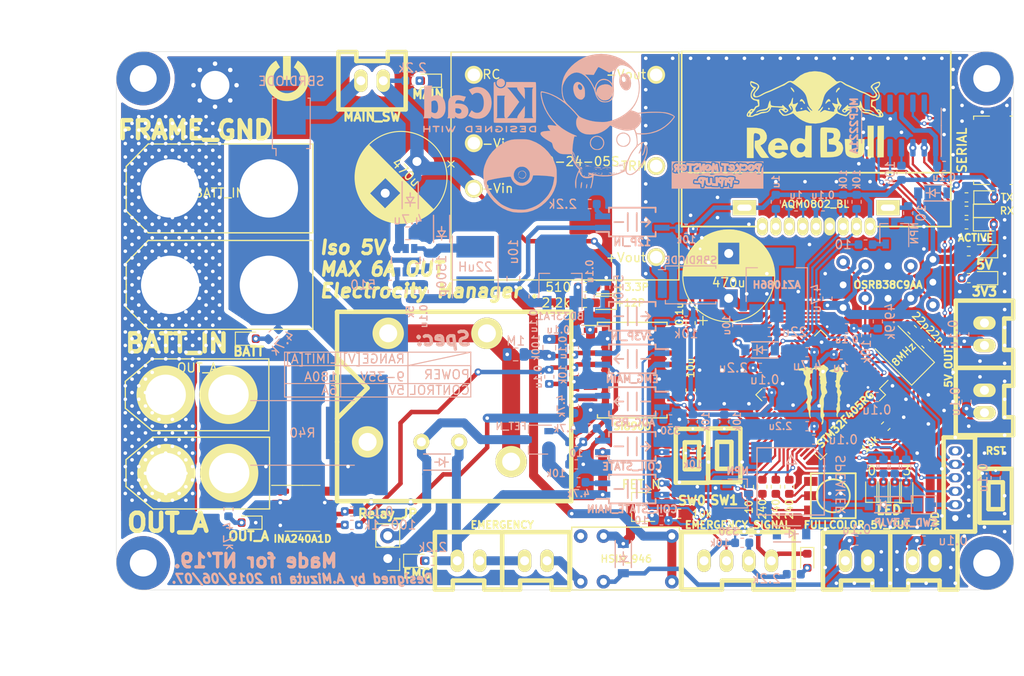
<source format=kicad_pcb>
(kicad_pcb (version 20171130) (host pcbnew "(5.1.2)-1")
  (layers (0 F.Cu signal) (31 B.Cu signal) (34 B.Paste user) (35 F.Paste user) (36 B.SilkS user) (37 F.SilkS user) (38 B.Mask user) (39 F.Mask user) (44 Edge.Cuts user))
  (net 0 "")
  (net 1 /OSC_IN)
  (net 2 GND)
  (net 3 /OSC_OUT)
  (net 4 /~NRST)
  (net 5 +3V3)
  (net 6 "Net-(C11-Pad1)")
  (net 7 "Net-(C13-Pad1)")
  (net 8 +5V)
  (net 9 "Net-(C16-Pad1)")
  (net 10 "Net-(C22-Pad1)")
  (net 11 "Net-(C23-Pad1)")
  (net 12 "Net-(C23-Pad2)")
  (net 13 GNDPWR)
  (net 14 +3.3VP)
  (net 15 "Net-(C25-Pad1)")
  (net 16 +12P)
  (net 17 "Net-(C28-Pad2)")
  (net 18 "Net-(C28-Pad1)")
  (net 19 "Net-(C29-Pad1)")
  (net 20 /Voltage)
  (net 21 /Current_A)
  (net 22 "Net-(D1-Pad1)")
  (net 23 "Net-(D2-Pad1)")
  (net 24 "Net-(D3-Pad1)")
  (net 25 "Net-(D4-Pad1)")
  (net 26 "Net-(D5-Pad1)")
  (net 27 "Net-(D6-Pad1)")
  (net 28 "Net-(D7-Pad1)")
  (net 29 +BATT)
  (net 30 "Net-(D10-Pad1)")
  (net 31 "Net-(D11-Pad2)")
  (net 32 "Net-(D12-Pad2)")
  (net 33 "Net-(D13-Pad2)")
  (net 34 "Net-(D14-Pad2)")
  (net 35 "Net-(D15-Pad2)")
  (net 36 "Net-(D16-Pad2)")
  (net 37 /Coil_Out)
  (net 38 /Coil)
  (net 39 "Net-(D18-Pad2)")
  (net 40 4CellOUT)
  (net 41 "Net-(D21-Pad2)")
  (net 42 "Net-(D22-Pad2)")
  (net 43 "Net-(D23-Pad2)")
  (net 44 GNDREF)
  (net 45 "Net-(D24-Pad2)")
  (net 46 "Net-(JP1-Pad2)")
  (net 47 "Net-(P8-Pad1)")
  (net 48 "Net-(P9-Pad1)")
  (net 49 Main_Vdd)
  (net 50 /main_shutdown)
  (net 51 /main_relayRead)
  (net 52 "Net-(Q2-Pad1)")
  (net 53 "Net-(Q3-Pad1)")
  (net 54 "Net-(Q4-Pad3)")
  (net 55 /TIM1_CH1)
  (net 56 "Net-(R3-Pad1)")
  (net 57 "Net-(R4-Pad1)")
  (net 58 "Net-(R5-Pad1)")
  (net 59 "Net-(R6-Pad1)")
  (net 60 "Net-(R7-Pad1)")
  (net 61 "Net-(R13-Pad1)")
  (net 62 /PC13)
  (net 63 "Net-(R17-Pad1)")
  (net 64 "Net-(R18-Pad1)")
  (net 65 "Net-(R19-Pad1)")
  (net 66 "Net-(R20-Pad1)")
  (net 67 "Net-(R21-Pad2)")
  (net 68 /PC6)
  (net 69 /PC7)
  (net 70 "Net-(R25-Pad1)")
  (net 71 /PC8)
  (net 72 "Net-(R27-Pad1)")
  (net 73 /TIM1_CH4)
  (net 74 /TIM1_CH3)
  (net 75 "Net-(R28-Pad1)")
  (net 76 "Net-(R29-Pad1)")
  (net 77 /TIM1_CH2)
  (net 78 /PC9)
  (net 79 OUTA)
  (net 80 "Net-(R42-Pad2)")
  (net 81 "Net-(U1-Pad5)")
  (net 82 /USART1_TX)
  (net 83 /USART1_RX)
  (net 84 "Net-(U2-Pad8)")
  (net 85 "Net-(U2-Pad9)")
  (net 86 "Net-(U2-Pad10)")
  (net 87 /D-)
  (net 88 /D+)
  (net 89 "Net-(U3-Pad3)")
  (net 90 "Net-(U3-Pad4)")
  (net 91 /PC0)
  (net 92 "Net-(U3-Pad10)")
  (net 93 "Net-(U3-Pad14)")
  (net 94 "Net-(U3-Pad20)")
  (net 95 "Net-(U3-Pad21)")
  (net 96 "Net-(U3-Pad26)")
  (net 97 "Net-(U3-Pad27)")
  (net 98 "Net-(U3-Pad28)")
  (net 99 "Net-(U3-Pad33)")
  (net 100 "Net-(U3-Pad34)")
  (net 101 "Net-(U3-Pad50)")
  (net 102 "Net-(U3-Pad51)")
  (net 103 "Net-(U3-Pad54)")
  (net 104 "Net-(U3-Pad57)")
  (net 105 "Net-(U3-Pad61)")
  (net 106 "Net-(U3-Pad62)")
  (net 107 "Net-(U8-Pad4)")
  (net 108 /PB15)
  (net 109 "Net-(U12-Pad1)")
  (net 110 "Net-(U15-Pad15)")
  (net 111 "Net-(U15-Pad14)")
  (net 112 /USART2_TX)
  (net 113 /USART2_RX)
  (net 114 "Net-(U15-Pad11)")
  (net 115 "Net-(U15-Pad6)")
  (net 116 /Current_B)
  (net 117 "Net-(P1-Pad6)")
  (net 118 /SWDIO)
  (net 119 /SWCLK)
  (net 120 "Net-(P2-Pad4)")
  (net 121 "Net-(P2-Pad6)")
  (net 122 "Net-(D9-Pad3)")
  (net 123 "Net-(R41-Pad1)")
  (net 124 "Net-(Q1-Pad2)")
  (net 125 "Net-(Q4-Pad2)")
  (net 126 /I2C2_SCL)
  (net 127 /I2C2_SDA)
  (net 128 "Net-(R47-Pad1)")
  (net 129 "Net-(D25-Pad2)")
  (net 130 "Net-(D26-Pad2)")
  (net 131 /PB14)
  (net 132 /PA6)
  (net 133 /PA7)
  (net 134 "Net-(U3-Pad24)")
  (net 135 "Net-(U3-Pad25)")
  (net 136 /PA12)
  (net 137 /PB4)
  (net 138 /PB3)
  (net 139 /PC12)
  (net 140 /PC11)
  (net 141 /PA1)
  (net 142 /ADC12_IN11)
  (net 143 /PC3)
  (net 144 "Net-(R40-Pad1)")
  (net 145 "Net-(D2-Pad2)")
  (net 146 "Net-(U8-Pad1)")
  (module Mizz_lib:OSTBABS4C2B (layer F.Cu) (at 125 98.5 270)
    (fp_text reference U16 hide)
    (fp_text value FULLCOLOR (at 3.25 0) (layer F.SilkS) (effects (font (size 0.8 0.8) (thickness 0.2))))
    (pad 1 smd rect (at -1.6 2.6 270) (size 1 1.5) (layers F.Cu F.Paste F.Mask) (net 72 "Net-(R27-Pad1)"))
    (pad 2 smd rect (at 0 2.6 270) (size 1 1.5) (layers F.Cu F.Paste F.Mask) (net 75 "Net-(R28-Pad1)"))
    (pad 3 smd rect (at 1.6 2.6 270) (size 1 1.5) (layers F.Cu F.Paste F.Mask) (net 76 "Net-(R29-Pad1)"))
    (pad 4 smd rect (at 1.6 -2.4 270) (size 1 1.5) (layers F.Cu F.Paste F.Mask) (net 2 GND))
    (pad 5 smd rect (at 0 -2.4 270) (size 1 1.5) (layers F.Cu F.Paste F.Mask) (net 2 GND))
    (pad 6 smd rect (at -1.6 -2.4 270) (size 1 1.5) (layers F.Cu F.Paste F.Mask) (net 2 GND))
  )
  (module Crystal:Crystal_SMD_5032-2Pin_5.0x3.2mm (layer F.Cu) (at 132.75 82.75 135)
    (fp_text reference Y1 hide)
    (fp_text value 8MHz (at 0 0 225) (layer F.SilkS) (effects (font (size 0.8 0.8))))
    (pad 1 smd rect (at -1.85 0 135) (size 2 2.4) (layers F.Cu F.Paste F.Mask) (net 1 /OSC_IN))
    (pad 2 smd rect (at 1.85 0 135) (size 2 2.4) (layers F.Cu F.Paste F.Mask) (net 3 /OSC_OUT))
  )
  (module Mizz_lib:Si8900 (layer F.Cu) (at 102.5 84.5)
    (fp_text reference U15 hide)
    (fp_text value SI8900 (at 0 6.25) (layer F.SilkS) (effects (font (size 0.8 0.8) (thickness 0.2))))
    (pad 16 smd rect (at 4.65 -4.445) (size 1.5 0.6) (layers F.Cu F.Paste F.Mask) (net 5 +3V3))
    (pad 15 smd rect (at 4.65 -3.175) (size 1.5 0.6) (layers F.Cu F.Paste F.Mask) (net 110 "Net-(U15-Pad15)"))
    (pad 14 smd rect (at 4.65 -1.905) (size 1.5 0.6) (layers F.Cu F.Paste F.Mask) (net 111 "Net-(U15-Pad14)"))
    (pad 13 smd rect (at 4.65 -0.635) (size 1.5 0.6) (layers F.Cu F.Paste F.Mask) (net 112 /USART2_TX))
    (pad 12 smd rect (at 4.65 0.635) (size 1.5 0.6) (layers F.Cu F.Paste F.Mask) (net 113 /USART2_RX))
    (pad 11 smd rect (at 4.65 1.905) (size 1.5 0.6) (layers F.Cu F.Paste F.Mask) (net 114 "Net-(U15-Pad11)"))
    (pad 10 smd rect (at 4.65 3.175) (size 1.5 0.6) (layers F.Cu F.Paste F.Mask) (net 5 +3V3))
    (pad 9 smd rect (at 4.65 4.445) (size 1.5 0.6) (layers F.Cu F.Paste F.Mask) (net 2 GND))
    (pad 8 smd rect (at -4.65 4.445) (size 1.5 0.6) (layers F.Cu F.Paste F.Mask) (net 13 GNDPWR))
    (pad 7 smd rect (at -4.65 3.175) (size 1.5 0.6) (layers F.Cu F.Paste F.Mask) (net 67 "Net-(R21-Pad2)"))
    (pad 6 smd rect (at -4.65 1.905) (size 1.5 0.6) (layers F.Cu F.Paste F.Mask) (net 115 "Net-(U15-Pad6)"))
    (pad 5 smd rect (at -4.65 0.635) (size 1.5 0.6) (layers F.Cu F.Paste F.Mask) (net 116 /Current_B))
    (pad 4 smd rect (at -4.65 -0.635) (size 1.5 0.6) (layers F.Cu F.Paste F.Mask) (net 21 /Current_A))
    (pad 3 smd rect (at -4.65 -1.905) (size 1.5 0.6) (layers F.Cu F.Paste F.Mask) (net 20 /Voltage))
    (pad 2 smd rect (at -4.65 -3.175) (size 1.5 0.6) (layers F.Cu F.Paste F.Mask) (net 14 +3.3VP))
    (pad 1 smd rect (at -4.65 -4.445) (size 1.5 0.6) (layers F.Cu F.Paste F.Mask) (net 14 +3.3VP))
  )
  (module Inductor_SMD:L_Taiyo-Yuden_NR-50xx_HandSoldering (layer B.Cu) (at 85 73 270)
    (fp_text reference L1 hide)
    (fp_text value 22uH (at 0 0 180) (layer B.SilkS) (effects (justify mirror)))
    (pad 1 smd rect (at -2.25 0 270) (size 2.4 4.2) (layers B.Cu B.Paste B.Mask) (net 18 "Net-(C28-Pad1)"))
    (pad 2 smd rect (at 2.25 0 270) (size 2.4 4.2) (layers B.Cu B.Paste B.Mask) (net 16 +12P))
  )
  (module Mizz_lib:UGCT7525AN4 (layer B.Cu) (at 120.5 97.25 90)
    (fp_text reference SP1 hide)
    (fp_text value SPEAKER (at 0 5.25 90) (layer B.SilkS) (effects (justify mirror)))
    (pad 3 smd rect (at 3.6 -3.6 90) (size 2.3 2.3) (layers B.Cu B.Paste B.Mask))
    (pad 2 smd rect (at -3 -3.6 90) (size 2.3 2.3) (layers B.Cu B.Paste B.Mask) (net 22 "Net-(D1-Pad1)"))
    (pad 1 smd rect (at -3 3 90) (size 2.3 2.3) (layers B.Cu B.Paste B.Mask) (net 5 +3V3))
  )
  (module Mizz_lib:SOD-123 (layer B.Cu) (at 130.5 99.5 180)
    (fp_text reference D2 hide)
    (fp_text value DIODE hide)
    (pad 2 smd rect (at 1.635 0 180) (size 0.91 1.22) (layers B.Cu B.Paste B.Mask) (net 145 "Net-(D2-Pad2)"))
    (pad 1 smd rect (at -1.635 0 180) (size 0.91 1.22) (layers B.Cu B.Paste B.Mask) (net 5 +3V3))
  )
  (module Mizz_lib:SOIJ-4_5.3x5.3mm_Pitch1.27mm (layer B.Cu) (at 102.5 68)
    (fp_text reference U13 hide)
    (fp_text value 12P_IN (at 0 2.25) (layer B.SilkS) (effects (font (size 0.8 0.8) (thickness 0.2)) (justify mirror)))
    (pad 4 smd rect (at 3.3 0.635) (size 1.7 0.65) (layers B.Cu B.Paste B.Mask) (net 143 /PC3))
    (pad 3 smd rect (at 3.3 -0.635) (size 1.7 0.65) (layers B.Cu B.Paste B.Mask) (net 2 GND))
    (pad 2 smd rect (at -3.3 -0.635) (size 1.7 0.65) (layers B.Cu B.Paste B.Mask) (net 66 "Net-(R20-Pad1)"))
    (pad 1 smd rect (at -3.3 0.635) (size 1.7 0.65) (layers B.Cu B.Paste B.Mask) (net 16 +12P))
  )
  (module Mizz_lib:SOIJ-4_5.3x5.3mm_Pitch1.27mm (layer B.Cu) (at 102.5 97.75)
    (fp_text reference U22 hide)
    (fp_text value COIL_STATE_MAIN (at 0 2.25) (layer B.SilkS) (effects (font (size 0.8 0.8) (thickness 0.2)) (justify mirror)))
    (pad 1 smd rect (at -3.3 0.635) (size 1.7 0.65) (layers B.Cu B.Paste B.Mask) (net 38 /Coil))
    (pad 2 smd rect (at -3.3 -0.635) (size 1.7 0.65) (layers B.Cu B.Paste B.Mask) (net 123 "Net-(R41-Pad1)"))
    (pad 3 smd rect (at 3.3 -0.635) (size 1.7 0.65) (layers B.Cu B.Paste B.Mask) (net 44 GNDREF))
    (pad 4 smd rect (at 3.3 0.635) (size 1.7 0.65) (layers B.Cu B.Paste B.Mask) (net 51 /main_relayRead))
  )
  (module Mizz_lib:SOIJ-4_5.3x5.3mm_Pitch1.27mm (layer B.Cu) (at 102.5 93)
    (fp_text reference U14 hide)
    (fp_text value COIL_STATE (at 0 2.25) (layer B.SilkS) (effects (font (size 0.8 0.8) (thickness 0.2)) (justify mirror)))
    (pad 1 smd rect (at -3.3 0.635) (size 1.7 0.65) (layers B.Cu B.Paste B.Mask) (net 38 /Coil))
    (pad 2 smd rect (at -3.3 -0.635) (size 1.7 0.65) (layers B.Cu B.Paste B.Mask) (net 70 "Net-(R25-Pad1)"))
    (pad 3 smd rect (at 3.3 -0.635) (size 1.7 0.65) (layers B.Cu B.Paste B.Mask) (net 2 GND))
    (pad 4 smd rect (at 3.3 0.635) (size 1.7 0.65) (layers B.Cu B.Paste B.Mask) (net 78 /PC9))
  )
  (module Mizz_lib:SOIJ-4_5.3x5.3mm_Pitch1.27mm (layer B.Cu) (at 102.5 88 180)
    (fp_text reference U11 hide)
    (fp_text value ADC_RST (at 0 -2.334999 180) (layer B.SilkS) (effects (font (size 0.8 0.8) (thickness 0.2)) (justify mirror)))
    (pad 4 smd rect (at 3.3 0.635 180) (size 1.7 0.65) (layers B.Cu B.Paste B.Mask) (net 67 "Net-(R21-Pad2)"))
    (pad 3 smd rect (at 3.3 -0.635 180) (size 1.7 0.65) (layers B.Cu B.Paste B.Mask) (net 13 GNDPWR))
    (pad 2 smd rect (at -3.3 -0.635 180) (size 1.7 0.65) (layers B.Cu B.Paste B.Mask) (net 63 "Net-(R17-Pad1)"))
    (pad 1 smd rect (at -3.3 0.635 180) (size 1.7 0.65) (layers B.Cu B.Paste B.Mask) (net 108 /PB15))
  )
  (module Mizz_lib:SOIJ-4_5.3x5.3mm_Pitch1.27mm (layer B.Cu) (at 102.5 83.25 180)
    (fp_text reference U10 hide)
    (fp_text value EMG_MAIN (at 0 -2.25 180) (layer B.SilkS) (effects (font (size 0.8 0.8) (thickness 0.2)) (justify mirror)))
    (pad 1 smd rect (at -3.3 0.635 180) (size 1.7 0.65) (layers B.Cu B.Paste B.Mask) (net 50 /main_shutdown))
    (pad 2 smd rect (at -3.3 -0.635 180) (size 1.7 0.65) (layers B.Cu B.Paste B.Mask) (net 65 "Net-(R19-Pad1)"))
    (pad 3 smd rect (at 3.3 -0.635 180) (size 1.7 0.65) (layers B.Cu B.Paste B.Mask) (net 61 "Net-(R13-Pad1)"))
    (pad 4 smd rect (at 3.3 0.635 180) (size 1.7 0.65) (layers B.Cu B.Paste B.Mask) (net 40 4CellOUT))
  )
  (module Mizz_lib:SOIJ-4_5.3x5.3mm_Pitch1.27mm (layer B.Cu) (at 102.5 78.5)
    (fp_text reference U26 hide)
    (fp_text value 3V3P_IN (at 0 2.25) (layer B.SilkS) (effects (font (size 0.8 0.8) (thickness 0.2)) (justify mirror)))
    (pad 1 smd rect (at -3.3 0.635) (size 1.7 0.65) (layers B.Cu B.Paste B.Mask) (net 14 +3.3VP))
    (pad 2 smd rect (at -3.3 -0.635) (size 1.7 0.65) (layers B.Cu B.Paste B.Mask) (net 128 "Net-(R47-Pad1)"))
    (pad 3 smd rect (at 3.3 -0.635) (size 1.7 0.65) (layers B.Cu B.Paste B.Mask) (net 2 GND))
    (pad 4 smd rect (at 3.3 0.635) (size 1.7 0.65) (layers B.Cu B.Paste B.Mask) (net 141 /PA1))
  )
  (module Capacitor_SMD:C_0603_1608Metric (layer F.Cu) (at 135.25 81.556847 135)
    (fp_text reference C1 hide)
    (fp_text value 22p (at 0 1.414214 135) (layer F.SilkS) (effects (font (size 0.8 0.8))))
    (pad 1 smd roundrect (at -0.7875 0 135) (size 0.875 0.95) (layers F.Cu F.Paste F.Mask) (net 1 /OSC_IN))
    (pad 2 smd roundrect (at 0.7875 0 135) (size 0.875 0.95) (layers F.Cu F.Paste F.Mask) (net 2 GND))
  )
  (module Capacitor_SMD:C_0603_1608Metric (layer F.Cu) (at 133.693153 80 315)
    (fp_text reference C2 hide)
    (fp_text value 22p (at 0 -1.414214 135) (layer F.SilkS) (effects (font (size 0.8 0.8))))
    (pad 2 smd roundrect (at 0.7875 0 315) (size 0.875 0.95) (layers F.Cu F.Paste F.Mask) (net 2 GND))
    (pad 1 smd roundrect (at -0.7875 0 315) (size 0.875 0.95) (layers F.Cu F.Paste F.Mask) (net 3 /OSC_OUT))
  )
  (module Capacitor_SMD:C_0603_1608Metric (layer B.Cu) (at 143 96.5 90)
    (fp_text reference C3 hide)
    (fp_text value 0.1u (at 0 -1.43 90) (layer B.SilkS) (effects (justify mirror)))
    (pad 2 smd roundrect (at 0.7875 0 90) (size 0.875 0.95) (layers B.Cu B.Paste B.Mask) (net 4 /~NRST))
    (pad 1 smd roundrect (at -0.7875 0 90) (size 0.875 0.95) (layers B.Cu B.Paste B.Mask) (net 2 GND))
  )
  (module Capacitor_SMD:C_0603_1608Metric (layer B.Cu) (at 137.25 61.75)
    (fp_text reference C5 hide)
    (fp_text value 0.1u (at 0 1.25) (layer B.SilkS) (effects (font (size 0.8 0.8)) (justify mirror)))
    (pad 1 smd roundrect (at -0.7875 0) (size 0.875 0.95) (layers B.Cu B.Paste B.Mask) (net 5 +3V3))
    (pad 2 smd roundrect (at 0.7875 0) (size 0.875 0.95) (layers B.Cu B.Paste B.Mask) (net 2 GND))
  )
  (module Capacitor_SMD:C_0603_1608Metric (layer B.Cu) (at 126.41 79.84 180)
    (fp_text reference C7 hide)
    (fp_text value 0.1u (at 0 -1.25) (layer B.SilkS) (effects (font (size 0.8 0.8)) (justify mirror)))
    (pad 2 smd roundrect (at 0.7875 0 180) (size 0.875 0.95) (layers B.Cu B.Paste B.Mask) (net 2 GND))
    (pad 1 smd roundrect (at -0.7875 0 180) (size 0.875 0.95) (layers B.Cu B.Paste B.Mask) (net 142 /ADC12_IN11))
  )
  (module Capacitor_SMD:C_0603_1608Metric (layer B.Cu) (at 122 82.5)
    (fp_text reference C8 hide)
    (fp_text value 4.7u (at 0 1.5) (layer B.SilkS) (effects (justify mirror)))
    (pad 1 smd roundrect (at -0.7875 0) (size 0.875 0.95) (layers B.Cu B.Paste B.Mask) (net 2 GND))
    (pad 2 smd roundrect (at 0.7875 0) (size 0.875 0.95) (layers B.Cu B.Paste B.Mask) (net 5 +3V3))
  )
  (module Capacitor_SMD:C_0603_1608Metric (layer B.Cu) (at 117.25 87)
    (fp_text reference C9 hide)
    (fp_text value 0.1u (at 0 -1.43) (layer B.SilkS) (effects (justify mirror)))
    (pad 1 smd roundrect (at -0.7875 0) (size 0.875 0.95) (layers B.Cu B.Paste B.Mask) (net 2 GND))
    (pad 2 smd roundrect (at 0.7875 0) (size 0.875 0.95) (layers B.Cu B.Paste B.Mask) (net 5 +3V3))
  )
  (module Capacitor_SMD:C_0603_1608Metric (layer B.Cu) (at 122.75 92.25)
    (fp_text reference C10 hide)
    (fp_text value 0.1u (at 3.25 0) (layer B.SilkS) (effects (justify mirror)))
    (pad 1 smd roundrect (at -0.7875 0) (size 0.875 0.95) (layers B.Cu B.Paste B.Mask) (net 2 GND))
    (pad 2 smd roundrect (at 0.7875 0) (size 0.875 0.95) (layers B.Cu B.Paste B.Mask) (net 5 +3V3))
  )
  (module Capacitor_SMD:C_0603_1608Metric (layer B.Cu) (at 116.75 84.25)
    (fp_text reference C11 hide)
    (fp_text value 2.2u (at -3 0) (layer B.SilkS) (effects (justify mirror)))
    (pad 1 smd roundrect (at -0.7875 0) (size 0.875 0.95) (layers B.Cu B.Paste B.Mask) (net 6 "Net-(C11-Pad1)"))
    (pad 2 smd roundrect (at 0.7875 0) (size 0.875 0.95) (layers B.Cu B.Paste B.Mask) (net 2 GND))
  )
  (module Capacitor_SMD:C_0603_1608Metric (layer B.Cu) (at 129.75 87.5 180)
    (fp_text reference C12 hide)
    (fp_text value 0.1u (at 0 -1.43) (layer B.SilkS) (effects (justify mirror)))
    (pad 1 smd roundrect (at -0.7875 0 180) (size 0.875 0.95) (layers B.Cu B.Paste B.Mask) (net 2 GND))
    (pad 2 smd roundrect (at 0.7875 0 180) (size 0.875 0.95) (layers B.Cu B.Paste B.Mask) (net 5 +3V3))
  )
  (module Capacitor_SMD:C_0603_1608Metric (layer B.Cu) (at 122 90.75 180)
    (fp_text reference C13 hide)
    (fp_text value 2.2u (at 3 0) (layer B.SilkS) (effects (font (size 0.8 0.8)) (justify mirror)))
    (pad 2 smd roundrect (at 0.7875 0 180) (size 0.875 0.95) (layers B.Cu B.Paste B.Mask) (net 2 GND))
    (pad 1 smd roundrect (at -0.7875 0 180) (size 0.875 0.95) (layers B.Cu B.Paste B.Mask) (net 7 "Net-(C13-Pad1)"))
  )
  (module Capacitor_SMD:C_0603_1608Metric (layer B.Cu) (at 114.2 79.5 270)
    (fp_text reference C14 hide)
    (fp_text value 10u (at 0 1.2 90) (layer B.SilkS) (effects (font (size 0.8 0.8)) (justify mirror)))
    (pad 1 smd roundrect (at -0.7875 0 270) (size 0.875 0.95) (layers B.Cu B.Paste B.Mask) (net 8 +5V))
    (pad 2 smd roundrect (at 0.7875 0 270) (size 0.875 0.95) (layers B.Cu B.Paste B.Mask) (net 2 GND))
  )
  (module Capacitor_SMD:C_0603_1608Metric (layer B.Cu) (at 125.75 82.75 180)
    (fp_text reference C15 hide)
    (fp_text value 1u (at 0 -1.43) (layer B.SilkS) (effects (justify mirror)))
    (pad 2 smd roundrect (at 0.7875 0 180) (size 0.875 0.95) (layers B.Cu B.Paste B.Mask) (net 5 +3V3))
    (pad 1 smd roundrect (at -0.7875 0 180) (size 0.875 0.95) (layers B.Cu B.Paste B.Mask) (net 2 GND))
  )
  (module Capacitor_SMD:C_0603_1608Metric (layer B.Cu) (at 117.8 80.25 180)
    (fp_text reference C16 hide)
    (fp_text value 22u (at -2.8 0) (layer B.SilkS) (effects (justify mirror)))
    (pad 1 smd roundrect (at -0.7875 0 180) (size 0.875 0.95) (layers B.Cu B.Paste B.Mask) (net 9 "Net-(C16-Pad1)"))
    (pad 2 smd roundrect (at 0.7875 0 180) (size 0.875 0.95) (layers B.Cu B.Paste B.Mask) (net 2 GND))
  )
  (module Capacitor_SMD:C_0603_1608Metric (layer B.Cu) (at 123.75 66.25 180)
    (fp_text reference C21 hide)
    (fp_text value 0.1u (at 0 1.25) (layer B.SilkS) (effects (font (size 0.8 0.8)) (justify mirror)))
    (pad 2 smd roundrect (at 0.7875 0 180) (size 0.875 0.95) (layers B.Cu B.Paste B.Mask) (net 5 +3V3))
    (pad 1 smd roundrect (at -0.7875 0 180) (size 0.875 0.95) (layers B.Cu B.Paste B.Mask) (net 2 GND))
  )
  (module Capacitor_SMD:C_0603_1608Metric (layer B.Cu) (at 118.5 65.75 90)
    (fp_text reference C22 hide)
    (fp_text value 1u (at 2.25 0 270) (layer B.SilkS) (effects (font (size 0.8 0.8)) (justify mirror)))
    (pad 2 smd roundrect (at 0.7875 0 90) (size 0.875 0.95) (layers B.Cu B.Paste B.Mask) (net 5 +3V3))
    (pad 1 smd roundrect (at -0.7875 0 90) (size 0.875 0.95) (layers B.Cu B.Paste B.Mask) (net 10 "Net-(C22-Pad1)"))
  )
  (module Capacitor_SMD:C_0603_1608Metric (layer B.Cu) (at 120.75 66.25)
    (fp_text reference C23 hide)
    (fp_text value 1u (at 0 -1.25) (layer B.SilkS) (effects (font (size 0.8 0.8)) (justify mirror)))
    (pad 1 smd roundrect (at -0.7875 0) (size 0.875 0.95) (layers B.Cu B.Paste B.Mask) (net 11 "Net-(C23-Pad1)"))
    (pad 2 smd roundrect (at 0.7875 0) (size 0.875 0.95) (layers B.Cu B.Paste B.Mask) (net 12 "Net-(C23-Pad2)"))
  )
  (module Capacitor_SMD:C_0603_1608Metric (layer B.Cu) (at 97 80 180)
    (fp_text reference C24 hide)
    (fp_text value 0.1u (at 2.75 0) (layer B.SilkS) (effects (font (size 0.8 0.8)) (justify mirror)))
    (pad 2 smd roundrect (at 0.7875 0 180) (size 0.875 0.95) (layers B.Cu B.Paste B.Mask) (net 13 GNDPWR))
    (pad 1 smd roundrect (at -0.7875 0 180) (size 0.875 0.95) (layers B.Cu B.Paste B.Mask) (net 14 +3.3VP))
  )
  (module Capacitor_SMD:C_0603_1608Metric (layer B.Cu) (at 79.25 75.75 270)
    (fp_text reference C25 hide)
    (fp_text value 0.1u (at 2.75 0 90) (layer B.SilkS) (effects (font (size 0.8 0.8)) (justify mirror)))
    (pad 1 smd roundrect (at -0.7875 0 270) (size 0.875 0.95) (layers B.Cu B.Paste B.Mask) (net 15 "Net-(C25-Pad1)"))
    (pad 2 smd roundrect (at 0.7875 0 270) (size 0.875 0.95) (layers B.Cu B.Paste B.Mask) (net 16 +12P))
  )
  (module Capacitor_SMD:C_0603_1608Metric (layer F.Cu) (at 109 86.75 270)
    (fp_text reference C26 hide)
    (fp_text value 10u (at -2.5 0 90) (layer F.SilkS) (effects (font (size 0.8 0.8))))
    (pad 2 smd roundrect (at 0.7875 0 270) (size 0.875 0.95) (layers F.Cu F.Paste F.Mask) (net 5 +3V3))
    (pad 1 smd roundrect (at -0.7875 0 270) (size 0.875 0.95) (layers F.Cu F.Paste F.Mask) (net 2 GND))
  )
  (module Capacitor_SMD:C_0603_1608Metric (layer B.Cu) (at 91.5 76.2875 90)
    (fp_text reference C27 hide)
    (fp_text value 0.1u (at -2.75 0 90) (layer B.SilkS) (effects (font (size 0.8 0.8)) (justify mirror)))
    (pad 2 smd roundrect (at 0.7875 0 90) (size 0.875 0.95) (layers B.Cu B.Paste B.Mask) (net 13 GNDPWR))
    (pad 1 smd roundrect (at -0.7875 0 90) (size 0.875 0.95) (layers B.Cu B.Paste B.Mask) (net 16 +12P))
  )
  (module Capacitor_SMD:C_0603_1608Metric (layer B.Cu) (at 79.75 72.25 270)
    (fp_text reference C28 hide)
    (fp_text value 1500p (at 1.75 -1.5 90) (layer B.SilkS) (effects (justify mirror)))
    (pad 2 smd roundrect (at 0.7875 0 270) (size 0.875 0.95) (layers B.Cu B.Paste B.Mask) (net 17 "Net-(C28-Pad2)"))
    (pad 1 smd roundrect (at -0.7875 0 270) (size 0.875 0.95) (layers B.Cu B.Paste B.Mask) (net 18 "Net-(C28-Pad1)"))
  )
  (module Capacitor_SMD:C_0805_2012Metric (layer B.Cu) (at 77.5 69.25)
    (fp_text reference C29 hide)
    (fp_text value 4.7u (at 0 -1.5) (layer B.SilkS) (effects (justify mirror)))
    (pad 1 smd roundrect (at -0.9375 0) (size 0.975 1.4) (layers B.Cu B.Paste B.Mask) (net 19 "Net-(C29-Pad1)"))
    (pad 2 smd roundrect (at 0.9375 0) (size 0.975 1.4) (layers B.Cu B.Paste B.Mask) (net 13 GNDPWR))
  )
  (module Capacitor_SMD:C_0603_1608Metric (layer B.Cu) (at 97.75 76.25 90)
    (fp_text reference C30 hide)
    (fp_text value 0.1u (at 2.75 0 90) (layer B.SilkS) (effects (font (size 0.8 0.8)) (justify mirror)))
    (pad 1 smd roundrect (at -0.7875 0 90) (size 0.875 0.95) (layers B.Cu B.Paste B.Mask) (net 14 +3.3VP))
    (pad 2 smd roundrect (at 0.7875 0 90) (size 0.875 0.95) (layers B.Cu B.Paste B.Mask) (net 13 GNDPWR))
  )
  (module Capacitor_SMD:C_0603_1608Metric (layer B.Cu) (at 71.25 100.25 180)
    (fp_text reference C31 hide)
    (fp_text value 0.1u (at -3 0) (layer B.SilkS) (effects (justify mirror)))
    (pad 1 smd roundrect (at -0.7875 0 180) (size 0.875 0.95) (layers B.Cu B.Paste B.Mask) (net 13 GNDPWR))
    (pad 2 smd roundrect (at 0.7875 0 180) (size 0.875 0.95) (layers B.Cu B.Paste B.Mask) (net 14 +3.3VP))
  )
  (module Capacitor_SMD:C_0603_1608Metric (layer F.Cu) (at 109 79.25 270)
    (fp_text reference C32 hide)
    (fp_text value 0.1u (at -1 1.25 90) (layer F.SilkS) (effects (font (size 0.8 0.8))))
    (pad 2 smd roundrect (at 0.7875 0 270) (size 0.875 0.95) (layers F.Cu F.Paste F.Mask) (net 5 +3V3))
    (pad 1 smd roundrect (at -0.7875 0 270) (size 0.875 0.95) (layers F.Cu F.Paste F.Mask) (net 2 GND))
  )
  (module Capacitor_SMD:C_0805_2012Metric (layer B.Cu) (at 89.25 74.3125 90)
    (fp_text reference C33 hide)
    (fp_text value 10u (at 3 0 90) (layer B.SilkS) (effects (justify mirror)))
    (pad 2 smd roundrect (at 0.9375 0 90) (size 0.975 1.4) (layers B.Cu B.Paste B.Mask) (net 13 GNDPWR))
    (pad 1 smd roundrect (at -0.9375 0 90) (size 0.975 1.4) (layers B.Cu B.Paste B.Mask) (net 16 +12P))
  )
  (module Capacitor_SMD:C_0603_1608Metric (layer B.Cu) (at 96 82 90)
    (fp_text reference C34 hide)
    (fp_text value 0.1u (at 0 -1.25 90) (layer B.SilkS) (effects (font (size 0.8 0.8)) (justify mirror)))
    (pad 1 smd roundrect (at -0.7875 0 90) (size 0.875 0.95) (layers B.Cu B.Paste B.Mask) (net 20 /Voltage))
    (pad 2 smd roundrect (at 0.7875 0 90) (size 0.875 0.95) (layers B.Cu B.Paste B.Mask) (net 13 GNDPWR))
  )
  (module Capacitor_SMD:C_0603_1608Metric (layer B.Cu) (at 93.25 85.25 270)
    (fp_text reference C35 hide)
    (fp_text value 0.1u (at 0 1.25 90) (layer B.SilkS) (effects (font (size 0.8 0.8)) (justify mirror)))
    (pad 1 smd roundrect (at -0.7875 0 270) (size 0.875 0.95) (layers B.Cu B.Paste B.Mask) (net 21 /Current_A))
    (pad 2 smd roundrect (at 0.7875 0 270) (size 0.875 0.95) (layers B.Cu B.Paste B.Mask) (net 13 GNDPWR))
  )
  (module LED_SMD:LED_0603_1608Metric (layer F.Cu) (at 142.05 65.25)
    (fp_text reference D3 hide)
    (fp_text value TX (at 2.2 0 180) (layer F.SilkS) (effects (font (size 0.8 0.8))))
    (pad 1 smd roundrect (at -0.7875 0) (size 0.875 0.95) (layers F.Cu F.Paste F.Mask) (net 24 "Net-(D3-Pad1)"))
    (pad 2 smd roundrect (at 0.7875 0) (size 0.875 0.95) (layers F.Cu F.Paste F.Mask) (net 5 +3V3))
  )
  (module LED_SMD:LED_0603_1608Metric (layer F.Cu) (at 142 66.75)
    (fp_text reference D4 hide)
    (fp_text value RX (at 2.25 0) (layer F.SilkS) (effects (font (size 0.8 0.8))))
    (pad 2 smd roundrect (at 0.7875 0) (size 0.875 0.95) (layers F.Cu F.Paste F.Mask) (net 5 +3V3))
    (pad 1 smd roundrect (at -0.7875 0) (size 0.875 0.95) (layers F.Cu F.Paste F.Mask) (net 25 "Net-(D4-Pad1)"))
  )
  (module LED_SMD:LED_0603_1608Metric (layer F.Cu) (at 142 68.25)
    (fp_text reference D5 hide)
    (fp_text value ACTIVE (at -1.25 1.5 180) (layer F.SilkS) (effects (font (size 0.8 0.8) (thickness 0.2))))
    (pad 1 smd roundrect (at -0.7875 0) (size 0.875 0.95) (layers F.Cu F.Paste F.Mask) (net 26 "Net-(D5-Pad1)"))
    (pad 2 smd roundrect (at 0.7875 0) (size 0.875 0.95) (layers F.Cu F.Paste F.Mask) (net 5 +3V3))
  )
  (module LED_SMD:LED_0603_1608Metric (layer F.Cu) (at 133.03 97.83 90)
    (fp_text reference D11 hide)
    (fp_text value LED0)
    (pad 2 smd roundrect (at 0.7875 0 90) (size 0.875 0.95) (layers F.Cu F.Paste F.Mask) (net 31 "Net-(D11-Pad2)"))
    (pad 1 smd roundrect (at -0.7875 0 90) (size 0.875 0.95) (layers F.Cu F.Paste F.Mask) (net 2 GND))
  )
  (module LED_SMD:LED_0603_1608Metric (layer F.Cu) (at 131.75 97.75 90)
    (fp_text reference D12 hide)
    (fp_text value LED1)
    (pad 2 smd roundrect (at 0.7875 0 90) (size 0.875 0.95) (layers F.Cu F.Paste F.Mask) (net 32 "Net-(D12-Pad2)"))
    (pad 1 smd roundrect (at -0.7875 0 90) (size 0.875 0.95) (layers F.Cu F.Paste F.Mask) (net 2 GND))
  )
  (module LED_SMD:LED_0603_1608Metric (layer F.Cu) (at 130.5 97.75 90)
    (fp_text reference D13 hide)
    (fp_text value LED2)
    (pad 1 smd roundrect (at -0.7875 0 90) (size 0.875 0.95) (layers F.Cu F.Paste F.Mask) (net 2 GND))
    (pad 2 smd roundrect (at 0.7875 0 90) (size 0.875 0.95) (layers F.Cu F.Paste F.Mask) (net 33 "Net-(D13-Pad2)"))
  )
  (module LED_SMD:LED_0603_1608Metric (layer F.Cu) (at 129.25 97.75 90)
    (fp_text reference D14 hide)
    (fp_text value LED3)
    (pad 1 smd roundrect (at -0.7875 0 90) (size 0.875 0.95) (layers F.Cu F.Paste F.Mask) (net 2 GND))
    (pad 2 smd roundrect (at 0.7875 0 90) (size 0.875 0.95) (layers F.Cu F.Paste F.Mask) (net 34 "Net-(D14-Pad2)"))
  )
  (module LED_SMD:LED_0603_1608Metric (layer F.Cu) (at 141.75 71.25 180)
    (fp_text reference D15 hide)
    (fp_text value 5V (at 0 -1.5) (layer F.SilkS) (effects (font (thickness 0.25))))
    (pad 1 smd roundrect (at -0.7875 0 180) (size 0.875 0.95) (layers F.Cu F.Paste F.Mask) (net 2 GND))
    (pad 2 smd roundrect (at 0.7875 0 180) (size 0.875 0.95) (layers F.Cu F.Paste F.Mask) (net 35 "Net-(D15-Pad2)"))
  )
  (module LED_SMD:LED_0603_1608Metric (layer F.Cu) (at 141.75 74.25 180)
    (fp_text reference D16 hide)
    (fp_text value 3V3 (at 0 -1.5) (layer F.SilkS) (effects (font (thickness 0.25))))
    (pad 2 smd roundrect (at 0.7875 0 180) (size 0.875 0.95) (layers F.Cu F.Paste F.Mask) (net 36 "Net-(D16-Pad2)"))
    (pad 1 smd roundrect (at -0.7875 0 180) (size 0.875 0.95) (layers F.Cu F.Paste F.Mask) (net 2 GND))
  )
  (module LED_SMD:LED_0603_1608Metric (layer F.Cu) (at 79.75 52.25 180)
    (fp_text reference D18 hide)
    (fp_text value MAIN (at 0 -1.5) (layer F.SilkS) (effects (font (thickness 0.25))))
    (pad 2 smd roundrect (at 0.7875 0 180) (size 0.875 0.95) (layers F.Cu F.Paste F.Mask) (net 39 "Net-(D18-Pad2)"))
    (pad 1 smd roundrect (at -0.7875 0 180) (size 0.875 0.95) (layers F.Cu F.Paste F.Mask) (net 13 GNDPWR))
  )
  (module LED_SMD:LED_0603_1608Metric (layer F.Cu) (at 99.25 75.25 180)
    (fp_text reference D21 hide)
    (fp_text value +3.3P (at -3.25 0) (layer F.SilkS) (effects (font (size 0.8 0.8))))
    (pad 2 smd roundrect (at 0.7875 0 180) (size 0.875 0.95) (layers F.Cu F.Paste F.Mask) (net 41 "Net-(D21-Pad2)"))
    (pad 1 smd roundrect (at -0.7875 0 180) (size 0.875 0.95) (layers F.Cu F.Paste F.Mask) (net 13 GNDPWR))
  )
  (module LED_SMD:LED_0603_1608Metric (layer F.Cu) (at 99.25 77 180)
    (fp_text reference D22 hide)
    (fp_text value +12P (at -3 0) (layer F.SilkS) (effects (font (size 0.8 0.8))))
    (pad 1 smd roundrect (at -0.7875 0 180) (size 0.875 0.95) (layers F.Cu F.Paste F.Mask) (net 13 GNDPWR))
    (pad 2 smd roundrect (at 0.7875 0 180) (size 0.875 0.95) (layers F.Cu F.Paste F.Mask) (net 42 "Net-(D22-Pad2)"))
  )
  (module LED_SMD:LED_0603_1608Metric (layer F.Cu) (at 59.75 81)
    (fp_text reference D23 hide)
    (fp_text value BATT (at 0 1.43) (layer F.SilkS) (effects (font (thickness 0.25))))
    (pad 2 smd roundrect (at 0.7875 0) (size 0.875 0.95) (layers F.Cu F.Paste F.Mask) (net 43 "Net-(D23-Pad2)"))
    (pad 1 smd roundrect (at -0.7875 0) (size 0.875 0.95) (layers F.Cu F.Paste F.Mask) (net 13 GNDPWR))
  )
  (module LED_SMD:LED_0603_1608Metric (layer F.Cu) (at 122 105.75 270)
    (fp_text reference D24 hide)
    (fp_text value LED)
    (pad 1 smd roundrect (at -0.7875 0 270) (size 0.875 0.95) (layers F.Cu F.Paste F.Mask) (net 44 GNDREF))
    (pad 2 smd roundrect (at 0.7875 0 270) (size 0.875 0.95) (layers F.Cu F.Paste F.Mask) (net 45 "Net-(D24-Pad2)"))
  )
  (module Jumper:SolderJumper-2_P1.3mm_Open_Pad1.0x1.5mm (layer B.Cu) (at 135 99.5)
    (fp_text reference JP1 hide)
    (fp_text value SWD_3.3VJP (at -2 2) (layer B.SilkS) (effects (font (size 0.8 0.8) (thickness 0.2)) (justify mirror)))
    (pad 2 smd rect (at 0.65 0) (size 1 1.5) (layers B.Cu B.Mask) (net 46 "Net-(JP1-Pad2)"))
    (pad 1 smd rect (at -0.65 0) (size 1 1.5) (layers B.Cu B.Mask) (net 145 "Net-(D2-Pad2)"))
  )
  (module Connector_PinHeader_2.54mm:PinHeader_1x02_P2.54mm_Vertical (layer F.Cu) (at 75.25 105.5 180)
    (fp_text reference JP2 hide)
    (fp_text value Relay_JP (at 0 5) (layer F.SilkS) (effects (font (thickness 0.25))))
    (pad 1 thru_hole rect (at 0 0 180) (size 1.7 1.7) (drill 1) (layers *.Cu *.Mask) (net 13 GNDPWR))
    (pad 2 thru_hole oval (at 0 2.54 180) (size 1.7 1.7) (drill 1) (layers *.Cu *.Mask) (net 37 /Coil_Out))
  )
  (module Mizz_lib:XT90PB (layer F.Cu) (at 56.5 75 180)
    (fp_text reference P3 hide)
    (fp_text value BATT_IN (at 4.75 -6.5) (layer F.SilkS) (effects (font (size 2 2) (thickness 0.5))))
    (pad 2 thru_hole circle (at -5.5 0 180) (size 8.5 8.5) (drill 6.5) (layers *.Cu *.Mask) (net 29 +BATT))
    (pad 1 thru_hole circle (at 5.5 0 180) (size 8.5 8.5) (drill 6.5) (layers *.Cu *.Mask) (net 13 GNDPWR))
  )
  (module Mizz_lib:XT90PB (layer F.Cu) (at 56.5 64.25 180)
    (fp_text reference P5 hide)
    (fp_text value BATT_IN (at 0 -0.5) (layer F.SilkS))
    (pad 1 thru_hole circle (at 5.5 0 180) (size 8.5 8.5) (drill 6.5) (layers *.Cu *.Mask) (net 13 GNDPWR))
    (pad 2 thru_hole circle (at -5.5 0 180) (size 8.5 8.5) (drill 6.5) (layers *.Cu *.Mask) (net 29 +BATT))
  )
  (module Package_TO_SOT_SMD:SOT-23W (layer F.Cu) (at 103.5 99.75 180)
    (fp_text reference Q2 hide)
    (fp_text value FET_N (at 0 2.5) (layer F.SilkS))
    (pad 3 smd rect (at 1.2 0 180) (size 1 0.7) (layers F.Cu F.Paste F.Mask) (net 30 "Net-(D10-Pad1)"))
    (pad 2 smd rect (at -1.2 0.95 180) (size 1 0.7) (layers F.Cu F.Paste F.Mask) (net 2 GND))
    (pad 1 smd rect (at -1.2 -0.95 180) (size 1 0.7) (layers F.Cu F.Paste F.Mask) (net 52 "Net-(Q2-Pad1)"))
  )
  (module Package_TO_SOT_SMD:SOT-23W (layer B.Cu) (at 92 92.25 180)
    (fp_text reference Q3 hide)
    (fp_text value FET_N (at 3 1.5) (layer B.SilkS) (effects (font (size 0.8 0.8)) (justify mirror)))
    (pad 3 smd rect (at 1.2 0 180) (size 1 0.7) (layers B.Cu B.Paste B.Mask) (net 37 /Coil_Out))
    (pad 2 smd rect (at -1.2 -0.95 180) (size 1 0.7) (layers B.Cu B.Paste B.Mask) (net 13 GNDPWR))
    (pad 1 smd rect (at -1.2 0.95 180) (size 1 0.7) (layers B.Cu B.Paste B.Mask) (net 53 "Net-(Q3-Pad1)"))
  )
  (module Resistor_SMD:R_0603_1608Metric (layer F.Cu) (at 115.5 97.5 90)
    (fp_text reference R1 hide)
    (fp_text value 10 (at -2.25 0 90) (layer F.SilkS) (effects (font (size 0.8 0.8))))
    (pad 1 smd roundrect (at -0.7875 0 90) (size 0.875 0.95) (layers F.Cu F.Paste F.Mask) (net 124 "Net-(Q1-Pad2)"))
    (pad 2 smd roundrect (at 0.7875 0 90) (size 0.875 0.95) (layers F.Cu F.Paste F.Mask) (net 55 /TIM1_CH1))
  )
  (module Resistor_SMD:R_0603_1608Metric (layer F.Cu) (at 140 71.25 180)
    (fp_text reference R2 hide)
    (fp_text value 510)
    (pad 2 smd roundrect (at 0.7875 0 180) (size 0.875 0.95) (layers F.Cu F.Paste F.Mask) (net 8 +5V))
    (pad 1 smd roundrect (at -0.7875 0 180) (size 0.875 0.95) (layers F.Cu F.Paste F.Mask) (net 35 "Net-(D15-Pad2)"))
  )
  (module Resistor_SMD:R_0603_1608Metric (layer F.Cu) (at 130.75 90.75 45)
    (fp_text reference R3 hide)
    (fp_text value 10k (at -2.65165 0.176777 45) (layer F.SilkS) (effects (font (size 0.8 0.8))))
    (pad 2 smd roundrect (at 0.7875 0 45) (size 0.875 0.95) (layers F.Cu F.Paste F.Mask) (net 2 GND))
    (pad 1 smd roundrect (at -0.7875 0 45) (size 0.875 0.95) (layers F.Cu F.Paste F.Mask) (net 56 "Net-(R3-Pad1)"))
  )
  (module Resistor_SMD:R_0603_1608Metric (layer F.Cu) (at 139.75 65.25)
    (fp_text reference R4 hide)
    (fp_text value 330)
    (pad 2 smd roundrect (at 0.7875 0) (size 0.875 0.95) (layers F.Cu F.Paste F.Mask) (net 24 "Net-(D3-Pad1)"))
    (pad 1 smd roundrect (at -0.7875 0) (size 0.875 0.95) (layers F.Cu F.Paste F.Mask) (net 57 "Net-(R4-Pad1)"))
  )
  (module Resistor_SMD:R_0603_1608Metric (layer F.Cu) (at 139.75 66.75)
    (fp_text reference R5 hide)
    (fp_text value 330)
    (pad 1 smd roundrect (at -0.7875 0) (size 0.875 0.95) (layers F.Cu F.Paste F.Mask) (net 58 "Net-(R5-Pad1)"))
    (pad 2 smd roundrect (at 0.7875 0) (size 0.875 0.95) (layers F.Cu F.Paste F.Mask) (net 25 "Net-(D4-Pad1)"))
  )
  (module Resistor_SMD:R_0603_1608Metric (layer B.Cu) (at 132.5 62.5 270)
    (fp_text reference R6 hide)
    (fp_text value 10k (at 0.03 1.25 270) (layer B.SilkS) (effects (justify mirror)))
    (pad 2 smd roundrect (at 0.7875 0 270) (size 0.875 0.95) (layers B.Cu B.Paste B.Mask) (net 5 +3V3))
    (pad 1 smd roundrect (at -0.7875 0 270) (size 0.875 0.95) (layers B.Cu B.Paste B.Mask) (net 59 "Net-(R6-Pad1)"))
  )
  (module Resistor_SMD:R_0603_1608Metric (layer F.Cu) (at 139.75 68.25)
    (fp_text reference R7 hide)
    (fp_text value 330)
    (pad 1 smd roundrect (at -0.7875 0) (size 0.875 0.95) (layers F.Cu F.Paste F.Mask) (net 60 "Net-(R7-Pad1)"))
    (pad 2 smd roundrect (at 0.7875 0) (size 0.875 0.95) (layers F.Cu F.Paste F.Mask) (net 26 "Net-(D5-Pad1)"))
  )
  (module Resistor_SMD:R_0603_1608Metric (layer B.Cu) (at 129.87 79.08 270)
    (fp_text reference R8 hide)
    (fp_text value 49.9k (at 0 -1.37 90) (layer B.SilkS) (effects (justify mirror)))
    (pad 1 smd roundrect (at -0.7875 0 270) (size 0.875 0.95) (layers B.Cu B.Paste B.Mask) (net 8 +5V))
    (pad 2 smd roundrect (at 0.7875 0 270) (size 0.875 0.95) (layers B.Cu B.Paste B.Mask) (net 142 /ADC12_IN11))
  )
  (module Resistor_SMD:R_0603_1608Metric (layer B.Cu) (at 128.56 80.63 270)
    (fp_text reference R9 hide)
    (fp_text value 10k (at 1.82 -0.01 90) (layer B.SilkS) (effects (justify mirror)))
    (pad 1 smd roundrect (at -0.7875 0 270) (size 0.875 0.95) (layers B.Cu B.Paste B.Mask) (net 142 /ADC12_IN11))
    (pad 2 smd roundrect (at 0.7875 0 270) (size 0.875 0.95) (layers B.Cu B.Paste B.Mask) (net 2 GND))
  )
  (module Resistor_SMD:R_0603_1608Metric (layer B.Cu) (at 105.75 101.25 180)
    (fp_text reference R10 hide)
    (fp_text value 10 (at 2.25 0) (layer B.SilkS) (effects (font (size 0.8 0.8)) (justify mirror)))
    (pad 1 smd roundrect (at -0.7875 0 180) (size 0.875 0.95) (layers B.Cu B.Paste B.Mask) (net 136 /PA12))
    (pad 2 smd roundrect (at 0.7875 0 180) (size 0.875 0.95) (layers B.Cu B.Paste B.Mask) (net 52 "Net-(Q2-Pad1)"))
  )
  (module Resistor_SMD:R_0603_1608Metric (layer F.Cu) (at 107.75 100.5 180)
    (fp_text reference R11 hide)
    (fp_text value 10k (at -2.5 0) (layer F.SilkS) (effects (font (size 0.8 0.8))))
    (pad 1 smd roundrect (at -0.7875 0 180) (size 0.875 0.95) (layers F.Cu F.Paste F.Mask) (net 2 GND))
    (pad 2 smd roundrect (at 0.7875 0 180) (size 0.875 0.95) (layers F.Cu F.Paste F.Mask) (net 136 /PA12))
  )
  (module Resistor_SMD:R_0603_1608Metric (layer B.Cu) (at 127.5 65.75 270)
    (fp_text reference R12 hide)
    (fp_text value 10k (at -2.5 0 90) (layer B.SilkS) (effects (font (size 0.8 0.8)) (justify mirror)))
    (pad 1 smd roundrect (at -0.7875 0 270) (size 0.875 0.95) (layers B.Cu B.Paste B.Mask) (net 5 +3V3))
    (pad 2 smd roundrect (at 0.7875 0 270) (size 0.875 0.95) (layers B.Cu B.Paste B.Mask) (net 126 /I2C2_SCL))
  )
  (module Resistor_SMD:R_0603_1608Metric (layer B.Cu) (at 96.25 92.5 180)
    (fp_text reference R13 hide)
    (fp_text value 10 (at 0 -1.25) (layer B.SilkS) (effects (font (size 0.8 0.8)) (justify mirror)))
    (pad 2 smd roundrect (at 0.7875 0 180) (size 0.875 0.95) (layers B.Cu B.Paste B.Mask) (net 53 "Net-(Q3-Pad1)"))
    (pad 1 smd roundrect (at -0.7875 0 180) (size 0.875 0.95) (layers B.Cu B.Paste B.Mask) (net 61 "Net-(R13-Pad1)"))
  )
  (module Resistor_SMD:R_0603_1608Metric (layer B.Cu) (at 126 65.75 270)
    (fp_text reference R14 hide)
    (fp_text value 10k (at -2.5 0 90) (layer B.SilkS) (effects (font (size 0.8 0.8)) (justify mirror)))
    (pad 2 smd roundrect (at 0.7875 0 270) (size 0.875 0.95) (layers B.Cu B.Paste B.Mask) (net 127 /I2C2_SDA))
    (pad 1 smd roundrect (at -0.7875 0 270) (size 0.875 0.95) (layers B.Cu B.Paste B.Mask) (net 5 +3V3))
  )
  (module Resistor_SMD:R_0603_1608Metric (layer B.Cu) (at 96.25 95)
    (fp_text reference R15 hide)
    (fp_text value 10k (at -2.25 1) (layer B.SilkS) (effects (font (size 0.8 0.8)) (justify mirror)))
    (pad 2 smd roundrect (at 0.7875 0) (size 0.875 0.95) (layers B.Cu B.Paste B.Mask) (net 13 GNDPWR))
    (pad 1 smd roundrect (at -0.7875 0) (size 0.875 0.95) (layers B.Cu B.Paste B.Mask) (net 61 "Net-(R13-Pad1)"))
  )
  (module Resistor_SMD:R_0603_1608Metric (layer B.Cu) (at 128.5 70.5 180)
    (fp_text reference R16 hide)
    (fp_text value 10 (at 2.5 0) (layer B.SilkS) (effects (justify mirror)))
    (pad 1 smd roundrect (at -0.7875 0 180) (size 0.875 0.95) (layers B.Cu B.Paste B.Mask) (net 125 "Net-(Q4-Pad2)"))
    (pad 2 smd roundrect (at 0.7875 0 180) (size 0.875 0.95) (layers B.Cu B.Paste B.Mask) (net 62 /PC13))
  )
  (module Resistor_SMD:R_0603_1608Metric (layer B.Cu) (at 106.75 90)
    (fp_text reference R17 hide)
    (fp_text value 330 (at 0 1.25) (layer B.SilkS) (effects (font (size 0.8 0.8)) (justify mirror)))
    (pad 1 smd roundrect (at -0.7875 0) (size 0.875 0.95) (layers B.Cu B.Paste B.Mask) (net 63 "Net-(R17-Pad1)"))
    (pad 2 smd roundrect (at 0.7875 0) (size 0.875 0.95) (layers B.Cu B.Paste B.Mask) (net 2 GND))
  )
  (module Resistor_SMD:R_0603_1608Metric (layer B.Cu) (at 133.25 67 270)
    (fp_text reference R18 hide)
    (fp_text value 10 (at 0 -1.43 90) (layer B.SilkS) (effects (justify mirror)))
    (pad 2 smd roundrect (at 0.7875 0 270) (size 0.875 0.95) (layers B.Cu B.Paste B.Mask) (net 54 "Net-(Q4-Pad3)"))
    (pad 1 smd roundrect (at -0.7875 0 270) (size 0.875 0.95) (layers B.Cu B.Paste B.Mask) (net 64 "Net-(R18-Pad1)"))
  )
  (module Resistor_SMD:R_0603_1608Metric (layer B.Cu) (at 115.75 102.5)
    (fp_text reference R19 hide)
    (fp_text value 330 (at -2.5 0) (layer B.SilkS) (effects (font (size 0.8 0.8)) (justify mirror)))
    (pad 1 smd roundrect (at -0.7875 0) (size 0.875 0.95) (layers B.Cu B.Paste B.Mask) (net 65 "Net-(R19-Pad1)"))
    (pad 2 smd roundrect (at 0.7875 0) (size 0.875 0.95) (layers B.Cu B.Paste B.Mask) (net 44 GNDREF))
  )
  (module Resistor_SMD:R_0603_1608Metric (layer B.Cu) (at 97.75 66 180)
    (fp_text reference R20 hide)
    (fp_text value 2.2k (at 3 0) (layer B.SilkS) (effects (justify mirror)))
    (pad 1 smd roundrect (at -0.7875 0 180) (size 0.875 0.95) (layers B.Cu B.Paste B.Mask) (net 66 "Net-(R20-Pad1)"))
    (pad 2 smd roundrect (at 0.7875 0 180) (size 0.875 0.95) (layers B.Cu B.Paste B.Mask) (net 13 GNDPWR))
  )
  (module Resistor_SMD:R_0603_1608Metric (layer B.Cu) (at 96 88.5 90)
    (fp_text reference R21 hide)
    (fp_text value 4.7k (at 0 -1.43 90) (layer B.SilkS) (effects (font (size 0.8 0.8)) (justify mirror)))
    (pad 2 smd roundrect (at 0.7875 0 90) (size 0.875 0.95) (layers B.Cu B.Paste B.Mask) (net 67 "Net-(R21-Pad2)"))
    (pad 1 smd roundrect (at -0.7875 0 90) (size 0.875 0.95) (layers B.Cu B.Paste B.Mask) (net 14 +3.3VP))
  )
  (module Resistor_SMD:R_0603_1608Metric (layer B.Cu) (at 133.03 95.25 270)
    (fp_text reference R22 hide)
    (fp_text value 330 hide)
    (pad 2 smd roundrect (at 0.7875 0 270) (size 0.875 0.95) (layers B.Cu B.Paste B.Mask) (net 31 "Net-(D11-Pad2)"))
    (pad 1 smd roundrect (at -0.7875 0 270) (size 0.875 0.95) (layers B.Cu B.Paste B.Mask) (net 137 /PB4))
  )
  (module Resistor_SMD:R_0603_1608Metric (layer B.Cu) (at 108.5 68.75 180)
    (fp_text reference R23 hide)
    (fp_text value 10k (at -0.015001 -1.204999) (layer B.SilkS) (effects (font (size 0.8 0.8)) (justify mirror)))
    (pad 2 smd roundrect (at 0.7875 0 180) (size 0.875 0.95) (layers B.Cu B.Paste B.Mask) (net 143 /PC3))
    (pad 1 smd roundrect (at -0.7875 0 180) (size 0.875 0.95) (layers B.Cu B.Paste B.Mask) (net 5 +3V3))
  )
  (module Resistor_SMD:R_0603_1608Metric (layer B.Cu) (at 131.75 95.25 270)
    (fp_text reference R24 hide)
    (fp_text value 330 hide)
    (pad 1 smd roundrect (at -0.7875 0 270) (size 0.875 0.95) (layers B.Cu B.Paste B.Mask) (net 138 /PB3))
    (pad 2 smd roundrect (at 0.7875 0 270) (size 0.875 0.95) (layers B.Cu B.Paste B.Mask) (net 32 "Net-(D12-Pad2)"))
  )
  (module Resistor_SMD:R_0603_1608Metric (layer B.Cu) (at 97.75 91 180)
    (fp_text reference R25 hide)
    (fp_text value 4.7k (at 2.75 0) (layer B.SilkS) (effects (font (size 0.8 0.8)) (justify mirror)))
    (pad 1 smd roundrect (at -0.7875 0 180) (size 0.875 0.95) (layers B.Cu B.Paste B.Mask) (net 70 "Net-(R25-Pad1)"))
    (pad 2 smd roundrect (at 0.7875 0 180) (size 0.875 0.95) (layers B.Cu B.Paste B.Mask) (net 13 GNDPWR))
  )
  (module Resistor_SMD:R_0603_1608Metric (layer B.Cu) (at 130.5 95.25 270)
    (fp_text reference R26 hide)
    (fp_text value 330 hide)
    (pad 2 smd roundrect (at 0.7875 0 270) (size 0.875 0.95) (layers B.Cu B.Paste B.Mask) (net 33 "Net-(D13-Pad2)"))
    (pad 1 smd roundrect (at -0.7875 0 270) (size 0.875 0.95) (layers B.Cu B.Paste B.Mask) (net 139 /PC12))
  )
  (module Resistor_SMD:R_0603_1608Metric (layer F.Cu) (at 120 97.5 90)
    (fp_text reference R27 hide)
    (fp_text value 240 (at -2.5 0 90) (layer F.SilkS) (effects (font (size 0.8 0.8))))
    (pad 1 smd roundrect (at -0.7875 0 90) (size 0.875 0.95) (layers F.Cu F.Paste F.Mask) (net 72 "Net-(R27-Pad1)"))
    (pad 2 smd roundrect (at 0.7875 0 90) (size 0.875 0.95) (layers F.Cu F.Paste F.Mask) (net 73 /TIM1_CH4))
  )
  (module Resistor_SMD:R_0603_1608Metric (layer F.Cu) (at 118.5 97.5 90)
    (fp_text reference R28 hide)
    (fp_text value 240 (at -2.5 0 90) (layer F.SilkS) (effects (font (size 0.8 0.8))))
    (pad 2 smd roundrect (at 0.7875 0 90) (size 0.875 0.95) (layers F.Cu F.Paste F.Mask) (net 74 /TIM1_CH3))
    (pad 1 smd roundrect (at -0.7875 0 90) (size 0.875 0.95) (layers F.Cu F.Paste F.Mask) (net 75 "Net-(R28-Pad1)"))
  )
  (module Resistor_SMD:R_0603_1608Metric (layer F.Cu) (at 117 97.5 90)
    (fp_text reference R29 hide)
    (fp_text value 240 (at -2.5 0 90) (layer F.SilkS) (effects (font (size 0.8 0.8))))
    (pad 1 smd roundrect (at -0.7875 0 90) (size 0.875 0.95) (layers F.Cu F.Paste F.Mask) (net 76 "Net-(R29-Pad1)"))
    (pad 2 smd roundrect (at 0.7875 0 90) (size 0.875 0.95) (layers F.Cu F.Paste F.Mask) (net 77 /TIM1_CH2))
  )
  (module Resistor_SMD:R_0603_1608Metric (layer B.Cu) (at 109.25 93.75 180)
    (fp_text reference R30 hide)
    (fp_text value 10k (at 0 -1.25) (layer B.SilkS) (effects (font (size 0.8 0.8)) (justify mirror)))
    (pad 2 smd roundrect (at 0.7875 0 180) (size 0.875 0.95) (layers B.Cu B.Paste B.Mask) (net 78 /PC9))
    (pad 1 smd roundrect (at -0.7875 0 180) (size 0.875 0.95) (layers B.Cu B.Paste B.Mask) (net 5 +3V3))
  )
  (module Resistor_SMD:R_0603_1608Metric (layer B.Cu) (at 129.25 95.25 270)
    (fp_text reference R31 hide)
    (fp_text value 330 hide)
    (pad 2 smd roundrect (at 0.7875 0 270) (size 0.875 0.95) (layers B.Cu B.Paste B.Mask) (net 34 "Net-(D14-Pad2)"))
    (pad 1 smd roundrect (at -0.7875 0 270) (size 0.875 0.95) (layers B.Cu B.Paste B.Mask) (net 140 /PC11))
  )
  (module Resistor_SMD:R_0603_1608Metric (layer B.Cu) (at 75.5 75 180)
    (fp_text reference R32 hide)
    (fp_text value 510 (at 3 0) (layer B.SilkS) (effects (justify mirror)))
    (pad 1 smd roundrect (at -0.7875 0 180) (size 0.875 0.95) (layers B.Cu B.Paste B.Mask) (net 15 "Net-(C25-Pad1)"))
    (pad 2 smd roundrect (at 0.7875 0 180) (size 0.875 0.95) (layers B.Cu B.Paste B.Mask) (net 13 GNDPWR))
  )
  (module Resistor_SMD:R_0603_1608Metric (layer B.Cu) (at 109.25 90.25 270)
    (fp_text reference R33 hide)
    (fp_text value 10k (at 0 -1.43 90) (layer B.SilkS) (effects (font (size 0.8 0.8)) (justify mirror)))
    (pad 2 smd roundrect (at 0.7875 0 270) (size 0.875 0.95) (layers B.Cu B.Paste B.Mask) (net 71 /PC8))
    (pad 1 smd roundrect (at -0.7875 0 270) (size 0.875 0.95) (layers B.Cu B.Paste B.Mask) (net 5 +3V3))
  )
  (module Resistor_SMD:R_0603_1608Metric (layer B.Cu) (at 77.75 75.75 270)
    (fp_text reference R34 hide)
    (fp_text value 5k (at 2.25 0 90) (layer B.SilkS) (effects (font (size 0.8 0.8)) (justify mirror)))
    (pad 2 smd roundrect (at 0.7875 0 270) (size 0.875 0.95) (layers B.Cu B.Paste B.Mask) (net 16 +12P))
    (pad 1 smd roundrect (at -0.7875 0 270) (size 0.875 0.95) (layers B.Cu B.Paste B.Mask) (net 15 "Net-(C25-Pad1)"))
  )
  (module Resistor_SMD:R_0603_1608Metric (layer B.Cu) (at 112.75 90.25 270)
    (fp_text reference R35 hide)
    (fp_text value 10k (at 0 -1.43 90) (layer B.SilkS) (effects (font (size 0.8 0.8)) (justify mirror)))
    (pad 2 smd roundrect (at 0.7875 0 270) (size 0.875 0.95) (layers B.Cu B.Paste B.Mask) (net 69 /PC7))
    (pad 1 smd roundrect (at -0.7875 0 270) (size 0.875 0.95) (layers B.Cu B.Paste B.Mask) (net 5 +3V3))
  )
  (module Resistor_SMD:R_0603_1608Metric (layer F.Cu) (at 140 74.25 180)
    (fp_text reference R36 hide)
    (fp_text value 330)
    (pad 1 smd roundrect (at -0.7875 0 180) (size 0.875 0.95) (layers F.Cu F.Paste F.Mask) (net 36 "Net-(D16-Pad2)"))
    (pad 2 smd roundrect (at 0.7875 0 180) (size 0.875 0.95) (layers F.Cu F.Paste F.Mask) (net 5 +3V3))
  )
  (module Resistor_SMD:R_0603_1608Metric (layer B.Cu) (at 78 52.25)
    (fp_text reference R37 hide)
    (fp_text value 2.2k (at 0 -1.43) (layer B.SilkS) (effects (justify mirror)))
    (pad 1 smd roundrect (at -0.7875 0) (size 0.875 0.95) (layers B.Cu B.Paste B.Mask) (net 40 4CellOUT))
    (pad 2 smd roundrect (at 0.7875 0) (size 0.875 0.95) (layers B.Cu B.Paste B.Mask) (net 39 "Net-(D18-Pad2)"))
  )
  (module Resistor_SMD:R_0603_1608Metric (layer B.Cu) (at 120.5 107.25 180)
    (fp_text reference R39 hide)
    (fp_text value 2.2k (at 3.05 -0.5) (layer B.SilkS) (effects (justify mirror)))
    (pad 2 smd roundrect (at 0.7875 0 180) (size 0.875 0.95) (layers B.Cu B.Paste B.Mask) (net 49 Main_Vdd))
    (pad 1 smd roundrect (at -0.7875 0 180) (size 0.875 0.95) (layers B.Cu B.Paste B.Mask) (net 45 "Net-(D24-Pad2)"))
  )
  (module Resistor_SMD:R_0603_1608Metric (layer B.Cu) (at 71.25 101.75 180)
    (fp_text reference R42 hide)
    (fp_text value 100-1k (at -4.25 0) (layer B.SilkS) (effects (justify mirror)))
    (pad 2 smd roundrect (at 0.7875 0 180) (size 0.875 0.95) (layers B.Cu B.Paste B.Mask) (net 80 "Net-(R42-Pad2)"))
    (pad 1 smd roundrect (at -0.7875 0 180) (size 0.875 0.95) (layers B.Cu B.Paste B.Mask) (net 21 /Current_A))
  )
  (module Resistor_SMD:R_0805_2012Metric (layer B.Cu) (at 89.5 82.75)
    (fp_text reference R44 hide)
    (fp_text value 1M (at 0 -1.5) (layer B.SilkS) (effects (justify mirror)))
    (pad 2 smd roundrect (at 0.9375 0) (size 0.975 1.4) (layers B.Cu B.Paste B.Mask) (net 20 /Voltage))
    (pad 1 smd roundrect (at -0.9375 0) (size 0.975 1.4) (layers B.Cu B.Paste B.Mask) (net 29 +BATT))
  )
  (module Resistor_SMD:R_0805_2012Metric (layer B.Cu) (at 93.25 82 90)
    (fp_text reference R45 hide)
    (fp_text value 100k (at 0 -1.5 90) (layer B.SilkS) (effects (font (size 0.8 0.8)) (justify mirror)))
    (pad 1 smd roundrect (at -0.9375 0 90) (size 0.975 1.4) (layers B.Cu B.Paste B.Mask) (net 20 /Voltage))
    (pad 2 smd roundrect (at 0.9375 0 90) (size 0.975 1.4) (layers B.Cu B.Paste B.Mask) (net 13 GNDPWR))
  )
  (module Resistor_SMD:R_0603_1608Metric (layer B.Cu) (at 96 85 90)
    (fp_text reference R46 hide)
    (fp_text value 10k (at 0 -1.25 270) (layer B.SilkS) (effects (font (size 0.8 0.8)) (justify mirror)))
    (pad 1 smd roundrect (at -0.7875 0 90) (size 0.875 0.95) (layers B.Cu B.Paste B.Mask) (net 13 GNDPWR))
    (pad 2 smd roundrect (at 0.7875 0 90) (size 0.875 0.95) (layers B.Cu B.Paste B.Mask) (net 21 /Current_A))
  )
  (module Resistor_SMD:R_0603_1608Metric (layer F.Cu) (at 97.25 75.25)
    (fp_text reference R48 hide)
    (fp_text value 510 (at -3 0) (layer F.SilkS))
    (pad 2 smd roundrect (at 0.7875 0) (size 0.875 0.95) (layers F.Cu F.Paste F.Mask) (net 41 "Net-(D21-Pad2)"))
    (pad 1 smd roundrect (at -0.7875 0) (size 0.875 0.95) (layers F.Cu F.Paste F.Mask) (net 14 +3.3VP))
  )
  (module Resistor_SMD:R_0603_1608Metric (layer F.Cu) (at 97.25 77)
    (fp_text reference R49 hide)
    (fp_text value 2.2k (at -3.25 0) (layer F.SilkS))
    (pad 1 smd roundrect (at -0.7875 0) (size 0.875 0.95) (layers F.Cu F.Paste F.Mask) (net 16 +12P))
    (pad 2 smd roundrect (at 0.7875 0) (size 0.875 0.95) (layers F.Cu F.Paste F.Mask) (net 42 "Net-(D22-Pad2)"))
  )
  (module Resistor_SMD:R_0603_1608Metric (layer B.Cu) (at 62.5 80.5 225)
    (fp_text reference R50 hide)
    (fp_text value 4.7k (at 0 -1.414214 45) (layer B.SilkS) (effects (justify mirror)))
    (pad 1 smd roundrect (at -0.7875 0 225) (size 0.875 0.95) (layers B.Cu B.Paste B.Mask) (net 29 +BATT))
    (pad 2 smd roundrect (at 0.7875 0 225) (size 0.875 0.95) (layers B.Cu B.Paste B.Mask) (net 43 "Net-(D23-Pad2)"))
  )
  (module Mizz_lib:SMD_Button (layer F.Cu) (at 109.15 94.05 270)
    (fp_text reference SW2 hide)
    (fp_text value SW0 (at 5 0 180) (layer F.SilkS) (effects (font (thickness 0.25))))
    (pad 1 smd rect (at 2.8 0 270) (size 2.6 1.5) (layers F.Cu F.Paste F.Mask) (net 2 GND))
    (pad 2 smd rect (at -2.8 0 270) (size 2.6 1.5) (layers F.Cu F.Paste F.Mask) (net 71 /PC8))
  )
  (module Mizz_lib:SMD_Button (layer F.Cu) (at 112.75 94 270)
    (fp_text reference SW3 hide)
    (fp_text value SW1 (at 5 0 180) (layer F.SilkS) (effects (font (thickness 0.25))))
    (pad 2 smd rect (at -2.8 0 270) (size 2.6 1.5) (layers F.Cu F.Paste F.Mask) (net 69 /PC7))
    (pad 1 smd rect (at 2.8 0 270) (size 2.6 1.5) (layers F.Cu F.Paste F.Mask) (net 2 GND))
  )
  (module Mizz_lib:CCG30-24-xxS (layer F.Cu) (at 95 61.75)
    (fp_text reference U1 hide)
    (fp_text value CCG30-24-05S (at 0 -0.5) (layer F.SilkS))
    (fp_text user -Vout (at 6.8 -10.2) (layer F.SilkS))
    (fp_text user TRM (at 7.7 0) (layer F.SilkS))
    (fp_text user +Vout (at 6.8 10.2) (layer F.SilkS))
    (fp_text user +Vin (at -7.5 2.5) (layer F.SilkS))
    (fp_text user -Vin (at -7.5 -2.5) (layer F.SilkS))
    (fp_text user RC (at -8.2 -10.2) (layer F.SilkS))
    (pad 1 thru_hole circle (at -10.16 -10.16) (size 2 2) (drill 1.4) (layers *.Cu *.Mask F.SilkS) (net 13 GNDPWR))
    (pad 2 thru_hole circle (at -10.16 -2.54) (size 2 2) (drill 1.4) (layers *.Cu *.Mask F.SilkS) (net 13 GNDPWR))
    (pad 3 thru_hole circle (at -10.16 2.54) (size 2 2) (drill 1.4) (layers *.Cu *.Mask F.SilkS) (net 40 4CellOUT))
    (pad 4 thru_hole circle (at 10.16 -10.16) (size 2 2) (drill 1.4) (layers *.Cu *.Mask F.SilkS) (net 2 GND))
    (pad 5 thru_hole circle (at 10.16 0) (size 2 2) (drill 1.4) (layers *.Cu *.Mask F.SilkS) (net 81 "Net-(U1-Pad5)"))
    (pad 6 thru_hole circle (at 10.16 10.16) (size 2 2) (drill 1.4) (layers *.Cu *.Mask F.SilkS) (net 27 "Net-(D6-Pad1)"))
  )
  (module Package_SO:SOIC-14_3.9x8.7mm_P1.27mm (layer B.Cu) (at 132.5 57.25 90)
    (fp_text reference U2 hide)
    (fp_text value MCP2221A (at 0 -5.28 90) (layer B.SilkS) (effects (font (size 0.8 0.8) (thickness 0.2)) (justify mirror)))
    (pad 1 smd roundrect (at -2.475 3.81 90) (size 1.95 0.6) (layers B.Cu B.Paste B.Mask) (net 5 +3V3))
    (pad 2 smd roundrect (at -2.475 2.54 90) (size 1.95 0.6) (layers B.Cu B.Paste B.Mask) (net 57 "Net-(R4-Pad1)"))
    (pad 3 smd roundrect (at -2.475 1.27 90) (size 1.95 0.6) (layers B.Cu B.Paste B.Mask) (net 58 "Net-(R5-Pad1)"))
    (pad 4 smd roundrect (at -2.475 0 90) (size 1.95 0.6) (layers B.Cu B.Paste B.Mask) (net 59 "Net-(R6-Pad1)"))
    (pad 5 smd roundrect (at -2.475 -1.27 90) (size 1.95 0.6) (layers B.Cu B.Paste B.Mask) (net 82 /USART1_TX))
    (pad 6 smd roundrect (at -2.475 -2.54 90) (size 1.95 0.6) (layers B.Cu B.Paste B.Mask) (net 83 /USART1_RX))
    (pad 7 smd roundrect (at -2.475 -3.81 90) (size 1.95 0.6) (layers B.Cu B.Paste B.Mask) (net 60 "Net-(R7-Pad1)"))
    (pad 8 smd roundrect (at 2.475 -3.81 90) (size 1.95 0.6) (layers B.Cu B.Paste B.Mask) (net 84 "Net-(U2-Pad8)"))
    (pad 9 smd roundrect (at 2.475 -2.54 90) (size 1.95 0.6) (layers B.Cu B.Paste B.Mask) (net 85 "Net-(U2-Pad9)"))
    (pad 10 smd roundrect (at 2.475 -1.27 90) (size 1.95 0.6) (layers B.Cu B.Paste B.Mask) (net 86 "Net-(U2-Pad10)"))
    (pad 11 smd roundrect (at 2.475 0 90) (size 1.95 0.6) (layers B.Cu B.Paste B.Mask) (net 5 +3V3))
    (pad 12 smd roundrect (at 2.475 1.27 90) (size 1.95 0.6) (layers B.Cu B.Paste B.Mask) (net 87 /D-))
    (pad 13 smd roundrect (at 2.475 2.54 90) (size 1.95 0.6) (layers B.Cu B.Paste B.Mask) (net 88 /D+))
    (pad 14 smd roundrect (at 2.475 3.81 90) (size 1.95 0.6) (layers B.Cu B.Paste B.Mask) (net 2 GND))
  )
  (module Package_QFP:LQFP-64_10x10mm_P0.5mm (layer F.Cu) (at 123.5 87.25 225)
    (fp_text reference U3 hide)
    (fp_text value STM32F405RG (at 0 -3.889087 45) (layer F.SilkS) (effects (font (size 0.8 0.8) (thickness 0.2))))
    (pad 1 smd roundrect (at -5.675 -3.75 225) (size 1.55 0.3) (layers F.Cu F.Paste F.Mask) (net 5 +3V3))
    (pad 2 smd roundrect (at -5.675 -3.25 225) (size 1.55 0.3) (layers F.Cu F.Paste F.Mask) (net 62 /PC13))
    (pad 3 smd roundrect (at -5.675 -2.75 225) (size 1.55 0.3) (layers F.Cu F.Paste F.Mask) (net 89 "Net-(U3-Pad3)"))
    (pad 4 smd roundrect (at -5.675 -2.25 225) (size 1.55 0.3) (layers F.Cu F.Paste F.Mask) (net 90 "Net-(U3-Pad4)"))
    (pad 5 smd roundrect (at -5.675 -1.75 225) (size 1.55 0.3) (layers F.Cu F.Paste F.Mask) (net 1 /OSC_IN))
    (pad 6 smd roundrect (at -5.675 -1.25 225) (size 1.55 0.3) (layers F.Cu F.Paste F.Mask) (net 3 /OSC_OUT))
    (pad 7 smd roundrect (at -5.675 -0.75 225) (size 1.55 0.3) (layers F.Cu F.Paste F.Mask) (net 4 /~NRST))
    (pad 8 smd roundrect (at -5.675 -0.25 225) (size 1.55 0.3) (layers F.Cu F.Paste F.Mask) (net 91 /PC0))
    (pad 9 smd roundrect (at -5.675 0.25 225) (size 1.55 0.3) (layers F.Cu F.Paste F.Mask) (net 142 /ADC12_IN11))
    (pad 10 smd roundrect (at -5.675 0.75 225) (size 1.55 0.3) (layers F.Cu F.Paste F.Mask) (net 92 "Net-(U3-Pad10)"))
    (pad 11 smd roundrect (at -5.675 1.25 225) (size 1.55 0.3) (layers F.Cu F.Paste F.Mask) (net 143 /PC3))
    (pad 12 smd roundrect (at -5.675 1.75 225) (size 1.55 0.3) (layers F.Cu F.Paste F.Mask) (net 2 GND))
    (pad 13 smd roundrect (at -5.675 2.25 225) (size 1.55 0.3) (layers F.Cu F.Paste F.Mask) (net 5 +3V3))
    (pad 14 smd roundrect (at -5.675 2.75 225) (size 1.55 0.3) (layers F.Cu F.Paste F.Mask) (net 93 "Net-(U3-Pad14)"))
    (pad 15 smd roundrect (at -5.675 3.25 225) (size 1.55 0.3) (layers F.Cu F.Paste F.Mask) (net 141 /PA1))
    (pad 16 smd roundrect (at -5.675 3.75 225) (size 1.55 0.3) (layers F.Cu F.Paste F.Mask) (net 112 /USART2_TX))
    (pad 17 smd roundrect (at -3.75 5.675 225) (size 0.3 1.55) (layers F.Cu F.Paste F.Mask) (net 113 /USART2_RX))
    (pad 18 smd roundrect (at -3.25 5.675 225) (size 0.3 1.55) (layers F.Cu F.Paste F.Mask) (net 2 GND))
    (pad 19 smd roundrect (at -2.75 5.675 225) (size 0.3 1.55) (layers F.Cu F.Paste F.Mask) (net 5 +3V3))
    (pad 20 smd roundrect (at -2.25 5.675 225) (size 0.3 1.55) (layers F.Cu F.Paste F.Mask) (net 94 "Net-(U3-Pad20)"))
    (pad 21 smd roundrect (at -1.75 5.675 225) (size 0.3 1.55) (layers F.Cu F.Paste F.Mask) (net 95 "Net-(U3-Pad21)"))
    (pad 22 smd roundrect (at -1.25 5.675 225) (size 0.3 1.55) (layers F.Cu F.Paste F.Mask) (net 132 /PA6))
    (pad 23 smd roundrect (at -0.75 5.675 225) (size 0.3 1.55) (layers F.Cu F.Paste F.Mask) (net 133 /PA7))
    (pad 24 smd roundrect (at -0.25 5.675 225) (size 0.3 1.55) (layers F.Cu F.Paste F.Mask) (net 134 "Net-(U3-Pad24)"))
    (pad 25 smd roundrect (at 0.25 5.675 225) (size 0.3 1.55) (layers F.Cu F.Paste F.Mask) (net 135 "Net-(U3-Pad25)"))
    (pad 26 smd roundrect (at 0.75 5.675 225) (size 0.3 1.55) (layers F.Cu F.Paste F.Mask) (net 96 "Net-(U3-Pad26)"))
    (pad 27 smd roundrect (at 1.25 5.675 225) (size 0.3 1.55) (layers F.Cu F.Paste F.Mask) (net 97 "Net-(U3-Pad27)"))
    (pad 28 smd roundrect (at 1.75 5.675 225) (size 0.3 1.55) (layers F.Cu F.Paste F.Mask) (net 98 "Net-(U3-Pad28)"))
    (pad 29 smd roundrect (at 2.25 5.675 225) (size 0.3 1.55) (layers F.Cu F.Paste F.Mask) (net 126 /I2C2_SCL))
    (pad 30 smd roundrect (at 2.75 5.675 225) (size 0.3 1.55) (layers F.Cu F.Paste F.Mask) (net 127 /I2C2_SDA))
    (pad 31 smd roundrect (at 3.25 5.675 225) (size 0.3 1.55) (layers F.Cu F.Paste F.Mask) (net 6 "Net-(C11-Pad1)"))
    (pad 32 smd roundrect (at 3.75 5.675 225) (size 0.3 1.55) (layers F.Cu F.Paste F.Mask) (net 5 +3V3))
    (pad 33 smd roundrect (at 5.675 3.75 225) (size 1.55 0.3) (layers F.Cu F.Paste F.Mask) (net 99 "Net-(U3-Pad33)"))
    (pad 34 smd roundrect (at 5.675 3.25 225) (size 1.55 0.3) (layers F.Cu F.Paste F.Mask) (net 100 "Net-(U3-Pad34)"))
    (pad 35 smd roundrect (at 5.675 2.75 225) (size 1.55 0.3) (layers F.Cu F.Paste F.Mask) (net 131 /PB14))
    (pad 36 smd roundrect (at 5.675 2.25 225) (size 1.55 0.3) (layers F.Cu F.Paste F.Mask) (net 108 /PB15))
    (pad 37 smd roundrect (at 5.675 1.75 225) (size 1.55 0.3) (layers F.Cu F.Paste F.Mask) (net 68 /PC6))
    (pad 38 smd roundrect (at 5.675 1.25 225) (size 1.55 0.3) (layers F.Cu F.Paste F.Mask) (net 69 /PC7))
    (pad 39 smd roundrect (at 5.675 0.75 225) (size 1.55 0.3) (layers F.Cu F.Paste F.Mask) (net 71 /PC8))
    (pad 40 smd roundrect (at 5.675 0.25 225) (size 1.55 0.3) (layers F.Cu F.Paste F.Mask) (net 78 /PC9))
    (pad 41 smd roundrect (at 5.675 -0.25 225) (size 1.55 0.3) (layers F.Cu F.Paste F.Mask) (net 55 /TIM1_CH1))
    (pad 42 smd roundrect (at 5.675 -0.75 225) (size 1.55 0.3) (layers F.Cu F.Paste F.Mask) (net 77 /TIM1_CH2))
    (pad 43 smd roundrect (at 5.675 -1.25 225) (size 1.55 0.3) (layers F.Cu F.Paste F.Mask) (net 74 /TIM1_CH3))
    (pad 44 smd roundrect (at 5.675 -1.75 225) (size 1.55 0.3) (layers F.Cu F.Paste F.Mask) (net 73 /TIM1_CH4))
    (pad 45 smd roundrect (at 5.675 -2.25 225) (size 1.55 0.3) (layers F.Cu F.Paste F.Mask) (net 136 /PA12))
    (pad 46 smd roundrect (at 5.675 -2.75 225) (size 1.55 0.3) (layers F.Cu F.Paste F.Mask) (net 118 /SWDIO))
    (pad 47 smd roundrect (at 5.675 -3.25 225) (size 1.55 0.3) (layers F.Cu F.Paste F.Mask) (net 7 "Net-(C13-Pad1)"))
    (pad 48 smd roundrect (at 5.675 -3.75 225) (size 1.55 0.3) (layers F.Cu F.Paste F.Mask) (net 5 +3V3))
    (pad 49 smd roundrect (at 3.75 -5.675 225) (size 0.3 1.55) (layers F.Cu F.Paste F.Mask) (net 119 /SWCLK))
    (pad 50 smd roundrect (at 3.25 -5.675 225) (size 0.3 1.55) (layers F.Cu F.Paste F.Mask) (net 101 "Net-(U3-Pad50)"))
    (pad 51 smd roundrect (at 2.75 -5.675 225) (size 0.3 1.55) (layers F.Cu F.Paste F.Mask) (net 102 "Net-(U3-Pad51)"))
    (pad 52 smd roundrect (at 2.25 -5.675 225) (size 0.3 1.55) (layers F.Cu F.Paste F.Mask) (net 140 /PC11))
    (pad 53 smd roundrect (at 1.75 -5.675 225) (size 0.3 1.55) (layers F.Cu F.Paste F.Mask) (net 139 /PC12))
    (pad 54 smd roundrect (at 1.25 -5.675 225) (size 0.3 1.55) (layers F.Cu F.Paste F.Mask) (net 103 "Net-(U3-Pad54)"))
    (pad 55 smd roundrect (at 0.75 -5.675 225) (size 0.3 1.55) (layers F.Cu F.Paste F.Mask) (net 138 /PB3))
    (pad 56 smd roundrect (at 0.25 -5.675 225) (size 0.3 1.55) (layers F.Cu F.Paste F.Mask) (net 137 /PB4))
    (pad 57 smd roundrect (at -0.25 -5.675 225) (size 0.3 1.55) (layers F.Cu F.Paste F.Mask) (net 104 "Net-(U3-Pad57)"))
    (pad 58 smd roundrect (at -0.75 -5.675 225) (size 0.3 1.55) (layers F.Cu F.Paste F.Mask) (net 82 /USART1_TX))
    (pad 59 smd roundrect (at -1.25 -5.675 225) (size 0.3 1.55) (layers F.Cu F.Paste F.Mask) (net 83 /USART1_RX))
    (pad 60 smd roundrect (at -1.75 -5.675 225) (size 0.3 1.55) (layers F.Cu F.Paste F.Mask) (net 56 "Net-(R3-Pad1)"))
    (pad 61 smd roundrect (at -2.25 -5.675 225) (size 0.3 1.55) (layers F.Cu F.Paste F.Mask) (net 105 "Net-(U3-Pad61)"))
    (pad 62 smd roundrect (at -2.75 -5.675 225) (size 0.3 1.55) (layers F.Cu F.Paste F.Mask) (net 106 "Net-(U3-Pad62)"))
    (pad 63 smd roundrect (at -3.25 -5.675 225) (size 0.3 1.55) (layers F.Cu F.Paste F.Mask) (net 2 GND))
    (pad 64 smd roundrect (at -3.75 -5.675 225) (size 0.3 1.55) (layers F.Cu F.Paste F.Mask) (net 5 +3V3))
  )
  (module Package_TO_SOT_SMD:SOT-223-3_TabPin2 (layer B.Cu) (at 118.6 75 90)
    (fp_text reference U4 hide)
    (fp_text value AZ1086H (at 0 0 180) (layer B.SilkS) (effects (font (size 0.8 0.8) (thickness 0.2)) (justify mirror)))
    (pad 2 smd rect (at 3.15 0 90) (size 2 3.8) (layers B.Cu B.Paste B.Mask) (net 9 "Net-(C16-Pad1)"))
    (pad 2 smd rect (at -3.15 0 90) (size 2 1.5) (layers B.Cu B.Paste B.Mask) (net 9 "Net-(C16-Pad1)"))
    (pad 3 smd rect (at -3.15 -2.3 90) (size 2 1.5) (layers B.Cu B.Paste B.Mask) (net 8 +5V))
    (pad 1 smd rect (at -3.15 2.3 90) (size 2 1.5) (layers B.Cu B.Paste B.Mask) (net 2 GND))
  )
  (module Mizz_lib:relay_HSINDA_Y14H (layer F.Cu) (at 96.75 103)
    (fp_text reference U8 hide)
    (fp_text value HSIN_946 (at 5.08 2.54) (layer F.SilkS) (effects (font (size 0.8 0.8))))
    (pad 4 thru_hole circle (at 0 0) (size 1.524 1.524) (drill 0.762) (layers *.Cu *.Mask) (net 107 "Net-(U8-Pad4)"))
    (pad 3 thru_hole circle (at 0 5.08) (size 1.524 1.524) (drill 0.762) (layers *.Cu *.Mask) (net 48 "Net-(P9-Pad1)"))
    (pad 2 thru_hole circle (at 2.54 5.08) (size 1.524 1.524) (drill 0.762) (layers *.Cu *.Mask) (net 8 +5V))
    (pad 5 thru_hole circle (at 2.54 0) (size 1.524 1.524) (drill 0.762) (layers *.Cu *.Mask) (net 30 "Net-(D10-Pad1)"))
    (pad 1 thru_hole circle (at 10.16 5.08) (size 1.524 1.524) (drill 0.762) (layers *.Cu *.Mask) (net 146 "Net-(U8-Pad1)"))
    (pad 1 thru_hole circle (at 10.16 0) (size 1.524 1.524) (drill 0.762) (layers *.Cu *.Mask) (net 146 "Net-(U8-Pad1)"))
  )
  (module Mizz_lib:AQM0802_BackLight (layer F.Cu) (at 108 49)
    (fp_text reference U12 hide)
    (fp_text value AQM0802_BL (at 14.9 17) (layer F.SilkS) (effects (font (size 0.8 0.8))))
    (pad 9 thru_hole oval (at 21 19.5) (size 1.2 2) (drill 0.8) (layers *.Cu *.Mask F.SilkS) (net 5 +3V3))
    (pad 8 thru_hole oval (at 19.5 19.5) (size 1.2 2) (drill 0.8) (layers *.Cu *.Mask F.SilkS) (net 126 /I2C2_SCL))
    (pad 7 thru_hole oval (at 18 19.5) (size 1.2 2) (drill 0.8) (layers *.Cu *.Mask F.SilkS) (net 127 /I2C2_SDA))
    (pad 6 thru_hole oval (at 16.5 19.5) (size 1.2 2) (drill 0.8) (layers *.Cu *.Mask F.SilkS) (net 2 GND))
    (pad 5 thru_hole oval (at 15 19.5) (size 1.2 2) (drill 0.8) (layers *.Cu *.Mask F.SilkS) (net 5 +3V3))
    (pad 4 thru_hole oval (at 13.5 19.5) (size 1.2 2) (drill 0.8) (layers *.Cu *.Mask F.SilkS) (net 12 "Net-(C23-Pad2)"))
    (pad 3 thru_hole oval (at 12 19.5) (size 1.2 2) (drill 0.8) (layers *.Cu *.Mask F.SilkS) (net 11 "Net-(C23-Pad1)"))
    (pad 2 thru_hole oval (at 10.5 19.5) (size 1.2 2) (drill 0.8) (layers *.Cu *.Mask F.SilkS) (net 10 "Net-(C22-Pad1)"))
    (pad 1 thru_hole oval (at 9 19.5) (size 1.2 2) (drill 0.8) (layers *.Cu *.Mask F.SilkS) (net 109 "Net-(U12-Pad1)"))
    (pad 11 thru_hole rect (at 23 17.4) (size 2.6 1.7) (drill oval 1.6 0.7) (layers *.Cu *.Mask F.SilkS) (net 64 "Net-(R18-Pad1)"))
    (pad 10 thru_hole rect (at 7 17.4) (size 2.6 1.7) (drill oval 1.6 0.7) (layers *.Cu *.Mask F.SilkS) (net 5 +3V3))
  )
  (module Mizz_lib:TSOT-6-MK06A (layer B.Cu) (at 77.25 72.25 180)
    (fp_text reference U19 hide)
    (fp_text value BD9G101G hide)
    (pad 1 smd rect (at -0.94996 -1.30048 180) (size 0.69088 1.00076) (layers B.Cu B.Paste B.Mask) (net 17 "Net-(C28-Pad2)"))
    (pad 2 smd rect (at 0 -1.30048 180) (size 0.69088 1.00076) (layers B.Cu B.Paste B.Mask) (net 13 GNDPWR))
    (pad 3 smd rect (at 0.94996 -1.30048 180) (size 0.69088 1.00076) (layers B.Cu B.Paste B.Mask) (net 15 "Net-(C25-Pad1)"))
    (pad 4 smd rect (at 0.94996 1.30048 180) (size 0.69088 1.00076) (layers B.Cu B.Paste B.Mask) (net 19 "Net-(C29-Pad1)"))
    (pad 5 smd rect (at 0 1.30048 180) (size 0.69088 1.00076) (layers B.Cu B.Paste B.Mask) (net 19 "Net-(C29-Pad1)"))
    (pad 6 smd rect (at -0.94996 1.30048 180) (size 0.69088 1.00076) (layers B.Cu B.Paste B.Mask) (net 18 "Net-(C28-Pad1)"))
  )
  (module Package_TO_SOT_SMD:SOT-89-3 (layer B.Cu) (at 94.5 75.5 90)
    (fp_text reference U20 hide)
    (fp_text value BD33FA1 (at -3 0 180) (layer B.SilkS) (effects (font (size 0.8 0.8)) (justify mirror)))
    (pad 2 smd trapezoid (at 2.667 0 180) (size 1.6 0.85) (rect_delta 0 -0.6) (layers B.Cu B.Paste B.Mask) (net 13 GNDPWR))
    (pad 1 smd rect (at -1.48 1.5 180) (size 1 1.5) (layers B.Cu B.Paste B.Mask) (net 14 +3.3VP))
    (pad 2 smd rect (at -1.3335 0 180) (size 1 1.8) (layers B.Cu B.Paste B.Mask) (net 13 GNDPWR))
    (pad 3 smd rect (at -1.48 -1.5 180) (size 1 1.5) (layers B.Cu B.Paste B.Mask) (net 16 +12P))
    (pad 2 smd rect (at 1.3335 0 180) (size 2.2 1.84) (layers B.Cu B.Paste B.Mask) (net 13 GNDPWR))
    (pad 2 smd trapezoid (at -0.0762 0) (size 1.5 1) (rect_delta 0 -0.7) (layers B.Cu B.Paste B.Mask) (net 13 GNDPWR))
  )
  (module Package_SO:SOIC-8_3.9x4.9mm_P1.27mm (layer F.Cu) (at 65.75 99.9)
    (fp_text reference U21 hide)
    (fp_text value INA240A1D (at 0 3.4 180) (layer F.SilkS) (effects (font (size 0.8 0.8) (thickness 0.2))))
    (pad 1 smd roundrect (at -2.475 -1.905) (size 1.95 0.6) (layers F.Cu F.Paste F.Mask) (net 79 OUTA))
    (pad 2 smd roundrect (at -2.475 -0.635) (size 1.95 0.6) (layers F.Cu F.Paste F.Mask) (net 13 GNDPWR))
    (pad 3 smd roundrect (at -2.475 0.635) (size 1.95 0.6) (layers F.Cu F.Paste F.Mask) (net 14 +3.3VP))
    (pad 4 smd roundrect (at -2.475 1.905) (size 1.95 0.6) (layers F.Cu F.Paste F.Mask) (net 13 GNDPWR))
    (pad 5 smd roundrect (at 2.475 1.905) (size 1.95 0.6) (layers F.Cu F.Paste F.Mask) (net 80 "Net-(R42-Pad2)"))
    (pad 6 smd roundrect (at 2.475 0.635) (size 1.95 0.6) (layers F.Cu F.Paste F.Mask) (net 14 +3.3VP))
    (pad 7 smd roundrect (at 2.475 -0.635) (size 1.95 0.6) (layers F.Cu F.Paste F.Mask) (net 13 GNDPWR))
    (pad 8 smd roundrect (at 2.475 -1.905) (size 1.95 0.6) (layers F.Cu F.Paste F.Mask) (net 144 "Net-(R40-Pad1)"))
  )
  (module Mizz_lib:Mini_Monster (layer F.Cu) (at 123.5 87.25)
    (fp_text reference U23 hide)
    (fp_text value LOGO hide)
  )
  (module Connector_USB:USB_Micro-B_Molex_47346-0001 (layer F.Cu) (at 142.25 60 90)
    (fp_text reference P2 hide)
    (fp_text value SERIAL (at 0 -3 90) (layer F.SilkS) (effects (font (thickness 0.2))))
    (pad 1 smd rect (at -1.3 -1.46 90) (size 0.45 1.38) (layers F.Cu F.Paste F.Mask) (net 28 "Net-(D7-Pad1)"))
    (pad 2 smd rect (at -0.65 -1.46 90) (size 0.45 1.38) (layers F.Cu F.Paste F.Mask) (net 87 /D-))
    (pad 3 smd rect (at 0 -1.46 90) (size 0.45 1.38) (layers F.Cu F.Paste F.Mask) (net 88 /D+))
    (pad 4 smd rect (at 0.65 -1.46 90) (size 0.45 1.38) (layers F.Cu F.Paste F.Mask) (net 120 "Net-(P2-Pad4)"))
    (pad 5 smd rect (at 1.3 -1.46 90) (size 0.45 1.38) (layers F.Cu F.Paste F.Mask) (net 2 GND))
    (pad 6 smd rect (at -2.4625 -1.1 90) (size 1.475 2.1) (layers F.Cu F.Paste F.Mask) (net 121 "Net-(P2-Pad6)"))
    (pad 6 smd rect (at 2.4625 -1.1 90) (size 1.475 2.1) (layers F.Cu F.Paste F.Mask) (net 121 "Net-(P2-Pad6)"))
    (pad 6 smd rect (at -2.91 1.2 90) (size 2.375 1.9) (layers F.Cu F.Paste F.Mask) (net 121 "Net-(P2-Pad6)"))
    (pad 6 smd rect (at 2.91 1.2 90) (size 2.375 1.9) (layers F.Cu F.Paste F.Mask) (net 121 "Net-(P2-Pad6)"))
    (pad 6 smd rect (at -0.84 1.2 90) (size 1.175 1.9) (layers F.Cu F.Paste F.Mask) (net 121 "Net-(P2-Pad6)"))
    (pad 6 smd rect (at 0.84 1.2 90) (size 1.175 1.9) (layers F.Cu F.Paste F.Mask) (net 121 "Net-(P2-Pad6)"))
  )
  (module Capacitor_THT:CP_Radial_D10.0mm_P5.00mm (layer F.Cu) (at 78.5 61.25 225)
    (fp_text reference C4 hide)
    (fp_text value 470u (at 1.75 0 315) (layer F.SilkS))
    (pad 1 thru_hole rect (at 0 0 225) (size 2 2) (drill 1) (layers *.Cu *.Mask) (net 40 4CellOUT))
    (pad 2 thru_hole circle (at 5 0 225) (size 2 2) (drill 1) (layers *.Cu *.Mask) (net 13 GNDPWR))
  )
  (module Capacitor_THT:CP_Radial_D10.0mm_P5.00mm (layer F.Cu) (at 113.25 76.5 90)
    (fp_text reference C6 hide)
    (fp_text value 470u (at 1.75 0 180) (layer F.SilkS))
    (pad 2 thru_hole circle (at 5 0 90) (size 2 2) (drill 1) (layers *.Cu *.Mask) (net 2 GND))
    (pad 1 thru_hole rect (at 0 0 90) (size 2 2) (drill 1) (layers *.Cu *.Mask) (net 8 +5V))
  )
  (module Mizz_lib:Pochama_15x15_silk (layer B.Cu) (at 99.75 56.75 180)
    (fp_text reference U25 hide)
    (fp_text value LOGO hide)
  )
  (module Mizz_lib:Power_logo_Silk_5x5 (layer F.Cu) (at 64 52)
    (fp_text reference U18 hide)
    (fp_text value LOGO hide)
  )
  (module Mizz_lib:MonsterBall_10x10_silk (layer B.Cu) (at 89.25 63.25 180)
    (fp_text reference U24 hide)
    (fp_text value LOGO hide)
  )
  (module Package_TO_SOT_SMD:TO-277B (layer B.Cu) (at 109 75 270)
    (fp_text reference D6 hide)
    (fp_text value SBRDIODE (at -2.75 0) (layer B.SilkS) (effects (font (size 0.8 0.8)) (justify mirror)))
    (pad 1 smd rect (at -0.97 3.15 270) (size 0.95 1) (layers B.Cu B.Paste B.Mask) (net 27 "Net-(D6-Pad1)"))
    (pad 3 smd rect (at 0 -1.2 270) (size 3.2 4.9) (layers B.Cu B.Mask) (net 8 +5V))
    (pad 2 smd rect (at 0.97 3.15 270) (size 0.95 1) (layers B.Cu B.Paste B.Mask) (net 27 "Net-(D6-Pad1)"))
  )
  (module Mizz_lib:OSRB38C9AA (layer F.Cu) (at 136 74.7 90)
    (fp_text reference U5 hide)
    (fp_text value OSRB38C9AA-Miz)
    (pad 3 thru_hole circle (at 2.54 0 90) (size 1.524 1.524) (drill 0.762) (layers *.Cu *.Mask) (net 8 +5V))
    (pad 2 thru_hole circle (at 0 0 90) (size 1.524 1.524) (drill 0.762) (layers *.Cu *.Mask) (net 2 GND))
    (pad 1 thru_hole circle (at -2.54 0 90) (size 1.524 1.524) (drill 0.762) (layers *.Cu *.Mask) (net 91 /PC0))
  )
  (module Mizz_lib:OSRB38C9AA (layer F.Cu) (at 131 72.9 180)
    (fp_text reference U6 hide)
    (fp_text value OSRB38C9AA (at 0 -2.1) (layer F.SilkS) (effects (font (size 0.8 0.8) (thickness 0.2))))
    (pad 3 thru_hole circle (at 2.54 0 180) (size 1.524 1.524) (drill 0.762) (layers *.Cu *.Mask) (net 8 +5V))
    (pad 2 thru_hole circle (at 0 0 180) (size 1.524 1.524) (drill 0.762) (layers *.Cu *.Mask) (net 2 GND))
    (pad 1 thru_hole circle (at -2.54 0 180) (size 1.524 1.524) (drill 0.762) (layers *.Cu *.Mask) (net 91 /PC0))
  )
  (module Mizz_lib:OSRB38C9AA (layer F.Cu) (at 126 75 270)
    (fp_text reference U7 hide)
    (fp_text value OSRB38C9AA-Miz)
    (pad 1 thru_hole circle (at -2.54 0 270) (size 1.524 1.524) (drill 0.762) (layers *.Cu *.Mask) (net 91 /PC0))
    (pad 2 thru_hole circle (at 0 0 270) (size 1.524 1.524) (drill 0.762) (layers *.Cu *.Mask) (net 2 GND))
    (pad 3 thru_hole circle (at 2.54 0 270) (size 1.524 1.524) (drill 0.762) (layers *.Cu *.Mask) (net 8 +5V))
  )
  (module Mizz_lib:OSRB38C9AA (layer F.Cu) (at 131 76.5)
    (fp_text reference U9 hide)
    (fp_text value OSRB38C9AA-Miz)
    (pad 1 thru_hole circle (at -2.54 0) (size 1.524 1.524) (drill 0.762) (layers *.Cu *.Mask) (net 91 /PC0))
    (pad 2 thru_hole circle (at 0 0) (size 1.524 1.524) (drill 0.762) (layers *.Cu *.Mask) (net 2 GND))
    (pad 3 thru_hole circle (at 2.54 0) (size 1.524 1.524) (drill 0.762) (layers *.Cu *.Mask) (net 8 +5V))
  )
  (module Mizz_lib:V23076-A3001-D142 (layer F.Cu) (at 73 92.5 180)
    (fp_text reference U17 (at 0 0.5) (layer F.SilkS))
    (fp_text value RELAY)
    (pad 4 thru_hole circle (at -13.3 12.1 180) (size 3.5 3.5) (drill 2) (layers *.Cu *.Mask F.SilkS) (net 29 +BATT))
    (pad 4 thru_hole circle (at -2.3 12.1 180) (size 3.5 3.5) (drill 2) (layers *.Cu *.Mask F.SilkS) (net 29 +BATT))
    (pad 4 thru_hole circle (at -16 -2.2 180) (size 3.5 3.5) (drill 2) (layers *.Cu *.Mask F.SilkS) (net 29 +BATT))
    (pad 1 thru_hole circle (at -6 0 180) (size 1.8 1.8) (drill 1) (layers *.Cu *.Mask F.SilkS) (net 37 /Coil_Out))
    (pad 2 thru_hole circle (at -10.2 0 180) (size 1.8 1.8) (drill 1) (layers *.Cu *.Mask F.SilkS) (net 38 /Coil))
    (pad 5 thru_hole circle (at 0 0 180) (size 3.5 3.5) (drill 2) (layers *.Cu *.Mask F.SilkS) (net 144 "Net-(R40-Pad1)"))
  )
  (module Package_TO_SOT_SMD:TO-277B (layer B.Cu) (at 64.5 57)
    (fp_text reference D9 hide)
    (fp_text value SBRDIODE (at 0 -4.7 180) (layer B.SilkS) (effects (justify mirror)))
    (pad 1 smd rect (at -0.97 3.15) (size 0.95 1) (layers B.Cu B.Paste B.Mask) (net 29 +BATT))
    (pad 3 smd rect (at 0 -1.2) (size 3.2 4.9) (layers B.Cu B.Mask) (net 122 "Net-(D9-Pad3)"))
    (pad 2 smd rect (at 0.97 3.15) (size 0.95 1) (layers B.Cu B.Paste B.Mask) (net 29 +BATT))
  )
  (module Package_TO_SOT_SMD:SOT-23W (layer B.Cu) (at 114.25 98.25)
    (fp_text reference Q1 hide)
    (fp_text value NPN (at 0 -2.5) (layer B.SilkS) (effects (font (size 0.8 0.8) (thickness 0.2)) (justify mirror)))
    (pad 1 smd rect (at -1.2 0.95) (size 1 0.7) (layers B.Cu B.Paste B.Mask) (net 2 GND))
    (pad 2 smd rect (at -1.2 -0.95) (size 1 0.7) (layers B.Cu B.Paste B.Mask) (net 124 "Net-(Q1-Pad2)"))
    (pad 3 smd rect (at 1.2 0) (size 1 0.7) (layers B.Cu B.Paste B.Mask) (net 22 "Net-(D1-Pad1)"))
  )
  (module Package_TO_SOT_SMD:SOT-23W (layer B.Cu) (at 131.7 69.25 90)
    (fp_text reference Q4 hide)
    (fp_text value NPN (at 0 2.25 -90) (layer B.SilkS) (effects (font (size 0.8 0.8)) (justify mirror)))
    (pad 3 smd rect (at 1.2 0 90) (size 1 0.7) (layers B.Cu B.Paste B.Mask) (net 54 "Net-(Q4-Pad3)"))
    (pad 2 smd rect (at -1.2 -0.95 90) (size 1 0.7) (layers B.Cu B.Paste B.Mask) (net 125 "Net-(Q4-Pad2)"))
    (pad 1 smd rect (at -1.2 0.95 90) (size 1 0.7) (layers B.Cu B.Paste B.Mask) (net 2 GND))
  )
  (module Resistor_SMD:R_0603_1608Metric (layer B.Cu) (at 96.5 97 180)
    (fp_text reference R41 hide)
    (fp_text value 4.7k (at 0 -1.25) (layer B.SilkS) (effects (font (size 0.8 0.8)) (justify mirror)))
    (pad 2 smd roundrect (at 0.7875 0 180) (size 0.875 0.95) (layers B.Cu B.Paste B.Mask) (net 13 GNDPWR))
    (pad 1 smd roundrect (at -0.7875 0 180) (size 0.875 0.95) (layers B.Cu B.Paste B.Mask) (net 123 "Net-(R41-Pad1)"))
  )
  (module Resistor_SMD:R_0603_1608Metric (layer B.Cu) (at 114.75 103.75 180)
    (fp_text reference R43 hide)
    (fp_text value 10k (at 2.5 0) (layer B.SilkS) (effects (font (size 0.8 0.8)) (justify mirror)))
    (pad 1 smd roundrect (at -0.7875 0 180) (size 0.875 0.95) (layers B.Cu B.Paste B.Mask) (net 49 Main_Vdd))
    (pad 2 smd roundrect (at 0.7875 0 180) (size 0.875 0.95) (layers B.Cu B.Paste B.Mask) (net 51 /main_relayRead))
  )
  (module MountingHole:MountingHole_3.2mm_M3_Pad_Via (layer F.Cu) (at 56 52.75)
    (fp_text reference P11 hide)
    (fp_text value FRAME_GND (at -2.2 5) (layer F.SilkS) (effects (font (size 2 2) (thickness 0.5))))
    (pad 1 thru_hole circle (at 0 0) (size 6.4 6.4) (drill 3.2) (layers *.Cu *.Mask) (net 13 GNDPWR))
    (pad 1 thru_hole circle (at 2.4 0) (size 0.8 0.8) (drill 0.5) (layers *.Cu *.Mask) (net 13 GNDPWR))
    (pad 1 thru_hole circle (at 1.697056 1.697056) (size 0.8 0.8) (drill 0.5) (layers *.Cu *.Mask) (net 13 GNDPWR))
    (pad 1 thru_hole circle (at 0 2.4) (size 0.8 0.8) (drill 0.5) (layers *.Cu *.Mask) (net 13 GNDPWR))
    (pad 1 thru_hole circle (at -1.697056 1.697056) (size 0.8 0.8) (drill 0.5) (layers *.Cu *.Mask) (net 13 GNDPWR))
    (pad 1 thru_hole circle (at -2.4 0) (size 0.8 0.8) (drill 0.5) (layers *.Cu *.Mask) (net 13 GNDPWR))
    (pad 1 thru_hole circle (at -1.697056 -1.697056) (size 0.8 0.8) (drill 0.5) (layers *.Cu *.Mask) (net 13 GNDPWR))
    (pad 1 thru_hole circle (at 0 -2.4) (size 0.8 0.8) (drill 0.5) (layers *.Cu *.Mask) (net 13 GNDPWR))
    (pad 1 thru_hole circle (at 1.697056 -1.697056) (size 0.8 0.8) (drill 0.5) (layers *.Cu *.Mask) (net 13 GNDPWR))
  )
  (module Capacitor_SMD:C_0603_1608Metric (layer B.Cu) (at 135 103.5 180)
    (fp_text reference C36 hide)
    (fp_text value 0.1u (at -3.25 0) (layer B.SilkS) (effects (justify mirror)))
    (pad 1 smd roundrect (at -0.7875 0 180) (size 0.875 0.95) (layers B.Cu B.Paste B.Mask) (net 2 GND))
    (pad 2 smd roundrect (at 0.7875 0 180) (size 0.875 0.95) (layers B.Cu B.Paste B.Mask) (net 8 +5V))
  )
  (module Capacitor_SMD:C_0603_1608Metric (layer B.Cu) (at 127.5 103.5 180)
    (fp_text reference C37 hide)
    (fp_text value 0.1u (at 0 1.25) (layer B.SilkS) (effects (justify mirror)))
    (pad 1 smd roundrect (at -0.7875 0 180) (size 0.875 0.95) (layers B.Cu B.Paste B.Mask) (net 2 GND))
    (pad 2 smd roundrect (at 0.7875 0 180) (size 0.875 0.95) (layers B.Cu B.Paste B.Mask) (net 8 +5V))
  )
  (module Resistor_SMD:R_0603_1608Metric (layer B.Cu) (at 99.5 75.25 90)
    (fp_text reference R47 hide)
    (fp_text value 510 (at 0 1.5 90) (layer B.SilkS) (effects (justify mirror)))
    (pad 2 smd roundrect (at 0.7875 0 90) (size 0.875 0.95) (layers B.Cu B.Paste B.Mask) (net 13 GNDPWR))
    (pad 1 smd roundrect (at -0.7875 0 90) (size 0.875 0.95) (layers B.Cu B.Paste B.Mask) (net 128 "Net-(R47-Pad1)"))
  )
  (module Resistor_SMD:R_0603_1608Metric (layer B.Cu) (at 108.5 79 180)
    (fp_text reference R51 hide)
    (fp_text value 10k (at 0 -1.43) (layer B.SilkS) (effects (justify mirror)))
    (pad 1 smd roundrect (at -0.7875 0 180) (size 0.875 0.95) (layers B.Cu B.Paste B.Mask) (net 5 +3V3))
    (pad 2 smd roundrect (at 0.7875 0 180) (size 0.875 0.95) (layers B.Cu B.Paste B.Mask) (net 141 /PA1))
  )
  (module LED_SMD:LED_0603_1608Metric (layer F.Cu) (at 78.5 105.75)
    (fp_text reference D25 hide)
    (fp_text value EMG (at 0 1.43) (layer F.SilkS) (effects (font (thickness 0.25))))
    (pad 1 smd roundrect (at -0.7875 0) (size 0.875 0.95) (layers F.Cu F.Paste F.Mask) (net 13 GNDPWR))
    (pad 2 smd roundrect (at 0.7875 0) (size 0.875 0.95) (layers F.Cu F.Paste F.Mask) (net 129 "Net-(D25-Pad2)"))
  )
  (module Resistor_SMD:R_0603_1608Metric (layer B.Cu) (at 80.25 105.75 180)
    (fp_text reference R52 hide)
    (fp_text value 2.2k (at 0 1.5) (layer B.SilkS) (effects (justify mirror)))
    (pad 1 smd roundrect (at -0.7875 0 180) (size 0.875 0.95) (layers B.Cu B.Paste B.Mask) (net 38 /Coil))
    (pad 2 smd roundrect (at 0.7875 0 180) (size 0.875 0.95) (layers B.Cu B.Paste B.Mask) (net 129 "Net-(D25-Pad2)"))
  )
  (module Capacitor_SMD:C_0603_1608Metric (layer B.Cu) (at 124.25 76.5 270)
    (fp_text reference C17 hide)
    (fp_text value 4.7u (at 0 1.25 90) (layer B.SilkS) (effects (justify mirror)))
    (pad 1 smd roundrect (at -0.7875 0 270) (size 0.875 0.95) (layers B.Cu B.Paste B.Mask) (net 2 GND))
    (pad 2 smd roundrect (at 0.7875 0 270) (size 0.875 0.95) (layers B.Cu B.Paste B.Mask) (net 8 +5V))
  )
  (module LED_SMD:LED_0603_1608Metric (layer F.Cu) (at 59.75 101.5 180)
    (fp_text reference D26 hide)
    (fp_text value OUT_A (at 0 -1.5) (layer F.SilkS) (effects (font (thickness 0.25))))
    (pad 1 smd roundrect (at -0.7875 0 180) (size 0.875 0.95) (layers F.Cu F.Paste F.Mask) (net 13 GNDPWR))
    (pad 2 smd roundrect (at 0.7875 0 180) (size 0.875 0.95) (layers F.Cu F.Paste F.Mask) (net 130 "Net-(D26-Pad2)"))
  )
  (module Resistor_SMD:R_0603_1608Metric (layer B.Cu) (at 57.5 100 270)
    (fp_text reference R53 hide)
    (fp_text value 4.7k (at 3 0 90) (layer B.SilkS) (effects (justify mirror)))
    (pad 1 smd roundrect (at -0.7875 0 270) (size 0.875 0.95) (layers B.Cu B.Paste B.Mask) (net 79 OUTA))
    (pad 2 smd roundrect (at 0.7875 0 270) (size 0.875 0.95) (layers B.Cu B.Paste B.Mask) (net 130 "Net-(D26-Pad2)"))
  )
  (module Mizz_lib:PocketMonsterPiplup_10.2x3.0_silk (layer B.Cu) (at 112 62.75 180)
    (fp_text reference U27 hide)
    (fp_text value LOGO hide)
  )
  (module Capacitor_SMD:C_0603_1608Metric (layer B.Cu) (at 139.75 88 270)
    (fp_text reference C18 hide)
    (fp_text value 0.1u (at 0 1.25 90) (layer B.SilkS) (effects (justify mirror)))
    (pad 2 smd roundrect (at 0.7875 0 270) (size 0.875 0.95) (layers B.Cu B.Paste B.Mask) (net 8 +5V))
    (pad 1 smd roundrect (at -0.7875 0 270) (size 0.875 0.95) (layers B.Cu B.Paste B.Mask) (net 2 GND))
  )
  (module Capacitor_SMD:C_0603_1608Metric (layer B.Cu) (at 139.5 80.5 270)
    (fp_text reference C19 hide)
    (fp_text value 0.1u (at 0 1.25 90) (layer B.SilkS) (effects (justify mirror)))
    (pad 1 smd roundrect (at -0.7875 0 270) (size 0.875 0.95) (layers B.Cu B.Paste B.Mask) (net 2 GND))
    (pad 2 smd roundrect (at 0.7875 0 270) (size 0.875 0.95) (layers B.Cu B.Paste B.Mask) (net 8 +5V))
  )
  (module Mizz_lib:SMD_Button (layer F.Cu) (at 143 98.5 90)
    (fp_text reference SW1 hide)
    (fp_text value RESET hide)
    (pad 1 smd rect (at 2.8 0 90) (size 2.6 1.5) (layers F.Cu F.Paste F.Mask) (net 4 /~NRST))
    (pad 2 smd rect (at -2.8 0 90) (size 2.6 1.5) (layers F.Cu F.Paste F.Mask) (net 2 GND))
  )
  (module Symbol:KiCad-Logo2_5mm_SilkScreen (layer B.Cu) (at 85.5 55 180)
    (fp_text reference LOGO1 hide)
    (fp_text value OPEN_HARDWARE_1 hide)
  )
  (module Resistor_SMD:R_Shunt_Vishay_WSR2_WSR3 (layer B.Cu) (at 65.75 91.5 180)
    (fp_text reference R40 (at 0 0) (layer B.SilkS) (effects (justify mirror)))
    (fp_text value R)
    (pad 2 smd rect (at 4.575 0 180) (size 3.94 5.84) (layers B.Cu B.Paste B.Mask) (net 79 OUTA))
    (pad 1 smd rect (at -4.575 0 180) (size 3.94 5.84) (layers B.Cu B.Paste B.Mask) (net 144 "Net-(R40-Pad1)"))
  )
  (module Mizz_lib:SOD-123 (layer B.Cu) (at 101.5 105.5 270)
    (fp_text reference D10 hide)
    (fp_text value DIODE hide)
    (pad 1 smd rect (at -1.635 0 270) (size 0.91 1.22) (layers B.Cu B.Paste B.Mask) (net 30 "Net-(D10-Pad1)"))
    (pad 2 smd rect (at 1.635 0 270) (size 0.91 1.22) (layers B.Cu B.Paste B.Mask) (net 8 +5V))
  )
  (module Mizz_lib:SOD-123 (layer B.Cu) (at 81.25 69.25 270)
    (fp_text reference D17 hide)
    (fp_text value DIODE hide)
    (pad 1 smd rect (at -1.635 0 270) (size 0.91 1.22) (layers B.Cu B.Paste B.Mask) (net 13 GNDPWR))
    (pad 2 smd rect (at 1.635 0 270) (size 0.91 1.22) (layers B.Cu B.Paste B.Mask) (net 18 "Net-(C28-Pad1)"))
  )
  (module Mizz_lib:SOD-123 (layer B.Cu) (at 77.75 65.5 270)
    (fp_text reference D19 hide)
    (fp_text value DIODE hide)
    (pad 2 smd rect (at 1.635 0 270) (size 0.91 1.22) (layers B.Cu B.Paste B.Mask) (net 19 "Net-(C29-Pad1)"))
    (pad 1 smd rect (at -1.635 0 270) (size 0.91 1.22) (layers B.Cu B.Paste B.Mask) (net 40 4CellOUT))
  )
  (module Mizz_lib:SOD-123 (layer B.Cu) (at 81.25 94.75)
    (fp_text reference D20 hide)
    (fp_text value DIODE hide)
    (pad 2 smd rect (at 1.635 0) (size 0.91 1.22) (layers B.Cu B.Paste B.Mask) (net 38 /Coil))
    (pad 1 smd rect (at -1.635 0) (size 0.91 1.22) (layers B.Cu B.Paste B.Mask) (net 37 /Coil_Out))
  )
  (module Mizz_lib:SOD-123 (layer B.Cu) (at 120.25 102.75)
    (fp_text reference D1 hide)
    (fp_text value DIODE hide)
    (pad 1 smd rect (at -1.635 0) (size 0.91 1.22) (layers B.Cu B.Paste B.Mask) (net 22 "Net-(D1-Pad1)"))
    (pad 2 smd rect (at 1.635 0) (size 0.91 1.22) (layers B.Cu B.Paste B.Mask) (net 5 +3V3))
  )
  (module Mizz_lib:SOD-123 (layer B.Cu) (at 136 64.75 180)
    (fp_text reference D7 hide)
    (fp_text value DIODE hide)
    (pad 2 smd rect (at 1.635 0 180) (size 0.91 1.22) (layers B.Cu B.Paste B.Mask) (net 8 +5V))
    (pad 1 smd rect (at -1.635 0 180) (size 0.91 1.22) (layers B.Cu B.Paste B.Mask) (net 28 "Net-(D7-Pad1)"))
  )
  (module Mizz_lib:SOD-123 (layer B.Cu) (at 116.75 82.25 180)
    (fp_text reference D8 hide)
    (fp_text value DIODE hide)
    (pad 2 smd rect (at 1.635 0 180) (size 0.91 1.22) (layers B.Cu B.Paste B.Mask) (net 5 +3V3))
    (pad 1 smd rect (at -1.635 0 180) (size 0.91 1.22) (layers B.Cu B.Paste B.Mask) (net 9 "Net-(C16-Pad1)"))
  )
  (module Mizz_lib:NT_2019_Logo_10.0x10.0_Mask (layer B.Cu) (at 118.25 55.75 180)
    (fp_text reference U28 hide)
    (fp_text value LOGO hide)
  )
  (module Mizz_lib:RedBull_Logo_Silk_16x16 (layer F.Cu) (at 123 56)
    (fp_text reference U29 hide)
    (fp_text value LOGO hide)
  )
  (module Mizz_lib:XA_2P (layer F.Cu) (at 133.75 105.75)
    (fp_text reference P12 hide)
    (fp_text value 5V_OUT hide)
    (pad 2 thru_hole oval (at 0 0) (size 1.5 2.5) (drill 1) (layers *.Cu *.Mask F.SilkS) (net 8 +5V))
    (pad 1 thru_hole oval (at 2.5 0) (size 1.5 2.5) (drill 1) (layers *.Cu *.Mask F.SilkS) (net 2 GND))
  )
  (module Mizz_lib:XA_2P (layer F.Cu) (at 126.25 105.75)
    (fp_text reference P13 hide)
    (fp_text value 5V_OUT (at 5 -4) (layer F.SilkS) (effects (font (size 0.8 0.8) (thickness 0.2))))
    (pad 1 thru_hole oval (at 2.5 0) (size 1.5 2.5) (drill 1) (layers *.Cu *.Mask F.SilkS) (net 2 GND))
    (pad 2 thru_hole oval (at 0 0) (size 1.5 2.5) (drill 1) (layers *.Cu *.Mask F.SilkS) (net 8 +5V))
  )
  (module Mizz_lib:XA_2P (layer F.Cu) (at 141.75 89.25 90)
    (fp_text reference P14 hide)
    (fp_text value 5V_OUT (at 5 -4 90) (layer F.SilkS) (effects (font (size 0.8 0.8) (thickness 0.2))))
    (pad 2 thru_hole oval (at 0 0 90) (size 1.5 2.5) (drill 1) (layers *.Cu *.Mask F.SilkS) (net 8 +5V))
    (pad 1 thru_hole oval (at 2.5 0 90) (size 1.5 2.5) (drill 1) (layers *.Cu *.Mask F.SilkS) (net 2 GND))
  )
  (module Mizz_lib:XA_2P (layer F.Cu) (at 141.75 81.75 90)
    (fp_text reference P15 hide)
    (fp_text value 5V_OUT hide)
    (pad 1 thru_hole oval (at 2.5 0 90) (size 1.5 2.5) (drill 1) (layers *.Cu *.Mask F.SilkS) (net 2 GND))
    (pad 2 thru_hole oval (at 0 0 90) (size 1.5 2.5) (drill 1) (layers *.Cu *.Mask F.SilkS) (net 8 +5V))
  )
  (module Mizz_lib:XA_2P (layer F.Cu) (at 74.75 52.25 180)
    (fp_text reference P7 hide)
    (fp_text value MAIN_SW (at 1.25 -4) (layer F.SilkS) (effects (font (thickness 0.25))))
    (pad 1 thru_hole oval (at 2.5 0 180) (size 1.5 2.5) (drill 1) (layers *.Cu *.Mask F.SilkS) (net 122 "Net-(D9-Pad3)"))
    (pad 2 thru_hole oval (at 0 0 180) (size 1.5 2.5) (drill 1) (layers *.Cu *.Mask F.SilkS) (net 40 4CellOUT))
  )
  (module Mizz_lib:XA_2P (layer F.Cu) (at 83 105.75)
    (fp_text reference P8 hide)
    (fp_text value EMERGENCY (at 5 -4) (layer F.SilkS) (effects (font (size 0.8 0.8) (thickness 0.2))))
    (pad 1 thru_hole oval (at 2.5 0) (size 1.5 2.5) (drill 1) (layers *.Cu *.Mask F.SilkS) (net 47 "Net-(P8-Pad1)"))
    (pad 2 thru_hole oval (at 0 0) (size 1.5 2.5) (drill 1) (layers *.Cu *.Mask F.SilkS) (net 38 /Coil))
  )
  (module Mizz_lib:XA_2P (layer F.Cu) (at 90.5 105.75)
    (fp_text reference P9 hide)
    (fp_text value EMERGENCY hide)
    (pad 2 thru_hole oval (at 0 0) (size 1.5 2.5) (drill 1) (layers *.Cu *.Mask F.SilkS) (net 47 "Net-(P8-Pad1)"))
    (pad 1 thru_hole oval (at 2.5 0) (size 1.5 2.5) (drill 1) (layers *.Cu *.Mask F.SilkS) (net 48 "Net-(P9-Pad1)"))
  )
  (module Mizz_lib:XA_4P (layer F.Cu) (at 110.5 105.75)
    (fp_text reference P10 hide)
    (fp_text value EMERGENCY_SIGNAL (at 3.75 -4) (layer F.SilkS) (effects (font (size 0.8 0.8) (thickness 0.2))))
    (pad 4 thru_hole oval (at 0 0) (size 1.5 2.5) (drill 1) (layers *.Cu *.Mask F.SilkS) (net 51 /main_relayRead))
    (pad 3 thru_hole oval (at 2.5 0) (size 1.5 2.5) (drill 1) (layers *.Cu *.Mask F.SilkS) (net 50 /main_shutdown))
    (pad 2 thru_hole oval (at 5 0) (size 1.5 2.5) (drill 1) (layers *.Cu *.Mask F.SilkS) (net 49 Main_Vdd))
    (pad 1 thru_hole oval (at 7.5 0) (size 1.5 2.5) (drill 1) (layers *.Cu *.Mask F.SilkS) (net 44 GNDREF))
  )
  (module Mizz_lib:ZH_6P (layer F.Cu) (at 138.5 101 90)
    (fp_text reference P1 hide)
    (fp_text value SWD (at -0.5 -2.25 90) (layer F.SilkS) (effects (font (size 0.8 0.8) (thickness 0.2))))
    (pad 1 thru_hole oval (at 0 0 90) (size 1 1.524) (drill 0.7) (layers *.Cu *.Mask) (net 2 GND))
    (pad 2 thru_hole oval (at 1.5 0 90) (size 1 1.524) (drill 0.7) (layers *.Cu *.Mask) (net 46 "Net-(JP1-Pad2)"))
    (pad 3 thru_hole oval (at 3 0 90) (size 1 1.524) (drill 0.7) (layers *.Cu *.Mask) (net 119 /SWCLK))
    (pad 4 thru_hole oval (at 4.5 0 90) (size 1 1.524) (drill 0.7) (layers *.Cu *.Mask) (net 118 /SWDIO))
    (pad 5 thru_hole oval (at 6 0 90) (size 1 1.524) (drill 0.7) (layers *.Cu *.Mask) (net 4 /~NRST))
    (pad 6 thru_hole oval (at 7.5 0 90) (size 1 1.524) (drill 0.7) (layers *.Cu *.Mask) (net 117 "Net-(P1-Pad6)"))
  )
  (module Mizz_lib:XT60_F (layer F.Cu) (at 54 87.25)
    (fp_text reference P4)
    (fp_text value OUT_A (at 0 -3) (layer F.SilkS))
    (pad 2 thru_hole circle (at 3.5 0) (size 6.5 6.5) (drill 4.5) (layers *.Cu *.Mask F.SilkS) (net 79 OUTA))
    (pad 1 thru_hole circle (at -3.5 0) (size 6.5 6.5) (drill 4.5) (layers *.Cu *.Mask F.SilkS) (net 13 GNDPWR))
  )
  (module Mizz_lib:XT60_F (layer F.Cu) (at 54.075001 95.975001)
    (fp_text reference P6)
    (fp_text value OUT_A (at -3.325001 5.524999) (layer F.SilkS) (effects (font (size 2 2) (thickness 0.5))))
    (pad 2 thru_hole circle (at 3.5 0) (size 6.5 6.5) (drill 4.5) (layers *.Cu *.Mask F.SilkS) (net 79 OUTA))
    (pad 1 thru_hole circle (at -3.5 0) (size 6.5 6.5) (drill 4.5) (layers *.Cu *.Mask F.SilkS) (net 13 GNDPWR))
  )
  (gr_text RST (at 143 93.5) (layer F.SilkS) (effects (font (size 0.8 0.8) (thickness 0.2))))
  (gr_line (start 67.25 86) (end 63.75 86) (angle 90) (layer B.SilkS) (width 0.12))
  (gr_line (start 70 82.5) (end 70 87.5) (angle 90) (layer B.SilkS) (width 0.12))
  (gr_line (start 84.5 82.5) (end 77.5 84) (angle 90) (layer B.SilkS) (width 0.12))
  (gr_line (start 77.5 84) (end 77.5 82.5) (angle 90) (layer B.SilkS) (width 0.12))
  (gr_line (start 84.5 82.5) (end 84.5 84) (angle 90) (layer B.SilkS) (width 0.12))
  (gr_line (start 71.5 82.5) (end 84.5 82.5) (angle 90) (layer B.SilkS) (width 0.12))
  (gr_line (start 63.75 82.5) (end 71.5 82.5) (angle 90) (layer B.SilkS) (width 0.12))
  (gr_line (start 63.75 84) (end 63.75 82.5) (angle 90) (layer B.SilkS) (width 0.12))
  (gr_line (start 67.25 87.5) (end 63.75 87.5) (angle 90) (layer B.SilkS) (width 0.12))
  (gr_line (start 77.5 84) (end 63.75 84) (angle 90) (layer B.SilkS) (width 0.12))
  (gr_text LIMIT[A] (at 69.75 83.25) (layer B.SilkS) (effects (font (size 1 1)) (justify left mirror)))
  (gr_text RANGE[V] (at 77.25 83.25) (layer B.SilkS) (effects (font (size 1 1)) (justify left mirror)))
  (gr_line (start 63.75 84) (end 63.75 86) (layer B.SilkS) (width 0.12))
  (gr_line (start 77.5 87.5) (end 77.5 84) (layer B.SilkS) (width 0.12))
  (gr_line (start 67.25 87.5) (end 77.5 87.5) (layer B.SilkS) (width 0.12))
  (gr_line (start 63.75 86) (end 63.75 87.5) (layer B.SilkS) (width 0.12))
  (gr_line (start 84.5 86) (end 67.25 86) (layer B.SilkS) (width 0.12))
  (gr_line (start 84.5 84) (end 84.5 85.75) (layer B.SilkS) (width 0.12))
  (gr_line (start 84.5 87.5) (end 84.5 84) (layer B.SilkS) (width 0.12))
  (gr_line (start 77.5 87.5) (end 84.5 87.5) (layer B.SilkS) (width 0.12))
  (gr_line (start 77.5 84) (end 77.5 87.5) (layer B.SilkS) (width 0.12))
  (gr_line (start 84.5 84) (end 77.5 84) (layer B.SilkS) (width 0.12))
  (gr_text 180A (at 69.75 85.25) (layer B.SilkS) (effects (font (size 1 1)) (justify left mirror)))
  (gr_text 9-35V (at 77.25 85.25) (layer B.SilkS) (effects (font (size 1 1)) (justify left mirror)))
  (gr_text 6A (at 69.75 86.75) (layer B.SilkS) (effects (font (size 1 1)) (justify left mirror)))
  (gr_text 5V (at 77.25 86.75) (layer B.SilkS) (effects (font (size 1 1)) (justify left mirror)))
  (gr_text CONTROL (at 84.5 86.75) (layer B.SilkS) (effects (font (size 1 1)) (justify left mirror)))
  (gr_text POWER (at 84.5 85) (layer B.SilkS) (effects (font (size 1 1)) (justify left mirror)))
  (gr_text "Spec:\n" (at 84.75 81) (layer B.SilkS) (effects (font (size 1.5 1.5) (thickness 0.375) italic) (justify left mirror)))
  (gr_text "Iso 5V\nMAX 6A OUT\nElectrocity Manager ." (at 67.5 73.25) (layer F.SilkS) (effects (font (size 1.5 1.5) (thickness 0.375) italic) (justify left)))
  (gr_text 3 (at 133.1 95.7) (layer F.SilkS) (effects (font (size 1 1))))
  (gr_text 0 (at 129.2 95.7) (layer F.SilkS) (effects (font (size 1 1))))
  (gr_text LED (at 131.1 100.1) (layer F.SilkS) (effects (font (size 1 1) (thickness 0.25))))
  (gr_text "Made for NT'19." (at 60.5 105.75) (layer B.SilkS) (effects (font (size 1.5 1.5) (thickness 0.375)) (justify mirror)))
  (gr_text "Designed by A.Mizuta in 2019/06/07." (at 80.5 107.75) (layer B.SilkS) (effects (font (size 1 1) (thickness 0.25) italic) (justify left mirror)))
  (gr_arc (start 142 52) (end 145 52) (angle -90) (layer Edge.Cuts) (width 0.05))
  (gr_arc (start 48 52) (end 48 49) (angle -90) (layer Edge.Cuts) (width 0.05))
  (gr_arc (start 48 106) (end 45 106) (angle -90) (layer Edge.Cuts) (width 0.05))
  (gr_arc (start 142 106) (end 142 109) (angle -90) (layer Edge.Cuts) (width 0.05))
  (gr_line (start 145 52) (end 145 106) (layer Edge.Cuts) (width 0.05))
  (gr_line (start 48 49) (end 142 49) (layer Edge.Cuts) (width 0.05))
  (gr_line (start 45 106) (end 45 52) (layer Edge.Cuts) (width 0.05))
  (gr_line (start 142 109) (end 48 109) (layer Edge.Cuts) (width 0.05))
  (via (at 48 52) (size 6) (drill 3) (layers F.Cu B.Cu) (net 0))
  (via (at 48 106) (size 6) (drill 3) (layers F.Cu B.Cu) (net 0))
  (via (at 142 106) (size 6) (drill 3) (layers F.Cu B.Cu) (net 0))
  (via (at 142 52) (size 6) (drill 3) (layers F.Cu B.Cu) (net 0))
  (segment (start 128.750268 84.474606) (end 128.750268 84.469732) (width 0.25) (layer F.Cu) (net 1))
  (segment (start 133.256296 84.86) (end 134.058148 84.058148) (width 0.25) (layer F.Cu) (net 1))
  (segment (start 132.13 84.86) (end 133.256296 84.86) (width 0.25) (layer F.Cu) (net 1))
  (segment (start 130.87 83.6) (end 132.13 84.86) (width 0.25) (layer F.Cu) (net 1))
  (segment (start 129.62 83.6) (end 130.87 83.6) (width 0.25) (layer F.Cu) (net 1))
  (segment (start 128.750268 84.469732) (end 129.62 83.6) (width 0.25) (layer F.Cu) (net 1))
  (segment (start 134.058148 84.058148) (end 134.058148 83.862393) (width 0.25) (layer F.Cu) (net 1))
  (segment (start 134.058148 83.862393) (end 135.806847 82.113694) (width 0.25) (layer F.Cu) (net 1))
  (via (at 109.75 97.5) (size 0.8) (drill 0.4) (layers F.Cu B.Cu) (net 2))
  (via (at 107.75 90) (size 0.8) (drill 0.4) (layers F.Cu B.Cu) (net 2))
  (segment (start 122.403984 81.55779) (end 122.81779 81.55779) (width 0.25) (layer F.Cu) (net 2))
  (segment (start 121.785266 80.939072) (end 122.403984 81.55779) (width 0.25) (layer F.Cu) (net 2))
  (segment (start 125.656676 82.61845) (end 125.656676 82.993324) (width 0.25) (layer F.Cu) (net 2))
  (segment (start 126.275394 81.999732) (end 125.656676 82.61845) (width 0.25) (layer F.Cu) (net 2))
  (segment (start 125.656676 82.993324) (end 125.57 83.08) (width 0.25) (layer F.Cu) (net 2))
  (via (at 120.42 88.4) (size 0.8) (drill 0.4) (layers F.Cu B.Cu) (net 2))
  (via (at 123.32 88.48) (size 0.8) (drill 0.4) (layers F.Cu B.Cu) (net 2))
  (via (at 123.76 84.66) (size 0.8) (drill 0.4) (layers F.Cu B.Cu) (net 2))
  (via (at 126.57 88.46) (size 0.8) (drill 0.4) (layers F.Cu B.Cu) (net 2))
  (via (at 121.85 83.6) (size 0.8) (drill 0.4) (layers F.Cu B.Cu) (net 2))
  (via (at 124.93 90.47) (size 0.8) (drill 0.4) (layers F.Cu B.Cu) (net 2))
  (via (at 111.78 97.63) (size 0.8) (drill 0.4) (layers F.Cu B.Cu) (net 2))
  (via (at 128.77 86.43) (size 0.5) (drill 0.3) (layers F.Cu B.Cu) (net 2))
  (segment (start 130.429646 89.583452) (end 130.503452 89.583452) (width 0.25) (layer F.Cu) (net 2))
  (segment (start 129.810928 88.964734) (end 130.429646 89.583452) (width 0.25) (layer F.Cu) (net 2))
  (segment (start 130.503452 89.583452) (end 130.69 89.77) (width 0.25) (layer F.Cu) (net 2))
  (segment (start 129.19221 88.346016) (end 128.776016 88.346016) (width 0.25) (layer F.Cu) (net 2))
  (segment (start 129.810928 88.964734) (end 129.19221 88.346016) (width 0.25) (layer F.Cu) (net 2))
  (segment (start 128.776016 88.346016) (end 128.51 88.08) (width 0.25) (layer F.Cu) (net 2))
  (via (at 123.6 81.39) (size 0.8) (drill 0.4) (layers F.Cu B.Cu) (net 2))
  (via (at 124.22 79.66) (size 0.5) (drill 0.3) (layers F.Cu B.Cu) (net 2))
  (via (at 104 53.25) (size 0.8) (drill 0.4) (layers F.Cu B.Cu) (net 2))
  (via (at 104 55.25) (size 0.8) (drill 0.4) (layers F.Cu B.Cu) (net 2))
  (via (at 104 57.25) (size 0.8) (drill 0.4) (layers F.Cu B.Cu) (net 2))
  (via (at 104 59.25) (size 0.8) (drill 0.4) (layers F.Cu B.Cu) (net 2))
  (via (at 104 63.75) (size 0.8) (drill 0.4) (layers F.Cu B.Cu) (net 2))
  (via (at 104 65.75) (size 0.8) (drill 0.4) (layers F.Cu B.Cu) (net 2))
  (via (at 104 67.75) (size 0.8) (drill 0.4) (layers F.Cu B.Cu) (net 2))
  (via (at 104 69.75) (size 0.8) (drill 0.4) (layers F.Cu B.Cu) (net 2))
  (via (at 104 73.75) (size 0.8) (drill 0.4) (layers F.Cu B.Cu) (net 2))
  (via (at 104.75 80.25) (size 0.8) (drill 0.4) (layers F.Cu B.Cu) (net 2))
  (via (at 104.75 81.5) (size 0.8) (drill 0.4) (layers F.Cu B.Cu) (net 2))
  (via (at 105.5 85.5) (size 0.8) (drill 0.4) (layers F.Cu B.Cu) (net 2))
  (via (at 105.5 91.25) (size 0.8) (drill 0.4) (layers F.Cu B.Cu) (net 2))
  (via (at 105.5 94.75) (size 0.8) (drill 0.4) (layers F.Cu B.Cu) (net 2))
  (via (at 105.5 95.75) (size 0.8) (drill 0.4) (layers F.Cu B.Cu) (net 2))
  (via (at 124 102.25) (size 0.8) (drill 0.4) (layers F.Cu B.Cu) (net 2))
  (via (at 124 106.5) (size 0.8) (drill 0.4) (layers F.Cu B.Cu) (net 2))
  (via (at 124 104.25) (size 0.8) (drill 0.4) (layers F.Cu B.Cu) (net 2))
  (via (at 125.25 108.25) (size 0.8) (drill 0.4) (layers F.Cu B.Cu) (net 2))
  (via (at 127.25 108.25) (size 0.8) (drill 0.4) (layers F.Cu B.Cu) (net 2))
  (via (at 129.25 108.25) (size 0.8) (drill 0.4) (layers F.Cu B.Cu) (net 2))
  (via (at 131.25 108.25) (size 0.8) (drill 0.4) (layers F.Cu B.Cu) (net 2))
  (via (at 133.25 108.25) (size 0.8) (drill 0.4) (layers F.Cu B.Cu) (net 2))
  (via (at 135.25 108.25) (size 0.8) (drill 0.4) (layers F.Cu B.Cu) (net 2))
  (via (at 138.5 108.25) (size 0.8) (drill 0.4) (layers F.Cu B.Cu) (net 2))
  (via (at 138 106.5) (size 0.8) (drill 0.4) (layers F.Cu B.Cu) (net 2))
  (via (at 138.25 104.5) (size 0.8) (drill 0.4) (layers F.Cu B.Cu) (net 2))
  (via (at 139.5 103) (size 0.8) (drill 0.4) (layers F.Cu B.Cu) (net 2))
  (via (at 141.75 102) (size 0.8) (drill 0.4) (layers F.Cu B.Cu) (net 2))
  (via (at 144 102.5) (size 0.8) (drill 0.4) (layers F.Cu B.Cu) (net 2))
  (via (at 144 100.5) (size 0.8) (drill 0.4) (layers F.Cu B.Cu) (net 2))
  (via (at 144 98.5) (size 0.8) (drill 0.4) (layers F.Cu B.Cu) (net 2))
  (via (at 144 93.75) (size 0.8) (drill 0.4) (layers F.Cu B.Cu) (net 2))
  (via (at 144 91.75) (size 0.8) (drill 0.4) (layers F.Cu B.Cu) (net 2))
  (via (at 144 89.75) (size 0.8) (drill 0.4) (layers F.Cu B.Cu) (net 2))
  (via (at 144 87.75) (size 0.8) (drill 0.4) (layers F.Cu B.Cu) (net 2))
  (via (at 144 85.75) (size 0.8) (drill 0.4) (layers F.Cu B.Cu) (net 2))
  (via (at 144 83.75) (size 0.8) (drill 0.4) (layers F.Cu B.Cu) (net 2))
  (via (at 141.25 83.5) (size 0.8) (drill 0.4) (layers F.Cu B.Cu) (net 2))
  (via (at 141.25 85.25) (size 0.8) (drill 0.4) (layers F.Cu B.Cu) (net 2))
  (via (at 140 90.75) (size 0.8) (drill 0.4) (layers F.Cu B.Cu) (net 2))
  (via (at 138.25 88) (size 0.8) (drill 0.4) (layers F.Cu B.Cu) (net 2))
  (via (at 135.5 87.25) (size 0.8) (drill 0.4) (layers F.Cu B.Cu) (net 2))
  (via (at 135.5 90.5) (size 0.8) (drill 0.4) (layers F.Cu B.Cu) (net 2))
  (via (at 134.25 93.75) (size 0.8) (drill 0.4) (layers F.Cu B.Cu) (net 2))
  (via (at 144 81.75) (size 0.8) (drill 0.4) (layers F.Cu B.Cu) (net 2))
  (via (at 144 79.75) (size 0.8) (drill 0.4) (layers F.Cu B.Cu) (net 2))
  (via (at 144 77.75) (size 0.8) (drill 0.4) (layers F.Cu B.Cu) (net 2))
  (via (at 144 75.75) (size 0.8) (drill 0.4) (layers F.Cu B.Cu) (net 2))
  (via (at 144 73.75) (size 0.8) (drill 0.4) (layers F.Cu B.Cu) (net 2))
  (via (at 144 71.75) (size 0.8) (drill 0.4) (layers F.Cu B.Cu) (net 2))
  (via (at 144 69.75) (size 0.8) (drill 0.4) (layers F.Cu B.Cu) (net 2))
  (via (at 144 67.75) (size 0.8) (drill 0.4) (layers F.Cu B.Cu) (net 2))
  (via (at 144 65.75) (size 0.8) (drill 0.4) (layers F.Cu B.Cu) (net 2))
  (via (at 144.25 55) (size 0.8) (drill 0.4) (layers F.Cu B.Cu) (net 2))
  (via (at 141.5 55.75) (size 0.8) (drill 0.4) (layers F.Cu B.Cu) (net 2))
  (via (at 139.25 55) (size 0.8) (drill 0.4) (layers F.Cu B.Cu) (net 2))
  (via (at 138.25 53) (size 0.8) (drill 0.4) (layers F.Cu B.Cu) (net 2))
  (via (at 138.25 51) (size 0.8) (drill 0.4) (layers F.Cu B.Cu) (net 2))
  (via (at 139 49.75) (size 0.8) (drill 0.4) (layers F.Cu B.Cu) (net 2))
  (via (at 137 49.75) (size 0.8) (drill 0.4) (layers F.Cu B.Cu) (net 2))
  (via (at 135 49.75) (size 0.8) (drill 0.4) (layers F.Cu B.Cu) (net 2))
  (via (at 133 49.75) (size 0.8) (drill 0.4) (layers F.Cu B.Cu) (net 2))
  (via (at 131 49.75) (size 0.8) (drill 0.4) (layers F.Cu B.Cu) (net 2))
  (via (at 129 49.75) (size 0.8) (drill 0.4) (layers F.Cu B.Cu) (net 2))
  (via (at 127 49.75) (size 0.8) (drill 0.4) (layers F.Cu B.Cu) (net 2))
  (via (at 125 49.75) (size 0.8) (drill 0.4) (layers F.Cu B.Cu) (net 2))
  (via (at 123 49.75) (size 0.8) (drill 0.4) (layers F.Cu B.Cu) (net 2))
  (via (at 121 49.75) (size 0.8) (drill 0.4) (layers F.Cu B.Cu) (net 2))
  (via (at 119 49.75) (size 0.8) (drill 0.4) (layers F.Cu B.Cu) (net 2))
  (via (at 117 49.75) (size 0.8) (drill 0.4) (layers F.Cu B.Cu) (net 2))
  (via (at 115 49.75) (size 0.8) (drill 0.4) (layers F.Cu B.Cu) (net 2))
  (via (at 113 49.75) (size 0.8) (drill 0.4) (layers F.Cu B.Cu) (net 2))
  (via (at 111 49.75) (size 0.8) (drill 0.4) (layers F.Cu B.Cu) (net 2))
  (via (at 109 49.75) (size 0.8) (drill 0.4) (layers F.Cu B.Cu) (net 2))
  (via (at 107 49.75) (size 0.8) (drill 0.4) (layers F.Cu B.Cu) (net 2))
  (via (at 104 49.75) (size 0.8) (drill 0.4) (layers F.Cu B.Cu) (net 2))
  (via (at 110 84.5) (size 0.8) (drill 0.4) (layers F.Cu B.Cu) (net 2))
  (via (at 110 88.25) (size 0.8) (drill 0.4) (layers F.Cu B.Cu) (net 2))
  (via (at 115.5 88.25) (size 0.8) (drill 0.4) (layers F.Cu B.Cu) (net 2))
  (via (at 114.75 84.5) (size 0.8) (drill 0.4) (layers F.Cu B.Cu) (net 2))
  (via (at 112 67.5) (size 0.8) (drill 0.4) (layers F.Cu B.Cu) (net 2))
  (via (at 112 65.25) (size 0.8) (drill 0.4) (layers F.Cu B.Cu) (net 2))
  (via (at 109 67.25) (size 0.8) (drill 0.4) (layers F.Cu B.Cu) (net 2))
  (via (at 110.25 69.75) (size 0.8) (drill 0.4) (layers F.Cu B.Cu) (net 2))
  (via (at 118.5 63.5) (size 0.8) (drill 0.4) (layers F.Cu B.Cu) (net 2))
  (via (at 121.75 63.5) (size 0.8) (drill 0.4) (layers F.Cu B.Cu) (net 2))
  (via (at 125.25 63.5) (size 0.8) (drill 0.4) (layers F.Cu B.Cu) (net 2))
  (via (at 129 63.5) (size 0.8) (drill 0.4) (layers F.Cu B.Cu) (net 2))
  (via (at 122.25 70.5) (size 0.8) (drill 0.4) (layers F.Cu B.Cu) (net 2))
  (via (at 115.5 68.25) (size 0.8) (drill 0.4) (layers F.Cu B.Cu) (net 2))
  (via (at 125.75 100.75) (size 0.8) (drill 0.4) (layers F.Cu B.Cu) (net 2))
  (via (at 137 100.75) (size 0.8) (drill 0.4) (layers F.Cu B.Cu) (net 2))
  (via (at 137 95.5) (size 0.8) (drill 0.4) (layers F.Cu B.Cu) (net 2))
  (via (at 132.75 89.75) (size 0.8) (drill 0.4) (layers F.Cu B.Cu) (net 2))
  (via (at 131.5 86.25) (size 0.8) (drill 0.4) (layers F.Cu B.Cu) (net 2))
  (via (at 126 84) (size 0.8) (drill 0.4) (layers F.Cu B.Cu) (net 2))
  (via (at 119.25 86) (size 0.8) (drill 0.4) (layers F.Cu B.Cu) (net 2))
  (via (at 132 104.75) (size 0.8) (drill 0.4) (layers F.Cu B.Cu) (net 2))
  (via (at 130.25 104.75) (size 0.8) (drill 0.4) (layers F.Cu B.Cu) (net 2))
  (via (at 130.25 106.75) (size 0.8) (drill 0.4) (layers F.Cu B.Cu) (net 2))
  (via (at 132 106.75) (size 0.8) (drill 0.4) (layers F.Cu B.Cu) (net 2))
  (via (at 134.25 102) (size 0.8) (drill 0.4) (layers F.Cu B.Cu) (net 2))
  (via (at 131.25 102) (size 0.8) (drill 0.4) (layers F.Cu B.Cu) (net 2))
  (via (at 127.75 102) (size 0.8) (drill 0.4) (layers F.Cu B.Cu) (net 2))
  (via (at 125.75 96.5) (size 0.8) (drill 0.4) (layers F.Cu B.Cu) (net 2))
  (via (at 124.5 98.25) (size 0.8) (drill 0.4) (layers F.Cu B.Cu) (net 2))
  (via (at 124.5 96.5) (size 0.8) (drill 0.4) (layers F.Cu B.Cu) (net 2))
  (via (at 125.75 98.25) (size 0.8) (drill 0.4) (layers F.Cu B.Cu) (net 2))
  (via (at 138.5 92) (size 0.8) (drill 0.4) (layers F.Cu B.Cu) (net 2))
  (via (at 140 94) (size 0.8) (drill 0.4) (layers F.Cu B.Cu) (net 2))
  (via (at 141.75 93.75) (size 0.8) (drill 0.4) (layers F.Cu B.Cu) (net 2))
  (via (at 141.5 96) (size 0.8) (drill 0.4) (layers F.Cu B.Cu) (net 2))
  (via (at 140 96) (size 0.8) (drill 0.4) (layers F.Cu B.Cu) (net 2))
  (via (at 138.25 60.5) (size 0.8) (drill 0.4) (layers F.Cu B.Cu) (net 2))
  (via (at 137.25 58.25) (size 0.8) (drill 0.4) (layers F.Cu B.Cu) (net 2))
  (via (at 139.25 56.75) (size 0.8) (drill 0.4) (layers F.Cu B.Cu) (net 2))
  (via (at 132.5 58) (size 0.8) (drill 0.4) (layers F.Cu B.Cu) (net 2))
  (via (at 131.25 56.5) (size 0.8) (drill 0.4) (layers F.Cu B.Cu) (net 2))
  (via (at 128.25 56.5) (size 0.8) (drill 0.4) (layers F.Cu B.Cu) (net 2))
  (via (at 128.25 58) (size 0.8) (drill 0.4) (layers F.Cu B.Cu) (net 2))
  (via (at 137.25 55.5) (size 0.8) (drill 0.4) (layers F.Cu B.Cu) (net 2))
  (via (at 127.75 61.5) (size 0.8) (drill 0.4) (layers F.Cu B.Cu) (net 2))
  (via (at 139 75.75) (size 0.8) (drill 0.4) (layers F.Cu B.Cu) (net 2))
  (via (at 121 75.75) (size 0.8) (drill 0.4) (layers F.Cu B.Cu) (net 2))
  (via (at 115.25 76) (size 0.8) (drill 0.4) (layers F.Cu B.Cu) (net 2))
  (via (at 113.75 74.5) (size 0.8) (drill 0.4) (layers F.Cu B.Cu) (net 2))
  (via (at 108 72.5) (size 0.8) (drill 0.4) (layers F.Cu B.Cu) (net 2))
  (via (at 111 72.5) (size 0.8) (drill 0.4) (layers F.Cu B.Cu) (net 2))
  (via (at 138.25 84.75) (size 0.8) (drill 0.4) (layers F.Cu B.Cu) (net 2))
  (via (at 133 87.75) (size 0.8) (drill 0.4) (layers F.Cu B.Cu) (net 2))
  (via (at 112.75 88.25) (size 0.8) (drill 0.4) (layers F.Cu B.Cu) (net 2))
  (via (at 112.5 84.5) (size 0.8) (drill 0.4) (layers F.Cu B.Cu) (net 2))
  (via (at 114.75 94.75) (size 0.8) (drill 0.4) (layers F.Cu B.Cu) (net 2))
  (via (at 111 94.75) (size 0.8) (drill 0.4) (layers F.Cu B.Cu) (net 2))
  (via (at 107.75 97) (size 0.8) (drill 0.4) (layers F.Cu B.Cu) (net 2))
  (via (at 140 100.75) (size 0.8) (drill 0.4) (layers F.Cu B.Cu) (net 2))
  (via (at 140 99) (size 0.8) (drill 0.4) (layers F.Cu B.Cu) (net 2))
  (via (at 140 97.5) (size 0.8) (drill 0.4) (layers F.Cu B.Cu) (net 2))
  (via (at 137.25 89) (size 0.8) (drill 0.4) (layers F.Cu B.Cu) (net 2))
  (via (at 117.5 73.75) (size 0.8) (drill 0.4) (layers F.Cu B.Cu) (net 2))
  (via (at 117.5 76) (size 0.8) (drill 0.4) (layers F.Cu B.Cu) (net 2))
  (via (at 135 68.5) (size 0.8) (drill 0.4) (layers F.Cu B.Cu) (net 2))
  (via (at 135 71) (size 0.8) (drill 0.4) (layers F.Cu B.Cu) (net 2))
  (via (at 124 73.75) (size 0.8) (drill 0.4) (layers F.Cu B.Cu) (net 2))
  (via (at 141.75 70) (size 0.8) (drill 0.4) (layers F.Cu B.Cu) (net 2))
  (via (at 139 69.5) (size 0.8) (drill 0.4) (layers F.Cu B.Cu) (net 2))
  (via (at 130.5 99.5) (size 0.8) (drill 0.4) (layers F.Cu B.Cu) (net 2))
  (segment (start 128.396714 84.121052) (end 128.396714 84.113286) (width 0.25) (layer F.Cu) (net 3))
  (segment (start 131.068148 81.441852) (end 131.441852 81.441852) (width 0.25) (layer F.Cu) (net 3))
  (segment (start 128.396714 84.113286) (end 131.068148 81.441852) (width 0.25) (layer F.Cu) (net 3))
  (segment (start 131.441852 81.441852) (end 131.441852 81.137607) (width 0.25) (layer F.Cu) (net 3))
  (segment (start 131.441852 81.137607) (end 133.136306 79.443153) (width 0.25) (layer F.Cu) (net 3))
  (via (at 129.12 82.52) (size 0.5) (drill 0.3) (layers F.Cu B.Cu) (net 4))
  (segment (start 128.043161 83.767499) (end 129.12 82.69066) (width 0.25) (layer F.Cu) (net 4))
  (segment (start 129.12 82.69066) (end 129.12 82.52) (width 0.25) (layer F.Cu) (net 4))
  (segment (start 137.68 95) (end 138.5 95) (width 0.25) (layer B.Cu) (net 4))
  (segment (start 136.66 93.98) (end 137.68 95) (width 0.25) (layer B.Cu) (net 4))
  (segment (start 129.12 82.52) (end 136.66 90.06) (width 0.25) (layer B.Cu) (net 4))
  (segment (start 136.66 90.06) (end 136.66 93.98) (width 0.25) (layer B.Cu) (net 4))
  (segment (start 142.3 95) (end 143 95.7) (width 0.25) (layer F.Cu) (net 4))
  (segment (start 138.5 95) (end 142.3 95) (width 0.25) (layer F.Cu) (net 4))
  (via (at 143 95.7125) (size 0.5) (drill 0.3) (layers F.Cu B.Cu) (net 4))
  (segment (start 132.5 54.775) (end 132.5 56.36) (width 0.5) (layer B.Cu) (net 5))
  (segment (start 132.5 56.36) (end 133.94 57.8) (width 0.5) (layer B.Cu) (net 5))
  (segment (start 133.94 57.8) (end 135.63 57.8) (width 0.5) (layer B.Cu) (net 5))
  (segment (start 136.31 58.48) (end 136.31 59.725) (width 0.5) (layer B.Cu) (net 5))
  (segment (start 135.63 57.8) (end 136.31 58.48) (width 0.5) (layer B.Cu) (net 5))
  (segment (start 136.31 61.5975) (end 136.4625 61.75) (width 0.5) (layer B.Cu) (net 5))
  (segment (start 136.31 59.725) (end 136.31 61.5975) (width 0.5) (layer B.Cu) (net 5))
  (segment (start 107.1675 80.0375) (end 107.15 80.055) (width 0.5) (layer F.Cu) (net 5))
  (segment (start 109 80.0375) (end 107.1675 80.0375) (width 0.5) (layer F.Cu) (net 5))
  (via (at 109 80.0375) (size 0.8) (drill 0.4) (layers F.Cu B.Cu) (net 5))
  (segment (start 109.2875 79) (end 109.2875 79.75) (width 0.5) (layer B.Cu) (net 5))
  (segment (start 109.2875 79.75) (end 109 80.0375) (width 0.5) (layer B.Cu) (net 5))
  (segment (start 108.8625 87.675) (end 109 87.5375) (width 0.5) (layer F.Cu) (net 5))
  (segment (start 107.15 87.675) (end 108.8625 87.675) (width 0.5) (layer F.Cu) (net 5))
  (via (at 109 87.5375) (size 0.8) (drill 0.4) (layers F.Cu B.Cu) (net 5))
  (segment (start 109 87) (end 109 80.0375) (width 0.5) (layer B.Cu) (net 5))
  (segment (start 109 87.5375) (end 109 87) (width 0.5) (layer B.Cu) (net 5))
  (segment (start 109.25 88.925) (end 109 88.675) (width 0.5) (layer B.Cu) (net 5))
  (segment (start 109.25 89.4625) (end 109.25 88.925) (width 0.5) (layer B.Cu) (net 5))
  (segment (start 109 88.675) (end 109 87.5375) (width 0.5) (layer B.Cu) (net 5))
  (segment (start 109.9975 89.4625) (end 112.75 89.4625) (width 0.5) (layer B.Cu) (net 5))
  (segment (start 109.25 89.4625) (end 109.9975 89.4625) (width 0.5) (layer B.Cu) (net 5))
  (segment (start 110.96 92.9) (end 110.11 93.75) (width 0.5) (layer B.Cu) (net 5))
  (segment (start 110.96 89.98) (end 110.96 92.9) (width 0.5) (layer B.Cu) (net 5))
  (segment (start 109.9975 89.4625) (end 110.4425 89.4625) (width 0.5) (layer B.Cu) (net 5))
  (segment (start 110.4425 89.4625) (end 110.96 89.98) (width 0.5) (layer B.Cu) (net 5))
  (segment (start 121.885 101.865) (end 123.5 100.25) (width 0.5) (layer B.Cu) (net 5))
  (segment (start 121.885 102.75) (end 121.885 101.865) (width 0.5) (layer B.Cu) (net 5))
  (segment (start 123.5 98.6) (end 123.5 100.25) (width 0.5) (layer B.Cu) (net 5))
  (segment (start 123.5 92.8625) (end 123.5 98.6) (width 0.5) (layer B.Cu) (net 5))
  (segment (start 123.5375 92.825) (end 123.5 92.8625) (width 0.5) (layer B.Cu) (net 5))
  (segment (start 123.5375 92.25) (end 123.5375 92.825) (width 0.5) (layer B.Cu) (net 5))
  (segment (start 112.75 89.4625) (end 116.0075 89.4625) (width 0.5) (layer B.Cu) (net 5))
  (segment (start 118.0375 88.3025) (end 118.0375 87) (width 0.5) (layer B.Cu) (net 5))
  (segment (start 116.0075 89.4625) (end 116.8775 89.4625) (width 0.5) (layer B.Cu) (net 5))
  (segment (start 116.8775 89.4625) (end 118.0375 88.3025) (width 0.5) (layer B.Cu) (net 5))
  (segment (start 123.5375 91.675) (end 123.5375 92.25) (width 0.5) (layer B.Cu) (net 5))
  (segment (start 123.88 91.3325) (end 123.5375 91.675) (width 0.5) (layer B.Cu) (net 5))
  (segment (start 127 89.4625) (end 128.9625 87.5) (width 0.5) (layer B.Cu) (net 5))
  (segment (start 123.4725 89.4625) (end 127 89.4625) (width 0.5) (layer B.Cu) (net 5))
  (segment (start 116.0075 89.4625) (end 120.5725 89.4625) (width 0.5) (layer B.Cu) (net 5))
  (segment (start 120.8475 89.4625) (end 120.5725 89.4625) (width 0.5) (layer B.Cu) (net 5))
  (segment (start 122.7875 87.5225) (end 120.8475 89.4625) (width 0.5) (layer B.Cu) (net 5))
  (segment (start 122.7875 82.5) (end 122.7875 84.57) (width 0.5) (layer B.Cu) (net 5))
  (segment (start 122.7875 84.57) (end 122.7875 87.5225) (width 0.5) (layer B.Cu) (net 5))
  (segment (start 122.7875 84.57) (end 122.7875 84.2425) (width 0.5) (layer B.Cu) (net 5))
  (segment (start 124.28 82.75) (end 124.9625 82.75) (width 0.5) (layer B.Cu) (net 5))
  (segment (start 122.7875 84.2425) (end 124.28 82.75) (width 0.5) (layer B.Cu) (net 5))
  (via (at 123.5375 92.25) (size 0.5) (drill 0.3) (layers F.Cu B.Cu) (net 5))
  (segment (start 123.5375 92.5158) (end 123.5375 92.25) (width 0.25) (layer F.Cu) (net 5))
  (segment (start 122.138819 93.914481) (end 123.5375 92.5158) (width 0.25) (layer F.Cu) (net 5))
  (segment (start 122.6675 89.4625) (end 123.0125 89.4625) (width 0.5) (layer B.Cu) (net 5))
  (segment (start 122.6675 89.4625) (end 123.4725 89.4625) (width 0.5) (layer B.Cu) (net 5))
  (segment (start 120.5725 89.4625) (end 122.6675 89.4625) (width 0.5) (layer B.Cu) (net 5))
  (segment (start 123.88 90.33) (end 123.88 90.78) (width 0.5) (layer B.Cu) (net 5))
  (segment (start 123.0125 89.4625) (end 123.88 90.33) (width 0.5) (layer B.Cu) (net 5))
  (segment (start 123.88 90.78) (end 123.88 91.3325) (width 0.5) (layer B.Cu) (net 5))
  (segment (start 121.675 64.9625) (end 122.9625 66.25) (width 0.5) (layer B.Cu) (net 5))
  (segment (start 118.5 64.9625) (end 121.675 64.9625) (width 0.5) (layer B.Cu) (net 5))
  (segment (start 121.675 64.9625) (end 126 64.9625) (width 0.5) (layer B.Cu) (net 5))
  (segment (start 126 64.9625) (end 127.5 64.9625) (width 0.5) (layer B.Cu) (net 5))
  (segment (start 130.825 64.9625) (end 132.5 63.2875) (width 0.5) (layer B.Cu) (net 5))
  (segment (start 132.5 63.2875) (end 135.7125 63.2875) (width 0.5) (layer B.Cu) (net 5))
  (segment (start 135.7125 63.2875) (end 136.5 62.5) (width 0.5) (layer B.Cu) (net 5))
  (segment (start 136.4625 62.4625) (end 136.4625 61.75) (width 0.5) (layer B.Cu) (net 5))
  (segment (start 136.5 62.5) (end 136.4625 62.4625) (width 0.5) (layer B.Cu) (net 5))
  (segment (start 129 65.75) (end 128.2125 64.9625) (width 0.5) (layer B.Cu) (net 5))
  (segment (start 129 68.5) (end 129 65.75) (width 0.5) (layer B.Cu) (net 5))
  (segment (start 127.5 64.9625) (end 128.2125 64.9625) (width 0.5) (layer B.Cu) (net 5))
  (segment (start 128.2125 64.9625) (end 130.825 64.9625) (width 0.5) (layer B.Cu) (net 5))
  (segment (start 122.9625 68.4625) (end 123 68.5) (width 0.5) (layer B.Cu) (net 5))
  (segment (start 122.9625 66.25) (end 122.9625 68.4625) (width 0.5) (layer B.Cu) (net 5))
  (segment (start 117.0625 66.4) (end 118.5 64.9625) (width 0.5) (layer B.Cu) (net 5))
  (segment (start 115 66.4) (end 117.0625 66.4) (width 0.5) (layer B.Cu) (net 5))
  (segment (start 111.6375 66.4) (end 115 66.4) (width 0.5) (layer B.Cu) (net 5))
  (segment (start 109.2875 68.75) (end 111.6375 66.4) (width 0.5) (layer B.Cu) (net 5))
  (segment (start 142.7875 68.25) (end 142.7875 66.75) (width 0.5) (layer F.Cu) (net 5))
  (segment (start 142.7875 65.3) (end 142.8375 65.25) (width 0.5) (layer F.Cu) (net 5))
  (segment (start 142.7875 66.75) (end 142.7875 65.3) (width 0.5) (layer F.Cu) (net 5))
  (segment (start 135.7125 63.2875) (end 137.6725 63.2875) (width 0.5) (layer B.Cu) (net 5))
  (segment (start 137.928904 63.031096) (end 139.431096 63.031096) (width 0.5) (layer B.Cu) (net 5))
  (segment (start 137.6725 63.2875) (end 137.928904 63.031096) (width 0.5) (layer B.Cu) (net 5))
  (segment (start 139.431096 63.031096) (end 139.442192 63.02) (width 0.5) (layer B.Cu) (net 5))
  (segment (start 139.442192 63.02) (end 141.43 63.02) (width 0.5) (layer B.Cu) (net 5))
  (via (at 142.8375 65.25) (size 0.8) (drill 0.4) (layers F.Cu B.Cu) (net 5))
  (segment (start 141.43 63.02) (end 142.8375 64.4275) (width 0.5) (layer B.Cu) (net 5))
  (segment (start 142.8375 64.4275) (end 142.8375 65.25) (width 0.5) (layer B.Cu) (net 5))
  (via (at 142.7875 68.25) (size 0.8) (drill 0.4) (layers F.Cu B.Cu) (net 5))
  (via (at 139.2125 74.25) (size 0.8) (drill 0.4) (layers F.Cu B.Cu) (net 5))
  (segment (start 139.674112 73.788388) (end 139.674112 73.785888) (width 0.5) (layer B.Cu) (net 5))
  (segment (start 139.2125 74.25) (end 139.674112 73.788388) (width 0.5) (layer B.Cu) (net 5))
  (segment (start 139.674112 73.785888) (end 142.79 70.67) (width 0.5) (layer B.Cu) (net 5))
  (segment (start 142.7875 70.6675) (end 142.7875 68.25) (width 0.5) (layer B.Cu) (net 5))
  (segment (start 142.79 70.67) (end 142.7875 70.6675) (width 0.5) (layer B.Cu) (net 5))
  (via (at 128.9625 87.5) (size 0.5) (drill 0.3) (layers F.Cu B.Cu) (net 5))
  (segment (start 130.164481 88.611181) (end 129.0533 87.5) (width 0.25) (layer F.Cu) (net 5))
  (segment (start 129.0533 87.5) (end 128.9625 87.5) (width 0.25) (layer F.Cu) (net 5))
  (segment (start 128.9625 87.0908) (end 130.164481 85.888819) (width 0.25) (layer F.Cu) (net 5))
  (segment (start 128.9625 87.5) (end 128.9625 87.0908) (width 0.25) (layer F.Cu) (net 5))
  (via (at 124.9625 82.75) (size 0.5) (drill 0.3) (layers F.Cu B.Cu) (net 5))
  (segment (start 124.9625 82.60552) (end 124.9625 82.75) (width 0.25) (layer F.Cu) (net 5))
  (segment (start 125.921841 81.646179) (end 124.9625 82.60552) (width 0.25) (layer F.Cu) (net 5))
  (via (at 122.7875 82.5) (size 0.5) (drill 0.3) (layers F.Cu B.Cu) (net 5))
  (segment (start 122.639088 82.5) (end 122.7875 82.5) (width 0.25) (layer F.Cu) (net 5))
  (segment (start 121.431713 81.292625) (end 122.639088 82.5) (width 0.25) (layer F.Cu) (net 5))
  (via (at 118.0375 87) (size 0.5) (drill 0.3) (layers F.Cu B.Cu) (net 5))
  (segment (start 117.9467 87) (end 118.0375 87) (width 0.25) (layer F.Cu) (net 5))
  (segment (start 116.835519 85.888819) (end 117.9467 87) (width 0.25) (layer F.Cu) (net 5))
  (segment (start 114.04501 81.17501) (end 114.325 81.455) (width 0.5) (layer F.Cu) (net 5))
  (segment (start 109 80.0375) (end 109.461612 80.499112) (width 0.5) (layer F.Cu) (net 5))
  (segment (start 109.461612 80.499112) (end 109.461612 80.521612) (width 0.5) (layer F.Cu) (net 5))
  (segment (start 109.461612 80.521612) (end 110.11501 81.17501) (width 0.5) (layer F.Cu) (net 5))
  (segment (start 110.11501 81.17501) (end 114.04501 81.17501) (width 0.5) (layer F.Cu) (net 5))
  (via (at 114.325 81.455) (size 0.8) (drill 0.4) (layers F.Cu B.Cu) (net 5))
  (segment (start 114.325 81.475) (end 115.1 82.25) (width 0.5) (layer B.Cu) (net 5))
  (segment (start 114.325 81.455) (end 114.325 81.475) (width 0.5) (layer B.Cu) (net 5))
  (segment (start 124.25 99.5) (end 123.5 100.25) (width 0.5) (layer B.Cu) (net 5))
  (segment (start 128.865 99.5) (end 124.25 99.5) (width 0.5) (layer B.Cu) (net 5))
  (via (at 109.2875 68.75) (size 0.5) (drill 0.3) (layers F.Cu B.Cu) (net 5))
  (segment (start 109.2875 78.425) (end 109.29 78.4225) (width 0.5) (layer B.Cu) (net 5))
  (segment (start 109.2875 79) (end 109.2875 78.425) (width 0.5) (layer B.Cu) (net 5))
  (segment (start 109.29 78.4225) (end 109.29 77.48) (width 0.5) (layer B.Cu) (net 5))
  (via (at 109.16 77.26) (size 0.8) (drill 0.4) (layers F.Cu B.Cu) (net 5))
  (segment (start 109.16 68.8775) (end 109.2875 68.75) (width 0.5) (layer F.Cu) (net 5))
  (segment (start 109.16 77.26) (end 109.16 68.8775) (width 0.5) (layer F.Cu) (net 5))
  (via (at 115.9625 84.25) (size 0.5) (drill 0.3) (layers F.Cu B.Cu) (net 6))
  (segment (start 115.9625 84.308694) (end 117.189072 85.535266) (width 0.25) (layer F.Cu) (net 6))
  (segment (start 115.9625 84.25) (end 115.9625 84.308694) (width 0.25) (layer F.Cu) (net 6))
  (segment (start 122.403984 92.94221) (end 122.40779 92.94221) (width 0.25) (layer F.Cu) (net 7))
  (segment (start 121.785266 93.560928) (end 122.403984 92.94221) (width 0.25) (layer F.Cu) (net 7))
  (segment (start 122.40779 92.94221) (end 122.49 92.86) (width 0.25) (layer F.Cu) (net 7))
  (via (at 122.7875 90.75) (size 0.5) (drill 0.3) (layers F.Cu B.Cu) (net 7))
  (segment (start 122.49 92.86) (end 122.49 91.0475) (width 0.25) (layer F.Cu) (net 7))
  (segment (start 122.49 91.0475) (end 122.7875 90.75) (width 0.25) (layer F.Cu) (net 7))
  (segment (start 111.75 75) (end 113.25 76.5) (width 1) (layer B.Cu) (net 8))
  (segment (start 110.2 75) (end 111.75 75) (width 1) (layer B.Cu) (net 8))
  (segment (start 113.25 77.7625) (end 114.2 78.7125) (width 1) (layer B.Cu) (net 8))
  (segment (start 113.25 76.5) (end 113.25 77.7625) (width 1) (layer B.Cu) (net 8))
  (segment (start 115.7375 78.7125) (end 116.3 78.15) (width 1) (layer B.Cu) (net 8))
  (segment (start 114.2 78.7125) (end 115.7375 78.7125) (width 1) (layer B.Cu) (net 8))
  (segment (start 99.29 108.08) (end 100.57 108.08) (width 0.5) (layer B.Cu) (net 8))
  (segment (start 100.57 108.08) (end 101.5 107.15) (width 0.5) (layer B.Cu) (net 8))
  (segment (start 101.5 107.15) (end 103.88 107.15) (width 0.5) (layer B.Cu) (net 8))
  (segment (start 123.59 108.41) (end 126.25 105.75) (width 0.5) (layer B.Cu) (net 8))
  (segment (start 109.83 108.41) (end 123.59 108.41) (width 0.5) (layer B.Cu) (net 8))
  (segment (start 108.07 106.65) (end 109.83 108.41) (width 0.5) (layer B.Cu) (net 8))
  (segment (start 104.38 106.65) (end 108.07 106.65) (width 0.5) (layer B.Cu) (net 8))
  (segment (start 103.88 107.15) (end 104.38 106.65) (width 0.5) (layer B.Cu) (net 8))
  (segment (start 126.7125 105.2875) (end 126.25 105.75) (width 0.5) (layer B.Cu) (net 8))
  (via (at 126.7125 103.5) (size 0.8) (drill 0.4) (layers F.Cu B.Cu) (net 8))
  (segment (start 126.7125 103.5) (end 126.71 103.5) (width 0.5) (layer F.Cu) (net 8))
  (segment (start 134.2125 103.5025) (end 134.2125 103.5) (width 0.5) (layer B.Cu) (net 8))
  (segment (start 134.22 103.51) (end 134.2125 103.5025) (width 0.5) (layer B.Cu) (net 8))
  (via (at 134.22 103.51) (size 0.8) (drill 0.4) (layers F.Cu B.Cu) (net 8))
  (segment (start 134.21 103.5) (end 134.22 103.51) (width 0.5) (layer F.Cu) (net 8))
  (segment (start 134.2125 105.2875) (end 133.75 105.75) (width 0.5) (layer B.Cu) (net 8))
  (via (at 124.25 77.2875) (size 0.8) (drill 0.4) (layers F.Cu B.Cu) (net 8))
  (segment (start 125.7475 77.2875) (end 126 77.54) (width 1) (layer B.Cu) (net 8))
  (segment (start 124.25 77.2875) (end 125.7475 77.2875) (width 1) (layer B.Cu) (net 8))
  (segment (start 132.778001 77.261999) (end 133.54 76.5) (width 1) (layer B.Cu) (net 8))
  (segment (start 131.738001 78.301999) (end 132.778001 77.261999) (width 1) (layer B.Cu) (net 8))
  (segment (start 126.761999 78.301999) (end 131.738001 78.301999) (width 1) (layer B.Cu) (net 8))
  (segment (start 126 77.54) (end 126.761999 78.301999) (width 1) (layer B.Cu) (net 8))
  (segment (start 135.238001 72.921999) (end 136 72.16) (width 1) (layer B.Cu) (net 8))
  (segment (start 135.238001 73.365761) (end 135.238001 72.921999) (width 1) (layer B.Cu) (net 8))
  (segment (start 134.537999 74.065763) (end 135.238001 73.365761) (width 1) (layer B.Cu) (net 8))
  (segment (start 134.537999 75.502001) (end 134.537999 74.065763) (width 1) (layer B.Cu) (net 8))
  (segment (start 133.54 76.5) (end 134.537999 75.502001) (width 1) (layer B.Cu) (net 8))
  (segment (start 138.3025 72.16) (end 139.2125 71.25) (width 1) (layer F.Cu) (net 8))
  (segment (start 137.08 72.16) (end 138.3025 72.16) (width 1) (layer F.Cu) (net 8))
  (segment (start 136 72.16) (end 137.08 72.16) (width 1) (layer F.Cu) (net 8))
  (segment (start 131.738001 78.301999) (end 134.271999 78.301999) (width 1) (layer B.Cu) (net 8))
  (segment (start 137.2575 81.2875) (end 139.5 81.2875) (width 1) (layer B.Cu) (net 8))
  (segment (start 134.271999 78.301999) (end 137.2575 81.2875) (width 1) (layer B.Cu) (net 8))
  (segment (start 141.2875 81.2875) (end 141.75 81.75) (width 1) (layer B.Cu) (net 8))
  (segment (start 139.5 81.2875) (end 141.2875 81.2875) (width 1) (layer B.Cu) (net 8))
  (via (at 139.5 81.2875) (size 0.8) (drill 0.4) (layers F.Cu B.Cu) (net 8))
  (via (at 139.75 88.7875) (size 0.8) (drill 0.4) (layers F.Cu B.Cu) (net 8))
  (segment (start 139.75 81.5375) (end 139.5 81.2875) (width 1) (layer F.Cu) (net 8))
  (segment (start 139.75 88.7875) (end 139.75 81.5375) (width 1) (layer F.Cu) (net 8))
  (segment (start 140.2125 89.25) (end 139.75 88.7875) (width 1) (layer B.Cu) (net 8))
  (segment (start 141.75 89.25) (end 140.2125 89.25) (width 1) (layer B.Cu) (net 8))
  (segment (start 134.785685 103.51) (end 135.7 102.595685) (width 1) (layer F.Cu) (net 8))
  (segment (start 134.22 103.51) (end 134.785685 103.51) (width 1) (layer F.Cu) (net 8))
  (segment (start 135.7 92.8375) (end 139.75 88.7875) (width 1) (layer F.Cu) (net 8))
  (segment (start 135.7 102.595685) (end 135.7 92.8375) (width 1) (layer F.Cu) (net 8))
  (segment (start 133.75 103.98) (end 134.22 103.51) (width 1) (layer B.Cu) (net 8))
  (segment (start 133.75 105.75) (end 133.75 103.98) (width 1) (layer B.Cu) (net 8))
  (segment (start 126.7225 103.51) (end 126.7125 103.5) (width 1) (layer F.Cu) (net 8))
  (segment (start 134.22 103.51) (end 126.7225 103.51) (width 1) (layer F.Cu) (net 8))
  (segment (start 126.25 103.9625) (end 126.7125 103.5) (width 1) (layer B.Cu) (net 8))
  (segment (start 126.25 105.75) (end 126.25 103.9625) (width 1) (layer B.Cu) (net 8))
  (segment (start 134.45 64.75) (end 134.45 66.56) (width 0.5) (layer B.Cu) (net 8))
  (segment (start 136 68.11) (end 136 72.16) (width 0.5) (layer B.Cu) (net 8))
  (segment (start 134.45 66.56) (end 136 68.11) (width 0.5) (layer B.Cu) (net 8))
  (segment (start 126 77.54) (end 126 77.16) (width 0.5) (layer B.Cu) (net 8))
  (segment (start 127.31 74.05) (end 128.46 72.9) (width 0.5) (layer B.Cu) (net 8))
  (segment (start 127.31 75.85) (end 127.31 74.05) (width 0.5) (layer B.Cu) (net 8))
  (segment (start 126 77.16) (end 127.31 75.85) (width 0.5) (layer B.Cu) (net 8))
  (segment (start 113.69 76.5) (end 113.25 76.5) (width 1) (layer F.Cu) (net 8))
  (segment (start 114.48 77.29) (end 113.69 76.5) (width 1) (layer F.Cu) (net 8))
  (segment (start 115.17 77.29) (end 114.48 77.29) (width 1) (layer F.Cu) (net 8))
  (segment (start 124.25 77.2875) (end 115.1725 77.2875) (width 1) (layer F.Cu) (net 8))
  (segment (start 115.1725 77.2875) (end 115.17 77.29) (width 1) (layer F.Cu) (net 8))
  (segment (start 118.6 80.2375) (end 118.5875 80.25) (width 0.5) (layer B.Cu) (net 9))
  (segment (start 118.6 78.15) (end 118.6 80.2375) (width 0.5) (layer B.Cu) (net 9))
  (segment (start 118.5875 82.0625) (end 118.4 82.25) (width 0.5) (layer B.Cu) (net 9))
  (segment (start 118.5875 80.25) (end 118.5875 82.0625) (width 0.5) (layer B.Cu) (net 9))
  (segment (start 118.6 78.15) (end 118.6 71.85) (width 0.5) (layer B.Cu) (net 9))
  (segment (start 118.5 66.5375) (end 118.5 68.5) (width 0.25) (layer B.Cu) (net 10))
  (segment (start 119.9625 68.4625) (end 120 68.5) (width 0.25) (layer B.Cu) (net 11))
  (segment (start 119.9625 66.25) (end 119.9625 68.4625) (width 0.25) (layer B.Cu) (net 11))
  (segment (start 121.5375 68.4625) (end 121.5 68.5) (width 0.25) (layer B.Cu) (net 12))
  (segment (start 121.5375 66.25) (end 121.5375 68.4625) (width 0.25) (layer B.Cu) (net 12))
  (via (at 52.75 97.5) (size 0.8) (drill 0.4) (layers F.Cu B.Cu) (net 13))
  (via (at 53.5 96.75) (size 0.8) (drill 0.4) (layers F.Cu B.Cu) (net 13))
  (via (at 52.75 96) (size 0.8) (drill 0.4) (layers F.Cu B.Cu) (net 13))
  (via (at 53.5 95.25) (size 0.8) (drill 0.4) (layers F.Cu B.Cu) (net 13))
  (via (at 52.75 94.5) (size 0.8) (drill 0.4) (layers F.Cu B.Cu) (net 13))
  (via (at 52 93.75) (size 0.8) (drill 0.4) (layers F.Cu B.Cu) (net 13))
  (via (at 51.25 90) (size 0.8) (drill 0.4) (layers F.Cu B.Cu) (net 13))
  (via (at 51.25 93) (size 0.8) (drill 0.4) (layers F.Cu B.Cu) (net 13))
  (via (at 51.25 99) (size 0.8) (drill 0.4) (layers F.Cu B.Cu) (net 13))
  (via (at 52 98.25) (size 0.8) (drill 0.4) (layers F.Cu B.Cu) (net 13))
  (via (at 50.5 98.25) (size 0.8) (drill 0.4) (layers F.Cu B.Cu) (net 13))
  (via (at 50.5 93.75) (size 0.8) (drill 0.4) (layers F.Cu B.Cu) (net 13))
  (via (at 49.75 90) (size 0.8) (drill 0.4) (layers F.Cu B.Cu) (net 13))
  (via (at 49.75 93) (size 0.8) (drill 0.4) (layers F.Cu B.Cu) (net 13))
  (via (at 49.75 99) (size 0.8) (drill 0.4) (layers F.Cu B.Cu) (net 13))
  (via (at 49 98.25) (size 0.8) (drill 0.4) (layers F.Cu B.Cu) (net 13))
  (via (at 49 93.75) (size 0.8) (drill 0.4) (layers F.Cu B.Cu) (net 13))
  (via (at 49 89.25) (size 0.8) (drill 0.4) (layers F.Cu B.Cu) (net 13))
  (via (at 49 84.75) (size 0.8) (drill 0.4) (layers F.Cu B.Cu) (net 13))
  (via (at 48.25 87) (size 0.8) (drill 0.4) (layers F.Cu B.Cu) (net 13))
  (via (at 48.25 88.5) (size 0.8) (drill 0.4) (layers F.Cu B.Cu) (net 13))
  (via (at 48.25 94.5) (size 0.8) (drill 0.4) (layers F.Cu B.Cu) (net 13))
  (via (at 48.25 96) (size 0.8) (drill 0.4) (layers F.Cu B.Cu) (net 13))
  (via (at 48.25 97.5) (size 0.8) (drill 0.4) (layers F.Cu B.Cu) (net 13))
  (via (at 47.5 96.75) (size 0.8) (drill 0.4) (layers F.Cu B.Cu) (net 13))
  (via (at 47.5 95.25) (size 0.8) (drill 0.4) (layers F.Cu B.Cu) (net 13))
  (via (at 47.5 87.75) (size 0.8) (drill 0.4) (layers F.Cu B.Cu) (net 13))
  (via (at 99.6 74.2) (size 0.8) (drill 0.4) (layers F.Cu B.Cu) (net 13))
  (via (at 48.25 85.5) (size 0.8) (drill 0.4) (layers F.Cu B.Cu) (net 13))
  (via (at 47.5 86.25) (size 0.8) (drill 0.4) (layers F.Cu B.Cu) (net 13))
  (via (at 48.25 73.5) (size 0.8) (drill 0.4) (layers F.Cu B.Cu) (net 13))
  (via (at 49 71.25) (size 0.8) (drill 0.4) (layers F.Cu B.Cu) (net 13))
  (via (at 49.75 72) (size 0.8) (drill 0.4) (layers F.Cu B.Cu) (net 13))
  (via (at 49.75 67.5) (size 0.8) (drill 0.4) (layers F.Cu B.Cu) (net 13))
  (via (at 50.5 68.25) (size 0.8) (drill 0.4) (layers F.Cu B.Cu) (net 13))
  (via (at 50.5 71.25) (size 0.8) (drill 0.4) (layers F.Cu B.Cu) (net 13))
  (via (at 51.25 72) (size 0.8) (drill 0.4) (layers F.Cu B.Cu) (net 13))
  (via (at 51.25 67.5) (size 0.8) (drill 0.4) (layers F.Cu B.Cu) (net 13))
  (via (at 52.75 67.5) (size 0.8) (drill 0.4) (layers F.Cu B.Cu) (net 13))
  (via (at 52 68.25) (size 0.8) (drill 0.4) (layers F.Cu B.Cu) (net 13))
  (via (at 52.75 72) (size 0.8) (drill 0.4) (layers F.Cu B.Cu) (net 13))
  (via (at 52 71.25) (size 0.8) (drill 0.4) (layers F.Cu B.Cu) (net 13))
  (via (at 53.5 72.75) (size 0.8) (drill 0.4) (layers F.Cu B.Cu) (net 13))
  (via (at 54.25 73.5) (size 0.8) (drill 0.4) (layers F.Cu B.Cu) (net 13))
  (via (at 54.25 75) (size 0.8) (drill 0.4) (layers F.Cu B.Cu) (net 13))
  (via (at 54.25 76.5) (size 0.8) (drill 0.4) (layers F.Cu B.Cu) (net 13))
  (via (at 49.75 78) (size 0.8) (drill 0.4) (layers F.Cu B.Cu) (net 13))
  (via (at 52.75 78) (size 0.8) (drill 0.4) (layers F.Cu B.Cu) (net 13))
  (via (at 55 75.75) (size 0.8) (drill 0.4) (layers F.Cu B.Cu) (net 13))
  (via (at 55 74.25) (size 0.8) (drill 0.4) (layers F.Cu B.Cu) (net 13))
  (via (at 54.25 66) (size 0.8) (drill 0.4) (layers F.Cu B.Cu) (net 13))
  (via (at 54.25 64.5) (size 0.8) (drill 0.4) (layers F.Cu B.Cu) (net 13))
  (via (at 55 65.25) (size 0.8) (drill 0.4) (layers F.Cu B.Cu) (net 13))
  (via (at 55 63.75) (size 0.8) (drill 0.4) (layers F.Cu B.Cu) (net 13))
  (via (at 54.25 63) (size 0.8) (drill 0.4) (layers F.Cu B.Cu) (net 13))
  (via (at 53.5 62.25) (size 0.8) (drill 0.4) (layers F.Cu B.Cu) (net 13))
  (via (at 49.75 61.5) (size 0.8) (drill 0.4) (layers F.Cu B.Cu) (net 13))
  (via (at 52.75 61.5) (size 0.8) (drill 0.4) (layers F.Cu B.Cu) (net 13))
  (via (at 52 60.75) (size 0.8) (drill 0.4) (layers F.Cu B.Cu) (net 13))
  (via (at 50.5 60.75) (size 0.8) (drill 0.4) (layers F.Cu B.Cu) (net 13))
  (via (at 49 60.75) (size 0.8) (drill 0.4) (layers F.Cu B.Cu) (net 13))
  (via (at 48.25 61.5) (size 0.8) (drill 0.4) (layers F.Cu B.Cu) (net 13))
  (via (at 48.25 72) (size 0.8) (drill 0.4) (layers F.Cu B.Cu) (net 13))
  (via (at 48.25 78) (size 0.8) (drill 0.4) (layers F.Cu B.Cu) (net 13))
  (via (at 47.5 77.25) (size 0.8) (drill 0.4) (layers F.Cu B.Cu) (net 13))
  (via (at 47.5 75.75) (size 0.8) (drill 0.4) (layers F.Cu B.Cu) (net 13))
  (via (at 47.5 74.25) (size 0.8) (drill 0.4) (layers F.Cu B.Cu) (net 13))
  (via (at 47.5 72.75) (size 0.8) (drill 0.4) (layers F.Cu B.Cu) (net 13))
  (via (at 47.5 65.25) (size 0.8) (drill 0.4) (layers F.Cu B.Cu) (net 13))
  (via (at 47.5 63.75) (size 0.8) (drill 0.4) (layers F.Cu B.Cu) (net 13))
  (via (at 47.5 62.25) (size 0.8) (drill 0.4) (layers F.Cu B.Cu) (net 13))
  (via (at 46.75 75) (size 0.8) (drill 0.4) (layers F.Cu B.Cu) (net 13))
  (via (at 49 78.75) (size 0.8) (drill 0.4) (layers F.Cu B.Cu) (net 13))
  (via (at 50.5 78.75) (size 0.8) (drill 0.4) (layers F.Cu B.Cu) (net 13))
  (via (at 52 78.75) (size 0.8) (drill 0.4) (layers F.Cu B.Cu) (net 13))
  (via (at 53.5 78.75) (size 0.8) (drill 0.4) (layers F.Cu B.Cu) (net 13))
  (via (at 47.5 78.75) (size 0.8) (drill 0.4) (layers F.Cu B.Cu) (net 13))
  (via (at 46.75 78) (size 0.8) (drill 0.4) (layers F.Cu B.Cu) (net 13))
  (via (at 46.75 76.5) (size 0.8) (drill 0.4) (layers F.Cu B.Cu) (net 13))
  (via (at 46.75 73.5) (size 0.8) (drill 0.4) (layers F.Cu B.Cu) (net 13))
  (via (at 46.75 72) (size 0.8) (drill 0.4) (layers F.Cu B.Cu) (net 13))
  (via (at 46.75 70.5) (size 0.8) (drill 0.4) (layers F.Cu B.Cu) (net 13))
  (via (at 46.75 69) (size 0.8) (drill 0.4) (layers F.Cu B.Cu) (net 13))
  (via (at 46.75 67.5) (size 0.8) (drill 0.4) (layers F.Cu B.Cu) (net 13))
  (via (at 46.75 66) (size 0.8) (drill 0.4) (layers F.Cu B.Cu) (net 13))
  (via (at 46.75 64.5) (size 0.8) (drill 0.4) (layers F.Cu B.Cu) (net 13))
  (via (at 46.75 63) (size 0.8) (drill 0.4) (layers F.Cu B.Cu) (net 13))
  (via (at 46.75 61.5) (size 0.8) (drill 0.4) (layers F.Cu B.Cu) (net 13))
  (via (at 46.75 60) (size 0.8) (drill 0.4) (layers F.Cu B.Cu) (net 13))
  (via (at 47.5 60.75) (size 0.8) (drill 0.4) (layers F.Cu B.Cu) (net 13))
  (via (at 47.5 66.75) (size 0.8) (drill 0.4) (layers F.Cu B.Cu) (net 13))
  (via (at 47.5 68.25) (size 0.8) (drill 0.4) (layers F.Cu B.Cu) (net 13))
  (via (at 47.5 69.75) (size 0.8) (drill 0.4) (layers F.Cu B.Cu) (net 13))
  (via (at 47.5 71.25) (size 0.8) (drill 0.4) (layers F.Cu B.Cu) (net 13))
  (via (at 48.25 70.5) (size 0.8) (drill 0.4) (layers F.Cu B.Cu) (net 13))
  (via (at 48.25 69) (size 0.8) (drill 0.4) (layers F.Cu B.Cu) (net 13))
  (via (at 48.25 67.5) (size 0.8) (drill 0.4) (layers F.Cu B.Cu) (net 13))
  (via (at 48.25 60) (size 0.8) (drill 0.4) (layers F.Cu B.Cu) (net 13))
  (via (at 49.75 60) (size 0.8) (drill 0.4) (layers F.Cu B.Cu) (net 13))
  (via (at 51.25 60) (size 0.8) (drill 0.4) (layers F.Cu B.Cu) (net 13))
  (via (at 52.75 60) (size 0.8) (drill 0.4) (layers F.Cu B.Cu) (net 13))
  (via (at 54.25 60) (size 0.8) (drill 0.4) (layers F.Cu B.Cu) (net 13))
  (via (at 55.75 60) (size 0.8) (drill 0.4) (layers F.Cu B.Cu) (net 13))
  (via (at 53.5 60.75) (size 0.8) (drill 0.4) (layers F.Cu B.Cu) (net 13))
  (via (at 55 60.75) (size 0.8) (drill 0.4) (layers F.Cu B.Cu) (net 13))
  (via (at 55.75 61.5) (size 0.8) (drill 0.4) (layers F.Cu B.Cu) (net 13))
  (via (at 54.25 61.5) (size 0.8) (drill 0.4) (layers F.Cu B.Cu) (net 13))
  (via (at 55 62.25) (size 0.8) (drill 0.4) (layers F.Cu B.Cu) (net 13))
  (via (at 55.75 63) (size 0.8) (drill 0.4) (layers F.Cu B.Cu) (net 13))
  (via (at 55.75 64.5) (size 0.8) (drill 0.4) (layers F.Cu B.Cu) (net 13))
  (via (at 55.75 66) (size 0.8) (drill 0.4) (layers F.Cu B.Cu) (net 13))
  (via (at 55 66.75) (size 0.8) (drill 0.4) (layers F.Cu B.Cu) (net 13))
  (via (at 55 68.25) (size 0.8) (drill 0.4) (layers F.Cu B.Cu) (net 13))
  (via (at 55 69.75) (size 0.8) (drill 0.4) (layers F.Cu B.Cu) (net 13))
  (via (at 55 71.25) (size 0.8) (drill 0.4) (layers F.Cu B.Cu) (net 13))
  (via (at 55 72.75) (size 0.8) (drill 0.4) (layers F.Cu B.Cu) (net 13))
  (via (at 55 77.25) (size 0.8) (drill 0.4) (layers F.Cu B.Cu) (net 13))
  (via (at 55 78.75) (size 0.8) (drill 0.4) (layers F.Cu B.Cu) (net 13))
  (via (at 54.25 78) (size 0.8) (drill 0.4) (layers F.Cu B.Cu) (net 13))
  (via (at 54.25 72) (size 0.8) (drill 0.4) (layers F.Cu B.Cu) (net 13))
  (via (at 54.25 70.5) (size 0.8) (drill 0.4) (layers F.Cu B.Cu) (net 13))
  (via (at 54.25 69) (size 0.8) (drill 0.4) (layers F.Cu B.Cu) (net 13))
  (via (at 54.25 67.5) (size 0.8) (drill 0.4) (layers F.Cu B.Cu) (net 13))
  (via (at 53.5 68.25) (size 0.8) (drill 0.4) (layers F.Cu B.Cu) (net 13))
  (via (at 53.5 69.75) (size 0.8) (drill 0.4) (layers F.Cu B.Cu) (net 13))
  (via (at 53.5 71.25) (size 0.8) (drill 0.4) (layers F.Cu B.Cu) (net 13))
  (via (at 55.75 67.5) (size 0.8) (drill 0.4) (layers F.Cu B.Cu) (net 13))
  (via (at 55.75 69) (size 0.8) (drill 0.4) (layers F.Cu B.Cu) (net 13))
  (via (at 55.75 70.5) (size 0.8) (drill 0.4) (layers F.Cu B.Cu) (net 13))
  (via (at 55.75 72) (size 0.8) (drill 0.4) (layers F.Cu B.Cu) (net 13))
  (via (at 55.75 73.5) (size 0.8) (drill 0.4) (layers F.Cu B.Cu) (net 13))
  (via (at 55.75 75) (size 0.8) (drill 0.4) (layers F.Cu B.Cu) (net 13))
  (via (at 55.75 76.5) (size 0.8) (drill 0.4) (layers F.Cu B.Cu) (net 13))
  (via (at 55.75 78) (size 0.8) (drill 0.4) (layers F.Cu B.Cu) (net 13))
  (via (at 49.75 79.5) (size 0.8) (drill 0.4) (layers F.Cu B.Cu) (net 13))
  (via (at 48.25 79.5) (size 0.8) (drill 0.4) (layers F.Cu B.Cu) (net 13))
  (via (at 51.25 79.5) (size 0.8) (drill 0.4) (layers F.Cu B.Cu) (net 13))
  (via (at 52.75 79.5) (size 0.8) (drill 0.4) (layers F.Cu B.Cu) (net 13))
  (via (at 54.25 79.5) (size 0.8) (drill 0.4) (layers F.Cu B.Cu) (net 13))
  (via (at 55.75 79.5) (size 0.8) (drill 0.4) (layers F.Cu B.Cu) (net 13))
  (via (at 55 80.25) (size 0.8) (drill 0.4) (layers F.Cu B.Cu) (net 13))
  (via (at 53.5 80.25) (size 0.8) (drill 0.4) (layers F.Cu B.Cu) (net 13))
  (via (at 52 80.25) (size 0.8) (drill 0.4) (layers F.Cu B.Cu) (net 13))
  (via (at 50.5 80.25) (size 0.8) (drill 0.4) (layers F.Cu B.Cu) (net 13))
  (via (at 49 80.25) (size 0.8) (drill 0.4) (layers F.Cu B.Cu) (net 13))
  (via (at 47.5 80.25) (size 0.8) (drill 0.4) (layers F.Cu B.Cu) (net 13))
  (via (at 46.75 79.5) (size 0.8) (drill 0.4) (layers F.Cu B.Cu) (net 13))
  (via (at 46.75 81) (size 0.8) (drill 0.4) (layers F.Cu B.Cu) (net 13))
  (via (at 48.25 81) (size 0.8) (drill 0.4) (layers F.Cu B.Cu) (net 13))
  (via (at 49.75 81) (size 0.8) (drill 0.4) (layers F.Cu B.Cu) (net 13))
  (via (at 51.25 81) (size 0.8) (drill 0.4) (layers F.Cu B.Cu) (net 13))
  (via (at 52.75 81) (size 0.8) (drill 0.4) (layers F.Cu B.Cu) (net 13))
  (via (at 54.25 81) (size 0.8) (drill 0.4) (layers F.Cu B.Cu) (net 13))
  (via (at 52.75 70.5) (size 0.8) (drill 0.4) (layers F.Cu B.Cu) (net 13))
  (via (at 52.75 69) (size 0.8) (drill 0.4) (layers F.Cu B.Cu) (net 13))
  (via (at 52 69.75) (size 0.8) (drill 0.4) (layers F.Cu B.Cu) (net 13))
  (via (at 51.25 69) (size 0.8) (drill 0.4) (layers F.Cu B.Cu) (net 13))
  (via (at 51.25 70.5) (size 0.8) (drill 0.4) (layers F.Cu B.Cu) (net 13))
  (via (at 50.5 69.75) (size 0.8) (drill 0.4) (layers F.Cu B.Cu) (net 13))
  (via (at 49.75 69) (size 0.8) (drill 0.4) (layers F.Cu B.Cu) (net 13))
  (via (at 49.75 70.5) (size 0.8) (drill 0.4) (layers F.Cu B.Cu) (net 13))
  (via (at 49 69.75) (size 0.8) (drill 0.4) (layers F.Cu B.Cu) (net 13))
  (via (at 49 68.25) (size 0.8) (drill 0.4) (layers F.Cu B.Cu) (net 13))
  (via (at 47.5 81.75) (size 0.8) (drill 0.4) (layers F.Cu B.Cu) (net 13))
  (via (at 49 81.75) (size 0.8) (drill 0.4) (layers F.Cu B.Cu) (net 13))
  (via (at 50.5 81.75) (size 0.8) (drill 0.4) (layers F.Cu B.Cu) (net 13))
  (via (at 52 81.75) (size 0.8) (drill 0.4) (layers F.Cu B.Cu) (net 13))
  (via (at 53.5 81.75) (size 0.8) (drill 0.4) (layers F.Cu B.Cu) (net 13))
  (via (at 55 81.75) (size 0.8) (drill 0.4) (layers F.Cu B.Cu) (net 13))
  (via (at 55.75 81) (size 0.8) (drill 0.4) (layers F.Cu B.Cu) (net 13))
  (via (at 55.75 82.5) (size 0.8) (drill 0.4) (layers F.Cu B.Cu) (net 13))
  (via (at 54.25 82.5) (size 0.8) (drill 0.4) (layers F.Cu B.Cu) (net 13))
  (via (at 52.75 82.5) (size 0.8) (drill 0.4) (layers F.Cu B.Cu) (net 13))
  (via (at 51.25 82.5) (size 0.8) (drill 0.4) (layers F.Cu B.Cu) (net 13))
  (via (at 49.75 82.5) (size 0.8) (drill 0.4) (layers F.Cu B.Cu) (net 13))
  (via (at 48.25 82.5) (size 0.8) (drill 0.4) (layers F.Cu B.Cu) (net 13))
  (via (at 46.75 82.5) (size 0.8) (drill 0.4) (layers F.Cu B.Cu) (net 13))
  (via (at 47.5 83.25) (size 0.8) (drill 0.4) (layers F.Cu B.Cu) (net 13))
  (via (at 49 83.25) (size 0.8) (drill 0.4) (layers F.Cu B.Cu) (net 13))
  (via (at 50.5 83.25) (size 0.8) (drill 0.4) (layers F.Cu B.Cu) (net 13))
  (via (at 52 83.25) (size 0.8) (drill 0.4) (layers F.Cu B.Cu) (net 13))
  (via (at 53.5 83.25) (size 0.8) (drill 0.4) (layers F.Cu B.Cu) (net 13))
  (via (at 46 83.25) (size 0.8) (drill 0.4) (layers F.Cu B.Cu) (net 13))
  (via (at 46 81.75) (size 0.8) (drill 0.4) (layers F.Cu B.Cu) (net 13))
  (via (at 46 80.25) (size 0.8) (drill 0.4) (layers F.Cu B.Cu) (net 13))
  (via (at 46 78.75) (size 0.8) (drill 0.4) (layers F.Cu B.Cu) (net 13))
  (via (at 46 77.25) (size 0.8) (drill 0.4) (layers F.Cu B.Cu) (net 13))
  (via (at 46 75.75) (size 0.8) (drill 0.4) (layers F.Cu B.Cu) (net 13))
  (via (at 46 74.25) (size 0.8) (drill 0.4) (layers F.Cu B.Cu) (net 13))
  (via (at 46 72.75) (size 0.8) (drill 0.4) (layers F.Cu B.Cu) (net 13))
  (via (at 46 71.25) (size 0.8) (drill 0.4) (layers F.Cu B.Cu) (net 13))
  (via (at 46 69.75) (size 0.8) (drill 0.4) (layers F.Cu B.Cu) (net 13))
  (via (at 46 68.25) (size 0.8) (drill 0.4) (layers F.Cu B.Cu) (net 13))
  (via (at 46 66.75) (size 0.8) (drill 0.4) (layers F.Cu B.Cu) (net 13))
  (via (at 46 65.25) (size 0.8) (drill 0.4) (layers F.Cu B.Cu) (net 13))
  (via (at 46 63.75) (size 0.8) (drill 0.4) (layers F.Cu B.Cu) (net 13))
  (via (at 46 62.25) (size 0.8) (drill 0.4) (layers F.Cu B.Cu) (net 13))
  (via (at 46 60.75) (size 0.8) (drill 0.4) (layers F.Cu B.Cu) (net 13))
  (via (at 56.5 60.75) (size 0.8) (drill 0.4) (layers F.Cu B.Cu) (net 13))
  (via (at 56.5 62.25) (size 0.8) (drill 0.4) (layers F.Cu B.Cu) (net 13))
  (via (at 56.5 63.75) (size 0.8) (drill 0.4) (layers F.Cu B.Cu) (net 13))
  (via (at 56.5 65.25) (size 0.8) (drill 0.4) (layers F.Cu B.Cu) (net 13))
  (via (at 56.5 66.75) (size 0.8) (drill 0.4) (layers F.Cu B.Cu) (net 13))
  (via (at 56.5 68.25) (size 0.8) (drill 0.4) (layers F.Cu B.Cu) (net 13))
  (via (at 56.5 69.75) (size 0.8) (drill 0.4) (layers F.Cu B.Cu) (net 13))
  (via (at 56.5 71.25) (size 0.8) (drill 0.4) (layers F.Cu B.Cu) (net 13))
  (via (at 56.5 72.75) (size 0.8) (drill 0.4) (layers F.Cu B.Cu) (net 13))
  (via (at 56.5 74.25) (size 0.8) (drill 0.4) (layers F.Cu B.Cu) (net 13))
  (via (at 56.5 75.75) (size 0.8) (drill 0.4) (layers F.Cu B.Cu) (net 13))
  (via (at 56.5 77.25) (size 0.8) (drill 0.4) (layers F.Cu B.Cu) (net 13))
  (via (at 56.5 78.75) (size 0.8) (drill 0.4) (layers F.Cu B.Cu) (net 13))
  (via (at 56.5 80.25) (size 0.8) (drill 0.4) (layers F.Cu B.Cu) (net 13))
  (via (at 56.5 81.75) (size 0.8) (drill 0.4) (layers F.Cu B.Cu) (net 13))
  (via (at 46.75 84) (size 0.8) (drill 0.4) (layers F.Cu B.Cu) (net 13))
  (via (at 47.5 84.75) (size 0.8) (drill 0.4) (layers F.Cu B.Cu) (net 13))
  (via (at 46 84.75) (size 0.8) (drill 0.4) (layers F.Cu B.Cu) (net 13))
  (via (at 46.75 85.5) (size 0.8) (drill 0.4) (layers F.Cu B.Cu) (net 13))
  (via (at 46 86.25) (size 0.8) (drill 0.4) (layers F.Cu B.Cu) (net 13))
  (via (at 48.25 84) (size 0.8) (drill 0.4) (layers F.Cu B.Cu) (net 13))
  (segment (start 57.25 81) (end 56.5 81.75) (width 0.25) (layer F.Cu) (net 13))
  (segment (start 58.9625 81) (end 57.25 81) (width 0.25) (layer F.Cu) (net 13))
  (via (at 60.5375 101.5) (size 0.8) (drill 0.4) (layers F.Cu B.Cu) (net 13))
  (segment (start 84.18 52.25) (end 84.84 51.59) (width 0.25) (layer F.Cu) (net 13))
  (segment (start 80.5375 52.25) (end 84.18 52.25) (width 0.25) (layer F.Cu) (net 13))
  (segment (start 77.25 72.5501) (end 77.24 72.5401) (width 0.5) (layer B.Cu) (net 13))
  (segment (start 77.25 73.55048) (end 77.25 72.5501) (width 0.5) (layer B.Cu) (net 13))
  (segment (start 77.24 72.5401) (end 77.24 72.49) (width 0.5) (layer B.Cu) (net 13))
  (segment (start 77.24 72.49) (end 77.01 72.26) (width 0.5) (layer B.Cu) (net 13))
  (segment (start 77.01 72.26) (end 75.16 72.26) (width 0.5) (layer B.Cu) (net 13))
  (segment (start 75.16 72.26) (end 74.88 72.54) (width 0.5) (layer B.Cu) (net 13))
  (segment (start 77.4625 105.5) (end 77.7125 105.75) (width 0.5) (layer F.Cu) (net 13))
  (segment (start 75.25 105.5) (end 77.4625 105.5) (width 0.5) (layer F.Cu) (net 13))
  (via (at 63.275 101.805) (size 0.8) (drill 0.4) (layers F.Cu B.Cu) (net 13))
  (via (at 63.275 99.265) (size 0.8) (drill 0.4) (layers F.Cu B.Cu) (net 13))
  (via (at 68.225 99.265) (size 0.8) (drill 0.4) (layers F.Cu B.Cu) (net 13))
  (via (at 93.25 81.0625) (size 0.8) (drill 0.4) (layers F.Cu B.Cu) (net 13))
  (via (at 96 81.2125) (size 0.8) (drill 0.4) (layers F.Cu B.Cu) (net 13))
  (via (at 93.25 86.0375) (size 0.8) (drill 0.4) (layers F.Cu B.Cu) (net 13))
  (via (at 99.75 81) (size 0.8) (drill 0.4) (layers F.Cu B.Cu) (net 13))
  (via (at 96 85.7875) (size 0.8) (drill 0.4) (layers F.Cu B.Cu) (net 13))
  (segment (start 93.25 86.0375) (end 95.75 86.0375) (width 0.5) (layer F.Cu) (net 13))
  (segment (start 95.75 86.0375) (end 96 85.7875) (width 0.5) (layer F.Cu) (net 13))
  (via (at 97.85 88.945) (size 0.8) (drill 0.4) (layers F.Cu B.Cu) (net 13))
  (via (at 97.0375 95) (size 0.8) (drill 0.4) (layers F.Cu B.Cu) (net 13))
  (via (at 95.95 90.92) (size 0.8) (drill 0.4) (layers F.Cu B.Cu) (net 13))
  (segment (start 95.08499 96.93499) (end 95.7125 96.93499) (width 1.5) (layer B.Cu) (net 13))
  (segment (start 93.2 93.2) (end 93.2 95.05) (width 1.5) (layer B.Cu) (net 13))
  (segment (start 93.2 95.05) (end 95.08499 96.93499) (width 1.5) (layer B.Cu) (net 13))
  (via (at 55 59.25) (size 0.8) (drill 0.4) (layers F.Cu B.Cu) (net 13))
  (via (at 53.5 59.25) (size 0.8) (drill 0.4) (layers F.Cu B.Cu) (net 13))
  (via (at 52 59.25) (size 0.8) (drill 0.4) (layers F.Cu B.Cu) (net 13))
  (via (at 50.5 59.25) (size 0.8) (drill 0.4) (layers F.Cu B.Cu) (net 13))
  (via (at 49 59.25) (size 0.8) (drill 0.4) (layers F.Cu B.Cu) (net 13))
  (via (at 47.5 59.25) (size 0.8) (drill 0.4) (layers F.Cu B.Cu) (net 13))
  (via (at 46 59.25) (size 0.8) (drill 0.4) (layers F.Cu B.Cu) (net 13))
  (via (at 46.75 58.5) (size 0.8) (drill 0.4) (layers F.Cu B.Cu) (net 13))
  (via (at 48.25 58.5) (size 0.8) (drill 0.4) (layers F.Cu B.Cu) (net 13))
  (via (at 49.75 58.5) (size 0.8) (drill 0.4) (layers F.Cu B.Cu) (net 13))
  (via (at 51.25 58.5) (size 0.8) (drill 0.4) (layers F.Cu B.Cu) (net 13))
  (via (at 52.75 58.5) (size 0.8) (drill 0.4) (layers F.Cu B.Cu) (net 13))
  (via (at 54.25 58.5) (size 0.8) (drill 0.4) (layers F.Cu B.Cu) (net 13))
  (via (at 55.75 58.5) (size 0.8) (drill 0.4) (layers F.Cu B.Cu) (net 13))
  (via (at 56.5 59.25) (size 0.8) (drill 0.4) (layers F.Cu B.Cu) (net 13))
  (via (at 56.5 57.75) (size 0.8) (drill 0.4) (layers F.Cu B.Cu) (net 13))
  (via (at 55 57.75) (size 0.8) (drill 0.4) (layers F.Cu B.Cu) (net 13))
  (via (at 53.5 57.75) (size 0.8) (drill 0.4) (layers F.Cu B.Cu) (net 13))
  (via (at 52 57.75) (size 0.8) (drill 0.4) (layers F.Cu B.Cu) (net 13))
  (via (at 50.5 57.75) (size 0.8) (drill 0.4) (layers F.Cu B.Cu) (net 13))
  (via (at 49 57.75) (size 0.8) (drill 0.4) (layers F.Cu B.Cu) (net 13))
  (via (at 47.5 57.75) (size 0.8) (drill 0.4) (layers F.Cu B.Cu) (net 13))
  (via (at 46 57.75) (size 0.8) (drill 0.4) (layers F.Cu B.Cu) (net 13))
  (via (at 46.75 57) (size 0.8) (drill 0.4) (layers F.Cu B.Cu) (net 13))
  (via (at 48.25 57) (size 0.8) (drill 0.4) (layers F.Cu B.Cu) (net 13))
  (via (at 49.75 57) (size 0.8) (drill 0.4) (layers F.Cu B.Cu) (net 13))
  (via (at 51.25 57) (size 0.8) (drill 0.4) (layers F.Cu B.Cu) (net 13))
  (via (at 52.75 57) (size 0.8) (drill 0.4) (layers F.Cu B.Cu) (net 13))
  (via (at 54.25 57) (size 0.8) (drill 0.4) (layers F.Cu B.Cu) (net 13))
  (via (at 55.75 57) (size 0.8) (drill 0.4) (layers F.Cu B.Cu) (net 13))
  (via (at 47.5 56.25) (size 0.8) (drill 0.4) (layers F.Cu B.Cu) (net 13))
  (via (at 49 56.25) (size 0.8) (drill 0.4) (layers F.Cu B.Cu) (net 13))
  (via (at 50.5 56.25) (size 0.8) (drill 0.4) (layers F.Cu B.Cu) (net 13))
  (via (at 52 56.25) (size 0.8) (drill 0.4) (layers F.Cu B.Cu) (net 13))
  (via (at 53.5 56.25) (size 0.8) (drill 0.4) (layers F.Cu B.Cu) (net 13))
  (via (at 55 56.25) (size 0.8) (drill 0.4) (layers F.Cu B.Cu) (net 13))
  (segment (start 95.85 81.0625) (end 96 81.2125) (width 1) (layer F.Cu) (net 13))
  (segment (start 93.25 81.0625) (end 95.85 81.0625) (width 1) (layer F.Cu) (net 13))
  (via (at 46.75 87) (size 0.8) (drill 0.4) (layers F.Cu B.Cu) (net 13))
  (via (at 46.75 88.5) (size 0.8) (drill 0.4) (layers F.Cu B.Cu) (net 13))
  (via (at 46.75 90) (size 0.8) (drill 0.4) (layers F.Cu B.Cu) (net 13))
  (via (at 46.75 91.5) (size 0.8) (drill 0.4) (layers F.Cu B.Cu) (net 13))
  (via (at 46.75 93) (size 0.8) (drill 0.4) (layers F.Cu B.Cu) (net 13))
  (via (at 46.75 94.5) (size 0.8) (drill 0.4) (layers F.Cu B.Cu) (net 13))
  (via (at 46.75 96) (size 0.8) (drill 0.4) (layers F.Cu B.Cu) (net 13))
  (via (at 46.75 97.5) (size 0.8) (drill 0.4) (layers F.Cu B.Cu) (net 13))
  (via (at 46.75 99) (size 0.8) (drill 0.4) (layers F.Cu B.Cu) (net 13))
  (via (at 46 98.25) (size 0.8) (drill 0.4) (layers F.Cu B.Cu) (net 13))
  (via (at 46 96.75) (size 0.8) (drill 0.4) (layers F.Cu B.Cu) (net 13))
  (via (at 46 95.25) (size 0.8) (drill 0.4) (layers F.Cu B.Cu) (net 13))
  (via (at 46 93.75) (size 0.8) (drill 0.4) (layers F.Cu B.Cu) (net 13))
  (via (at 46 92.25) (size 0.8) (drill 0.4) (layers F.Cu B.Cu) (net 13))
  (via (at 46 90.75) (size 0.8) (drill 0.4) (layers F.Cu B.Cu) (net 13))
  (via (at 46 89.25) (size 0.8) (drill 0.4) (layers F.Cu B.Cu) (net 13))
  (via (at 46 87.75) (size 0.8) (drill 0.4) (layers F.Cu B.Cu) (net 13))
  (via (at 47.5 89.25) (size 0.8) (drill 0.4) (layers F.Cu B.Cu) (net 13))
  (via (at 47.5 90.75) (size 0.8) (drill 0.4) (layers F.Cu B.Cu) (net 13))
  (via (at 47.5 92.25) (size 0.8) (drill 0.4) (layers F.Cu B.Cu) (net 13))
  (via (at 47.5 93.75) (size 0.8) (drill 0.4) (layers F.Cu B.Cu) (net 13))
  (via (at 47.5 98.25) (size 0.8) (drill 0.4) (layers F.Cu B.Cu) (net 13))
  (via (at 48.25 99) (size 0.8) (drill 0.4) (layers F.Cu B.Cu) (net 13))
  (via (at 48.25 93) (size 0.8) (drill 0.4) (layers F.Cu B.Cu) (net 13))
  (via (at 48.25 91.5) (size 0.8) (drill 0.4) (layers F.Cu B.Cu) (net 13))
  (via (at 48.25 90) (size 0.8) (drill 0.4) (layers F.Cu B.Cu) (net 13))
  (via (at 49 90.75) (size 0.8) (drill 0.4) (layers F.Cu B.Cu) (net 13))
  (via (at 49 92.25) (size 0.8) (drill 0.4) (layers F.Cu B.Cu) (net 13))
  (via (at 49.75 91.5) (size 0.8) (drill 0.4) (layers F.Cu B.Cu) (net 13))
  (via (at 50.5 90.75) (size 0.8) (drill 0.4) (layers F.Cu B.Cu) (net 13))
  (via (at 50.5 92.25) (size 0.8) (drill 0.4) (layers F.Cu B.Cu) (net 13))
  (via (at 51.25 91.5) (size 0.8) (drill 0.4) (layers F.Cu B.Cu) (net 13))
  (via (at 52 90.75) (size 0.8) (drill 0.4) (layers F.Cu B.Cu) (net 13))
  (via (at 52.75 90) (size 0.8) (drill 0.4) (layers F.Cu B.Cu) (net 13))
  (via (at 53.5 90.75) (size 0.8) (drill 0.4) (layers F.Cu B.Cu) (net 13))
  (via (at 52.75 91.5) (size 0.8) (drill 0.4) (layers F.Cu B.Cu) (net 13))
  (via (at 52 92.25) (size 0.8) (drill 0.4) (layers F.Cu B.Cu) (net 13))
  (via (at 53.5 92.25) (size 0.8) (drill 0.4) (layers F.Cu B.Cu) (net 13))
  (via (at 52.75 93) (size 0.8) (drill 0.4) (layers F.Cu B.Cu) (net 13))
  (via (at 53.5 93.75) (size 0.8) (drill 0.4) (layers F.Cu B.Cu) (net 13))
  (via (at 53.5 98.25) (size 0.8) (drill 0.4) (layers F.Cu B.Cu) (net 13))
  (via (at 52.75 99) (size 0.8) (drill 0.4) (layers F.Cu B.Cu) (net 13))
  (via (at 96.4625 75.25) (size 0.8) (drill 0.4) (layers F.Cu B.Cu) (net 14))
  (segment (start 96 76.98) (end 96.4625 76.5175) (width 1) (layer B.Cu) (net 14))
  (segment (start 96.4625 76.5175) (end 96.4625 75.25) (width 1) (layer B.Cu) (net 14))
  (segment (start 97.6925 76.98) (end 97.75 77.0375) (width 1) (layer B.Cu) (net 14))
  (segment (start 96 76.98) (end 97.6925 76.98) (width 1) (layer B.Cu) (net 14))
  (segment (start 97.649999 78.750001) (end 97.649999 77.0375) (width 1) (layer B.Cu) (net 14))
  (segment (start 99.2 79.135) (end 98.034998 79.135) (width 1) (layer B.Cu) (net 14))
  (segment (start 98.034998 79.135) (end 97.649999 78.750001) (width 1) (layer B.Cu) (net 14))
  (segment (start 97.649999 78.750001) (end 97.649999 79.399999) (width 1) (layer B.Cu) (net 14))
  (segment (start 97.649999 79.287499) (end 97.649999 78.750001) (width 1) (layer B.Cu) (net 14))
  (segment (start 97.7875 79.425) (end 97.649999 79.287499) (width 1) (layer B.Cu) (net 14))
  (segment (start 97.7875 80) (end 97.7875 79.425) (width 1) (layer B.Cu) (net 14))
  (segment (start 96 78.438174) (end 94.75 79.688174) (width 1) (layer B.Cu) (net 14))
  (segment (start 96 76.98) (end 96 78.438174) (width 1) (layer B.Cu) (net 14))
  (segment (start 95.425 89.2875) (end 96 89.2875) (width 1) (layer B.Cu) (net 14))
  (segment (start 94.75 88.6125) (end 95.425 89.2875) (width 1) (layer B.Cu) (net 14))
  (segment (start 94.75 79.688174) (end 94.75 88.6125) (width 1) (layer B.Cu) (net 14))
  (segment (start 97.85 81.325) (end 97.85 80.055) (width 1) (layer F.Cu) (net 14))
  (via (at 97.7875 80) (size 0.8) (drill 0.4) (layers F.Cu B.Cu) (net 14))
  (via (at 70.4625 100.25) (size 0.8) (drill 0.4) (layers F.Cu B.Cu) (net 14))
  (segment (start 70.1775 100.535) (end 70.4625 100.25) (width 0.5) (layer F.Cu) (net 14))
  (segment (start 68.225 100.535) (end 70.1775 100.535) (width 0.5) (layer F.Cu) (net 14))
  (segment (start 63.275 100.535) (end 68.225 100.535) (width 0.5) (layer F.Cu) (net 14))
  (segment (start 94.75 88.6125) (end 94.75 89.55) (width 1) (layer B.Cu) (net 14))
  (segment (start 94.75 89.55) (end 94.45 89.85) (width 1) (layer B.Cu) (net 14))
  (segment (start 71 100.25) (end 71.01 100.26) (width 0.5) (layer F.Cu) (net 14))
  (segment (start 70.4625 100.25) (end 71 100.25) (width 0.5) (layer F.Cu) (net 14))
  (via (at 73.396941 99.200977) (size 0.8) (drill 0.4) (layers F.Cu B.Cu) (net 14))
  (segment (start 71.01 100.26) (end 72.337918 100.26) (width 0.5) (layer F.Cu) (net 14))
  (segment (start 72.337918 100.26) (end 73.396941 99.200977) (width 0.5) (layer F.Cu) (net 14))
  (via (at 77.8 99.19) (size 0.8) (drill 0.4) (layers F.Cu B.Cu) (net 14))
  (segment (start 73.396941 99.200977) (end 77.789023 99.200977) (width 0.5) (layer B.Cu) (net 14))
  (segment (start 77.789023 99.200977) (end 77.8 99.19) (width 0.5) (layer B.Cu) (net 14))
  (segment (start 78.365685 99.19) (end 81.435685 96.12) (width 0.5) (layer F.Cu) (net 14))
  (segment (start 77.8 99.19) (end 78.365685 99.19) (width 0.5) (layer F.Cu) (net 14))
  (segment (start 81.435685 96.12) (end 83.33 96.12) (width 0.5) (layer F.Cu) (net 14))
  (via (at 86.33 89.85) (size 0.8) (drill 0.4) (layers F.Cu B.Cu) (net 14))
  (segment (start 86.33 93.12) (end 86.33 89.85) (width 0.5) (layer F.Cu) (net 14))
  (segment (start 83.33 96.12) (end 86.33 93.12) (width 0.5) (layer F.Cu) (net 14))
  (segment (start 94.45 89.85) (end 86.33 89.85) (width 1) (layer B.Cu) (net 14))
  (segment (start 76.30004 74.98746) (end 76.2875 75) (width 0.5) (layer B.Cu) (net 15))
  (segment (start 76.30004 73.55048) (end 76.30004 74.98746) (width 0.5) (layer B.Cu) (net 15))
  (segment (start 77.7125 75) (end 77.75 74.9625) (width 1) (layer B.Cu) (net 15))
  (segment (start 76.2875 75) (end 77.7125 75) (width 1) (layer B.Cu) (net 15))
  (segment (start 77.75 74.9625) (end 79.25 74.9625) (width 1) (layer B.Cu) (net 15))
  (segment (start 84.6875 75.5625) (end 85 75.25) (width 1) (layer B.Cu) (net 16))
  (segment (start 92.9825 76.9625) (end 93 76.98) (width 1) (layer B.Cu) (net 16))
  (via (at 89.5375 75.25) (size 0.8) (drill 0.4) (layers F.Cu B.Cu) (net 16))
  (segment (start 89.5375 75.25) (end 89.5375 76.2875) (width 1) (layer F.Cu) (net 16))
  (segment (start 89.5375 76.2875) (end 90.25 77) (width 1) (layer F.Cu) (net 16))
  (segment (start 90.25 77) (end 96.4625 77) (width 1) (layer F.Cu) (net 16))
  (segment (start 90.25 77) (end 91 77.75) (width 1) (layer F.Cu) (net 16))
  (segment (start 91 77.75) (end 91.5 78.25) (width 1) (layer F.Cu) (net 16))
  (via (at 95.75 100.5) (size 0.8) (drill 0.4) (layers F.Cu B.Cu) (net 16))
  (segment (start 91.5 78.25) (end 91.5 96.25) (width 1) (layer F.Cu) (net 16))
  (segment (start 91.5 96.25) (end 95.75 100.5) (width 1) (layer F.Cu) (net 16))
  (segment (start 95.75 100.5) (end 101.25 100.5) (width 1) (layer B.Cu) (net 16))
  (segment (start 103.75 103) (end 106.91 103) (width 1) (layer B.Cu) (net 16))
  (segment (start 101.25 100.5) (end 103.75 103) (width 1) (layer B.Cu) (net 16))
  (segment (start 77.75 76.5375) (end 79.25 76.5375) (width 1) (layer B.Cu) (net 16))
  (segment (start 93.715 68.635) (end 99.2 68.635) (width 0.5) (layer B.Cu) (net 16))
  (segment (start 85 75.25) (end 89.5375 75.25) (width 1) (layer B.Cu) (net 16))
  (segment (start 91.25 76.9625) (end 92.9825 76.9625) (width 1) (layer B.Cu) (net 16))
  (segment (start 89.5375 75.25) (end 91.25 76.9625) (width 1) (layer B.Cu) (net 16))
  (segment (start 91.995 68.635) (end 93.715 68.635) (width 0.5) (layer B.Cu) (net 16))
  (segment (start 90.895 69.735) (end 91.995 68.635) (width 0.5) (layer B.Cu) (net 16))
  (segment (start 89.937499 74.850001) (end 89.937499 74.842501) (width 0.5) (layer B.Cu) (net 16))
  (segment (start 89.5375 75.25) (end 89.937499 74.850001) (width 0.5) (layer B.Cu) (net 16))
  (segment (start 90.895 73.885) (end 90.895 73.315) (width 0.5) (layer B.Cu) (net 16))
  (segment (start 89.937499 74.842501) (end 90.895 73.885) (width 0.5) (layer B.Cu) (net 16))
  (segment (start 90.895 73.315) (end 90.895 69.735) (width 0.5) (layer B.Cu) (net 16))
  (segment (start 83.7125 76.5375) (end 85 75.25) (width 1) (layer B.Cu) (net 16))
  (segment (start 79.25 76.5375) (end 83.7125 76.5375) (width 1) (layer B.Cu) (net 16))
  (segment (start 79.23702 73.55048) (end 79.75 73.0375) (width 0.5) (layer B.Cu) (net 17))
  (segment (start 78.19996 73.55048) (end 79.23702 73.55048) (width 0.5) (layer B.Cu) (net 17))
  (segment (start 79.23702 70.94952) (end 79.75 71.4625) (width 0.5) (layer B.Cu) (net 18))
  (segment (start 78.19996 70.94952) (end 79.23702 70.94952) (width 0.5) (layer B.Cu) (net 18))
  (segment (start 80.4375 71.4625) (end 81 70.9) (width 1) (layer B.Cu) (net 18))
  (segment (start 79.75 71.4625) (end 80.4375 71.4625) (width 1) (layer B.Cu) (net 18))
  (segment (start 84.85 70.9) (end 85 70.75) (width 1) (layer B.Cu) (net 18))
  (segment (start 81 70.9) (end 84.85 70.9) (width 1) (layer B.Cu) (net 18))
  (segment (start 77.75 67.15) (end 76.5625 68.3375) (width 1) (layer B.Cu) (net 19))
  (segment (start 76.5625 70.68706) (end 76.30004 70.94952) (width 1) (layer B.Cu) (net 19))
  (segment (start 76.5625 69.25) (end 76.5625 70.68706) (width 1) (layer B.Cu) (net 19))
  (segment (start 76.30004 70.94952) (end 77.25 70.94952) (width 0.5) (layer B.Cu) (net 19))
  (segment (start 76.5625 69.25) (end 76.5625 68.3375) (width 1) (layer B.Cu) (net 19))
  (via (at 96 82.7875) (size 0.8) (drill 0.4) (layers F.Cu B.Cu) (net 20))
  (via (at 93.25 82.9375) (size 0.8) (drill 0.4) (layers F.Cu B.Cu) (net 20))
  (segment (start 95.85 82.9375) (end 96 82.7875) (width 0.5) (layer F.Cu) (net 20))
  (segment (start 93.25 82.9375) (end 95.85 82.9375) (width 0.5) (layer F.Cu) (net 20))
  (segment (start 96.1925 82.595) (end 96 82.7875) (width 0.5) (layer F.Cu) (net 20))
  (segment (start 97.85 82.595) (end 96.1925 82.595) (width 0.5) (layer F.Cu) (net 20))
  (segment (start 93.0625 82.75) (end 93.25 82.9375) (width 1) (layer B.Cu) (net 20))
  (segment (start 90.4375 82.75) (end 93.0625 82.75) (width 1) (layer B.Cu) (net 20))
  (via (at 96 84.2125) (size 0.8) (drill 0.4) (layers F.Cu B.Cu) (net 21))
  (via (at 93.25 84.4625) (size 0.8) (drill 0.4) (layers F.Cu B.Cu) (net 21))
  (segment (start 96.3475 83.865) (end 96 84.2125) (width 0.5) (layer F.Cu) (net 21))
  (segment (start 97.85 83.865) (end 96.3475 83.865) (width 0.5) (layer F.Cu) (net 21))
  (segment (start 93.5 84.2125) (end 93.25 84.4625) (width 0.5) (layer F.Cu) (net 21))
  (segment (start 96 84.2125) (end 93.5 84.2125) (width 0.5) (layer F.Cu) (net 21))
  (segment (start 92.675 84.4625) (end 92.4275 84.71) (width 0.5) (layer B.Cu) (net 21))
  (segment (start 93.25 84.4625) (end 92.675 84.4625) (width 0.5) (layer B.Cu) (net 21))
  (via (at 85.32 84.71) (size 0.8) (drill 0.4) (layers F.Cu B.Cu) (net 21))
  (segment (start 92.4275 84.71) (end 85.32 84.71) (width 0.5) (layer B.Cu) (net 21))
  (via (at 72.0375 101.75) (size 0.8) (drill 0.4) (layers F.Cu B.Cu) (net 21))
  (segment (start 80.86 89.17) (end 85.32 84.71) (width 0.5) (layer F.Cu) (net 21))
  (segment (start 72.499112 101.288388) (end 72.511612 101.288388) (width 0.5) (layer F.Cu) (net 21))
  (segment (start 72.0375 101.75) (end 72.499112 101.288388) (width 0.5) (layer F.Cu) (net 21))
  (segment (start 72.511612 101.288388) (end 76.67 97.13) (width 0.5) (layer F.Cu) (net 21))
  (segment (start 76.67 97.13) (end 76.67 90.39) (width 0.5) (layer F.Cu) (net 21))
  (segment (start 76.67 90.39) (end 77.89 89.17) (width 0.5) (layer F.Cu) (net 21))
  (segment (start 77.89 89.17) (end 80.86 89.17) (width 0.5) (layer F.Cu) (net 21))
  (segment (start 115.45 98.8) (end 116.9 100.25) (width 0.5) (layer B.Cu) (net 22))
  (segment (start 115.45 98.25) (end 115.45 98.8) (width 0.5) (layer B.Cu) (net 22))
  (segment (start 116.9 101.035) (end 118.615 102.75) (width 0.5) (layer B.Cu) (net 22))
  (segment (start 116.9 100.25) (end 116.9 101.035) (width 0.5) (layer B.Cu) (net 22))
  (segment (start 134.35 99.5) (end 132.135 99.5) (width 0.5) (layer B.Cu) (net 23))
  (segment (start 140.5375 65.25) (end 141.2625 65.25) (width 0.25) (layer F.Cu) (net 24))
  (segment (start 140.5375 66.75) (end 141.2125 66.75) (width 0.25) (layer F.Cu) (net 25))
  (segment (start 140.5375 68.25) (end 141.2125 68.25) (width 0.25) (layer F.Cu) (net 26))
  (segment (start 105.16 73.34) (end 105.85 74.03) (width 1) (layer B.Cu) (net 27))
  (segment (start 105.16 71.91) (end 105.16 73.34) (width 1) (layer B.Cu) (net 27))
  (segment (start 105.85 74.03) (end 105.85 75.97) (width 1) (layer B.Cu) (net 27))
  (via (at 138.618903 63.881097) (size 0.8) (drill 0.4) (layers F.Cu B.Cu) (net 28))
  (segment (start 138.49 64.01) (end 138.618903 63.881097) (width 0.25) (layer B.Cu) (net 28))
  (segment (start 138.49 64.01) (end 137.75 64.75) (width 0.25) (layer B.Cu) (net 28))
  (segment (start 139.15 63.35) (end 138.618903 63.881097) (width 0.25) (layer F.Cu) (net 28))
  (segment (start 139.15 62) (end 139.15 63.35) (width 0.25) (layer F.Cu) (net 28))
  (segment (start 140.79 61.3) (end 139.85 61.3) (width 0.25) (layer F.Cu) (net 28))
  (segment (start 139.85 61.3) (end 139.15 62) (width 0.25) (layer F.Cu) (net 28))
  (segment (start 75.3 80.4) (end 86.3 80.4) (width 2) (layer F.Cu) (net 29))
  (segment (start 89 83.1) (end 86.3 80.4) (width 2) (layer F.Cu) (net 29))
  (segment (start 89 94.7) (end 89 83.1) (width 2) (layer F.Cu) (net 29))
  (via (at 88.5625 82.75) (size 0.8) (drill 0.4) (layers F.Cu B.Cu) (net 29))
  (segment (start 62 78.234292) (end 62 75) (width 0.5) (layer B.Cu) (net 29))
  (segment (start 63.056847 79.291139) (end 62 78.234292) (width 0.5) (layer B.Cu) (net 29))
  (segment (start 63.056847 79.943153) (end 63.056847 79.291139) (width 0.5) (layer B.Cu) (net 29))
  (segment (start 100.65 103) (end 101.5 103.85) (width 1) (layer B.Cu) (net 30))
  (segment (start 99.29 103) (end 100.65 103) (width 1) (layer B.Cu) (net 30))
  (via (at 101.5 103.85) (size 0.8) (drill 0.4) (layers F.Cu B.Cu) (net 30))
  (segment (start 102.3 103.05) (end 101.5 103.85) (width 1) (layer F.Cu) (net 30))
  (segment (start 102.3 99.75) (end 102.3 103.05) (width 1) (layer F.Cu) (net 30))
  (via (at 133.03 97.0425) (size 0.5) (drill 0.3) (layers F.Cu B.Cu) (net 31))
  (segment (start 133.03 97.0425) (end 133.03 96.0375) (width 0.25) (layer B.Cu) (net 31))
  (via (at 131.75 96.9625) (size 0.5) (drill 0.3) (layers F.Cu B.Cu) (net 32))
  (segment (start 131.75 96.9625) (end 131.75 96.0375) (width 0.25) (layer B.Cu) (net 32))
  (via (at 130.5 96.9625) (size 0.5) (drill 0.3) (layers F.Cu B.Cu) (net 33))
  (segment (start 130.5 96.9625) (end 130.5 96.0375) (width 0.25) (layer B.Cu) (net 33))
  (via (at 129.25 96.9625) (size 0.5) (drill 0.3) (layers F.Cu B.Cu) (net 34))
  (segment (start 129.25 96.9625) (end 129.25 96.0375) (width 0.25) (layer B.Cu) (net 34))
  (segment (start 79 93.9) (end 79.6 94.5) (width 1) (layer B.Cu) (net 37))
  (segment (start 79 92.5) (end 79 93.9) (width 1) (layer B.Cu) (net 37))
  (segment (start 76.56 102.96) (end 75.25 102.96) (width 1) (layer B.Cu) (net 37))
  (segment (start 79.59 99.93) (end 76.56 102.96) (width 1) (layer B.Cu) (net 37))
  (segment (start 79.59 96.11) (end 79.59 99.93) (width 1) (layer B.Cu) (net 37))
  (segment (start 79.6 94.5) (end 79.6 96.1) (width 1) (layer B.Cu) (net 37))
  (segment (start 79.6 96.1) (end 79.59 96.11) (width 1) (layer B.Cu) (net 37))
  (segment (start 85.62 92.25) (end 90.8 92.25) (width 1) (layer B.Cu) (net 37))
  (segment (start 83.75 90.38) (end 85.62 92.25) (width 1) (layer B.Cu) (net 37))
  (segment (start 79 92.5) (end 81.12 90.38) (width 1) (layer B.Cu) (net 37))
  (segment (start 81.12 90.38) (end 83.75 90.38) (width 1) (layer B.Cu) (net 37))
  (segment (start 83.2 94.2) (end 82.9 94.5) (width 1) (layer B.Cu) (net 38))
  (segment (start 83.2 92.5) (end 83.2 94.2) (width 1) (layer B.Cu) (net 38))
  (segment (start 82.9 105.65) (end 83 105.75) (width 1) (layer B.Cu) (net 38))
  (segment (start 82.9 94.5) (end 82.9 105.65) (width 1) (layer B.Cu) (net 38))
  (segment (start 83 105.75) (end 81.0375 105.75) (width 1) (layer B.Cu) (net 38))
  (via (at 99.2 98.385) (size 0.8) (drill 0.4) (layers F.Cu B.Cu) (net 38))
  (via (at 99.2 93.635) (size 0.8) (drill 0.4) (layers F.Cu B.Cu) (net 38))
  (segment (start 99.2 93.635) (end 99.2 98.385) (width 1) (layer F.Cu) (net 38))
  (segment (start 97.35 98.385) (end 99.2 98.385) (width 1) (layer B.Cu) (net 38))
  (segment (start 88.115 98.385) (end 97.35 98.385) (width 1) (layer B.Cu) (net 38))
  (segment (start 83 103.5) (end 88.115 98.385) (width 1) (layer B.Cu) (net 38))
  (segment (start 83 105.75) (end 83 103.5) (width 1) (layer B.Cu) (net 38))
  (via (at 78.7875 52.25) (size 0.8) (drill 0.4) (layers F.Cu B.Cu) (net 39))
  (segment (start 74.75 52.75) (end 78.5 56.5) (width 1.5) (layer B.Cu) (net 40))
  (segment (start 74.75 52.25) (end 74.75 52.75) (width 1.5) (layer B.Cu) (net 40))
  (segment (start 78.5 56.5) (end 78.5 61.25) (width 1.5) (layer B.Cu) (net 40))
  (segment (start 77.2125 52.25) (end 74.75 52.25) (width 0.5) (layer B.Cu) (net 40))
  (segment (start 82.577817 62.027817) (end 84.84 64.29) (width 1.5) (layer B.Cu) (net 40))
  (segment (start 78.5 61.25) (end 79.277817 62.027817) (width 1.5) (layer B.Cu) (net 40))
  (segment (start 79.277817 62.027817) (end 82.577817 62.027817) (width 1.5) (layer B.Cu) (net 40))
  (segment (start 78.5 63.1) (end 77.75 63.85) (width 1) (layer B.Cu) (net 40))
  (segment (start 78.5 61.25) (end 78.5 63.1) (width 1) (layer B.Cu) (net 40))
  (segment (start 100.55 82.615) (end 100.93 82.235) (width 0.5) (layer B.Cu) (net 40))
  (segment (start 99.2 82.615) (end 100.55 82.615) (width 0.5) (layer B.Cu) (net 40))
  (via (at 98.27 70.13) (size 0.8) (drill 0.4) (layers F.Cu B.Cu) (net 40))
  (segment (start 100.93 82.235) (end 100.93 72.79) (width 0.5) (layer B.Cu) (net 40))
  (segment (start 100.93 72.79) (end 98.27 70.13) (width 0.5) (layer B.Cu) (net 40))
  (segment (start 90.68 70.13) (end 98.27 70.13) (width 0.5) (layer F.Cu) (net 40))
  (segment (start 84.84 64.29) (end 90.68 70.13) (width 0.5) (layer F.Cu) (net 40))
  (segment (start 98.4625 75.25) (end 98.0375 75.25) (width 0.25) (layer F.Cu) (net 41))
  (segment (start 98.4625 77) (end 98.0375 77) (width 0.25) (layer F.Cu) (net 42))
  (via (at 60.5375 81) (size 0.8) (drill 0.4) (layers F.Cu B.Cu) (net 43))
  (segment (start 61.886306 81) (end 61.943153 81.056847) (width 0.5) (layer B.Cu) (net 43))
  (segment (start 60.5375 81) (end 61.886306 81) (width 0.5) (layer B.Cu) (net 43))
  (via (at 105.8 97.115) (size 0.8) (drill 0.4) (layers F.Cu B.Cu) (net 44))
  (via (at 116.5375 102.5) (size 0.8) (drill 0.4) (layers F.Cu B.Cu) (net 44))
  (segment (start 116.5375 104.2875) (end 118 105.75) (width 0.5) (layer F.Cu) (net 44))
  (segment (start 116.5375 102.5) (end 116.5375 104.2875) (width 0.5) (layer F.Cu) (net 44))
  (segment (start 118.7875 104.9625) (end 118 105.75) (width 0.5) (layer F.Cu) (net 44))
  (segment (start 122 104.9625) (end 118.7875 104.9625) (width 0.5) (layer F.Cu) (net 44))
  (segment (start 116.54 102.4975) (end 116.5375 102.5) (width 0.5) (layer F.Cu) (net 44))
  (segment (start 116.54 102.15) (end 116.54 102.4975) (width 0.5) (layer F.Cu) (net 44))
  (segment (start 112.990001 98.600001) (end 116.54 102.15) (width 0.5) (layer F.Cu) (net 44))
  (segment (start 107.810001 98.600001) (end 112.990001 98.600001) (width 0.5) (layer F.Cu) (net 44))
  (segment (start 105.8 97.115) (end 106.325 97.115) (width 0.5) (layer F.Cu) (net 44))
  (segment (start 106.325 97.115) (end 107.810001 98.600001) (width 0.5) (layer F.Cu) (net 44))
  (segment (start 121.2875 107.25) (end 121.29 107.25) (width 0.5) (layer B.Cu) (net 45))
  (segment (start 122 106.54) (end 122 106.5375) (width 0.5) (layer F.Cu) (net 45))
  (segment (start 121.99 106.55) (end 122 106.54) (width 0.5) (layer F.Cu) (net 45))
  (via (at 121.99 106.55) (size 0.8) (drill 0.4) (layers F.Cu B.Cu) (net 45))
  (segment (start 121.29 107.25) (end 121.99 106.55) (width 0.5) (layer B.Cu) (net 45))
  (segment (start 135.65 99.5) (end 138.5 99.5) (width 0.5) (layer B.Cu) (net 46))
  (segment (start 85.5 105.75) (end 90.5 105.75) (width 1) (layer B.Cu) (net 47))
  (segment (start 93 105.75) (end 94.42 105.75) (width 1) (layer B.Cu) (net 48))
  (segment (start 94.42 105.75) (end 96.75 108.08) (width 1) (layer B.Cu) (net 48))
  (segment (start 115.5 105.75) (end 115.5 106.32) (width 0.5) (layer B.Cu) (net 49))
  (segment (start 119.4325 107.53) (end 119.7125 107.25) (width 0.5) (layer B.Cu) (net 49))
  (segment (start 116.71 107.53) (end 119.4325 107.53) (width 0.5) (layer B.Cu) (net 49))
  (segment (start 115.5 106.32) (end 116.71 107.53) (width 0.5) (layer B.Cu) (net 49))
  (segment (start 115.5 103.7875) (end 115.5375 103.75) (width 0.5) (layer B.Cu) (net 49))
  (segment (start 115.5 105.75) (end 115.5 103.7875) (width 0.5) (layer B.Cu) (net 49))
  (segment (start 104.7 82.615) (end 103.66 83.655) (width 0.25) (layer B.Cu) (net 50))
  (segment (start 105.8 82.615) (end 104.7 82.615) (width 0.25) (layer B.Cu) (net 50))
  (segment (start 103.66 85.84) (end 103.67 85.85) (width 0.25) (layer B.Cu) (net 50))
  (segment (start 103.66 83.655) (end 103.66 85.84) (width 0.25) (layer B.Cu) (net 50))
  (segment (start 103.67 85.85) (end 103.67 87.69) (width 0.25) (layer B.Cu) (net 50))
  (segment (start 103.67 87.69) (end 103.67 95.49) (width 0.25) (layer B.Cu) (net 50))
  (segment (start 103.67 95.49) (end 103.78499 95.60499) (width 0.25) (layer B.Cu) (net 50))
  (segment (start 103.78499 98.70501) (end 103.78499 99.23499) (width 0.25) (layer B.Cu) (net 50))
  (segment (start 103.78499 95.60499) (end 103.78499 98.70501) (width 0.25) (layer B.Cu) (net 50))
  (segment (start 103.78499 99.23499) (end 104.424991 99.874991) (width 0.25) (layer B.Cu) (net 50))
  (segment (start 108.694991 99.874991) (end 109.7 100.88) (width 0.25) (layer B.Cu) (net 50))
  (via (at 109.7 100.88) (size 0.5) (drill 0.3) (layers F.Cu B.Cu) (net 50))
  (segment (start 113 104.18) (end 109.7 100.88) (width 0.25) (layer F.Cu) (net 50))
  (segment (start 113 105.75) (end 113 104.18) (width 0.25) (layer F.Cu) (net 50))
  (segment (start 104.424991 99.874991) (end 108.694991 99.874991) (width 0.25) (layer B.Cu) (net 50))
  (segment (start 112.5 103.75) (end 110.5 105.75) (width 0.5) (layer B.Cu) (net 51))
  (segment (start 113.9625 103.75) (end 112.5 103.75) (width 0.5) (layer B.Cu) (net 51))
  (via (at 105.8 98.385) (size 0.5) (drill 0.3) (layers F.Cu B.Cu) (net 51))
  (segment (start 105.8 98.385) (end 106.781814 98.385) (width 0.25) (layer F.Cu) (net 51))
  (via (at 113.24 101.59) (size 0.5) (drill 0.3) (layers F.Cu B.Cu) (net 51))
  (segment (start 110.825011 99.175011) (end 113.24 101.59) (width 0.25) (layer F.Cu) (net 51))
  (segment (start 107.571825 99.175011) (end 110.825011 99.175011) (width 0.25) (layer F.Cu) (net 51))
  (segment (start 107.533407 99.136593) (end 107.571825 99.175011) (width 0.25) (layer F.Cu) (net 51))
  (segment (start 106.781814 98.385) (end 107.533407 99.136593) (width 0.25) (layer F.Cu) (net 51))
  (segment (start 113.489999 101.839999) (end 113.499999 101.839999) (width 0.25) (layer B.Cu) (net 51))
  (segment (start 113.24 101.59) (end 113.489999 101.839999) (width 0.25) (layer B.Cu) (net 51))
  (segment (start 113.9625 102.3125) (end 113.9625 103.75) (width 0.25) (layer B.Cu) (net 51))
  (segment (start 113.489999 101.839999) (end 113.9625 102.3125) (width 0.25) (layer B.Cu) (net 51))
  (via (at 104.7 100.7) (size 0.8) (drill 0.4) (layers F.Cu B.Cu) (net 52))
  (segment (start 104.9625 101.25) (end 104.9625 100.9625) (width 1) (layer B.Cu) (net 52))
  (segment (start 104.9625 100.9625) (end 104.7 100.7) (width 1) (layer B.Cu) (net 52))
  (segment (start 94.2625 91.3) (end 95.4625 92.5) (width 0.5) (layer B.Cu) (net 53))
  (segment (start 93.2 91.3) (end 94.2625 91.3) (width 0.5) (layer B.Cu) (net 53))
  (segment (start 133.25 67.7875) (end 131.9625 67.7875) (width 0.5) (layer B.Cu) (net 54))
  (segment (start 131.9625 67.7875) (end 131.7 68.05) (width 0.5) (layer B.Cu) (net 54))
  (segment (start 119.663946 91.439608) (end 118.416777 92.686777) (width 0.25) (layer F.Cu) (net 55))
  (segment (start 118.416777 92.686777) (end 118.416777 94.043223) (width 0.25) (layer F.Cu) (net 55))
  (segment (start 115.7475 96.7125) (end 115.5 96.7125) (width 0.25) (layer F.Cu) (net 55))
  (segment (start 118.416777 94.043223) (end 115.7475 96.7125) (width 0.25) (layer F.Cu) (net 55))
  (segment (start 130.031721 91.306847) (end 130.193153 91.306847) (width 0.25) (layer F.Cu) (net 56))
  (segment (start 128.750268 90.025394) (end 130.031721 91.306847) (width 0.25) (layer F.Cu) (net 56))
  (via (at 135.04 59.725) (size 0.8) (drill 0.4) (layers F.Cu B.Cu) (net 57))
  (segment (start 138.9625 65.25) (end 135.04 61.3275) (width 0.25) (layer F.Cu) (net 57))
  (segment (start 135.04 61.3275) (end 135.04 59.725) (width 0.25) (layer F.Cu) (net 57))
  (via (at 133.77 59.725) (size 0.8) (drill 0.4) (layers F.Cu B.Cu) (net 58))
  (segment (start 133.77 61.5575) (end 138.9625 66.75) (width 0.25) (layer F.Cu) (net 58))
  (segment (start 133.77 59.725) (end 133.77 61.5575) (width 0.25) (layer F.Cu) (net 58))
  (segment (start 132.5 59.725) (end 132.5 61.7125) (width 0.25) (layer B.Cu) (net 59))
  (via (at 128.69 59.725) (size 0.8) (drill 0.4) (layers F.Cu B.Cu) (net 60))
  (segment (start 128.69 59.725) (end 128.69 60.95) (width 0.25) (layer F.Cu) (net 60))
  (segment (start 128.69 60.95) (end 130.05 62.31) (width 0.25) (layer F.Cu) (net 60))
  (segment (start 130.05 62.31) (end 133.03 62.31) (width 0.25) (layer F.Cu) (net 60))
  (segment (start 133.03 62.31) (end 137.49 66.77) (width 0.25) (layer F.Cu) (net 60))
  (segment (start 137.49 66.77) (end 137.49 67.47) (width 0.25) (layer F.Cu) (net 60))
  (segment (start 137.49 67.47) (end 138.27 68.25) (width 0.25) (layer F.Cu) (net 60))
  (segment (start 138.27 68.25) (end 138.9625 68.25) (width 0.25) (layer F.Cu) (net 60))
  (via (at 97.0375 92.5) (size 0.8) (drill 0.4) (layers F.Cu B.Cu) (net 61))
  (segment (start 97.0375 92.5) (end 99.73 89.8075) (width 0.5) (layer F.Cu) (net 61))
  (segment (start 95.4625 94.075) (end 97.0375 92.5) (width 0.5) (layer B.Cu) (net 61))
  (segment (start 95.4625 95) (end 95.4625 94.075) (width 0.5) (layer B.Cu) (net 61))
  (segment (start 100.29 89.2475) (end 99.73 89.8075) (width 0.5) (layer F.Cu) (net 61))
  (via (at 100.67 84.84) (size 0.8) (drill 0.4) (layers F.Cu B.Cu) (net 61))
  (segment (start 99.2 83.885) (end 99.715 83.885) (width 0.5) (layer B.Cu) (net 61))
  (segment (start 99.715 83.885) (end 100.67 84.84) (width 0.5) (layer B.Cu) (net 61))
  (segment (start 100.67 88.8675) (end 100.29 89.2475) (width 0.5) (layer F.Cu) (net 61))
  (segment (start 100.67 84.84) (end 100.67 88.8675) (width 0.5) (layer F.Cu) (net 61))
  (segment (start 130.429646 84.916548) (end 130.433452 84.916548) (width 0.25) (layer F.Cu) (net 62))
  (segment (start 129.810928 85.535266) (end 130.429646 84.916548) (width 0.25) (layer F.Cu) (net 62))
  (via (at 130.568413 84.781587) (size 0.5) (drill 0.3) (layers F.Cu B.Cu) (net 62))
  (segment (start 130.433452 84.916548) (end 130.568413 84.781587) (width 0.25) (layer F.Cu) (net 62))
  (segment (start 124.56 80.88) (end 123.011815 79.331815) (width 0.25) (layer B.Cu) (net 62))
  (segment (start 123.011815 73.358185) (end 125.87 70.5) (width 0.25) (layer B.Cu) (net 62))
  (segment (start 126.66 80.88) (end 124.56 80.88) (width 0.25) (layer B.Cu) (net 62))
  (segment (start 130.311588 84.531588) (end 126.66 80.88) (width 0.25) (layer B.Cu) (net 62))
  (segment (start 130.318414 84.531588) (end 130.311588 84.531588) (width 0.25) (layer B.Cu) (net 62))
  (segment (start 130.568413 84.781587) (end 130.318414 84.531588) (width 0.25) (layer B.Cu) (net 62))
  (segment (start 123.011815 79.331815) (end 123.011815 73.358185) (width 0.25) (layer B.Cu) (net 62))
  (segment (start 125.87 70.5) (end 127.7125 70.5) (width 0.25) (layer B.Cu) (net 62))
  (segment (start 105.8 89.8375) (end 105.9625 90) (width 0.25) (layer B.Cu) (net 63))
  (segment (start 105.8 88.635) (end 105.8 89.8375) (width 0.25) (layer B.Cu) (net 63))
  (segment (start 131 66.4) (end 133.0625 66.4) (width 0.5) (layer B.Cu) (net 64))
  (segment (start 133.0625 66.4) (end 133.25 66.2125) (width 0.5) (layer B.Cu) (net 64))
  (via (at 110.23 100.06) (size 0.8) (drill 0.4) (layers F.Cu B.Cu) (net 65))
  (via (at 114.9625 102.5) (size 0.8) (drill 0.4) (layers F.Cu B.Cu) (net 65))
  (segment (start 110.23 100.06) (end 112.67 102.5) (width 0.5) (layer F.Cu) (net 65))
  (segment (start 112.67 102.5) (end 114.9625 102.5) (width 0.5) (layer F.Cu) (net 65))
  (segment (start 109.49 99.32) (end 109.875 99.705) (width 0.5) (layer B.Cu) (net 65))
  (segment (start 109.875 99.705) (end 110.23 100.06) (width 0.5) (layer B.Cu) (net 65))
  (segment (start 105.025 83.885) (end 104.36 84.55) (width 0.5) (layer B.Cu) (net 65))
  (segment (start 109.48 99.31) (end 109.875 99.705) (width 0.5) (layer B.Cu) (net 65))
  (segment (start 105.8 83.885) (end 105.025 83.885) (width 0.5) (layer B.Cu) (net 65))
  (segment (start 104.36 84.55) (end 104.36 98.930002) (width 0.5) (layer B.Cu) (net 65))
  (segment (start 104.36 98.930002) (end 104.589999 99.160001) (width 0.5) (layer B.Cu) (net 65))
  (segment (start 104.589999 99.160001) (end 109.330001 99.160001) (width 0.5) (layer B.Cu) (net 65))
  (segment (start 109.330001 99.160001) (end 109.48 99.31) (width 0.5) (layer B.Cu) (net 65))
  (segment (start 98.5375 66.7025) (end 99.2 67.365) (width 0.5) (layer B.Cu) (net 66))
  (segment (start 98.5375 66) (end 98.5375 66.7025) (width 0.5) (layer B.Cu) (net 66))
  (segment (start 96.3475 87.365) (end 96 87.7125) (width 0.5) (layer B.Cu) (net 67))
  (segment (start 99.2 87.365) (end 96.3475 87.365) (width 0.5) (layer B.Cu) (net 67))
  (via (at 96 87.7125) (size 0.8) (drill 0.4) (layers F.Cu B.Cu) (net 67))
  (segment (start 97.8125 87.7125) (end 97.85 87.675) (width 0.5) (layer F.Cu) (net 67))
  (segment (start 96 87.7125) (end 97.8125 87.7125) (width 0.5) (layer F.Cu) (net 67))
  (via (at 112.75 91.0375) (size 0.5) (drill 0.3) (layers F.Cu B.Cu) (net 69))
  (segment (start 112.75 91.2) (end 112.75 91.85) (width 0.25) (layer F.Cu) (net 69))
  (segment (start 112.75 91.85) (end 113.6 92.7) (width 0.25) (layer F.Cu) (net 69))
  (segment (start 116.282234 92.7) (end 118.603286 90.378948) (width 0.25) (layer F.Cu) (net 69))
  (segment (start 113.6 92.7) (end 116.282234 92.7) (width 0.25) (layer F.Cu) (net 69))
  (segment (start 99.2 91.6625) (end 98.5375 91) (width 0.5) (layer B.Cu) (net 70))
  (segment (start 99.2 92.365) (end 99.2 91.6625) (width 0.5) (layer B.Cu) (net 70))
  (via (at 109.25 91.0375) (size 0.5) (drill 0.3) (layers F.Cu B.Cu) (net 71))
  (segment (start 109.25 91.0375) (end 109.25 91.85) (width 0.25) (layer F.Cu) (net 71))
  (segment (start 109.25 91.85) (end 110.6 93.2) (width 0.25) (layer F.Cu) (net 71))
  (segment (start 116.48934 93.2) (end 118.956839 90.732501) (width 0.25) (layer F.Cu) (net 71))
  (segment (start 110.6 93.2) (end 116.48934 93.2) (width 0.25) (layer F.Cu) (net 71))
  (segment (start 122.15 96.9) (end 122.4 96.9) (width 0.25) (layer F.Cu) (net 72))
  (segment (start 120.58 98.47) (end 122.15 96.9) (width 0.25) (layer F.Cu) (net 72))
  (segment (start 120.06 98.47) (end 120.58 98.47) (width 0.25) (layer F.Cu) (net 72))
  (segment (start 120 98.41) (end 120.06 98.47) (width 0.25) (layer F.Cu) (net 72))
  (segment (start 120 98.2875) (end 120 98.41) (width 0.25) (layer F.Cu) (net 72))
  (segment (start 119.82 96.5325) (end 120 96.7125) (width 0.25) (layer F.Cu) (net 73))
  (segment (start 120 93.224874) (end 120 93.23) (width 0.25) (layer F.Cu) (net 73))
  (segment (start 120.724606 92.500268) (end 120 93.224874) (width 0.25) (layer F.Cu) (net 73))
  (segment (start 120 93.23) (end 119.818893 93.411107) (width 0.25) (layer F.Cu) (net 73))
  (segment (start 119.818893 93.411107) (end 119.818893 95.908893) (width 0.25) (layer F.Cu) (net 73))
  (segment (start 119.818893 95.908893) (end 119.82 95.91) (width 0.25) (layer F.Cu) (net 73))
  (segment (start 119.82 95.91) (end 119.82 96.5325) (width 0.25) (layer F.Cu) (net 73))
  (segment (start 118.5 96.04) (end 118.5 96.7125) (width 0.25) (layer F.Cu) (net 74))
  (segment (start 120.371052 92.146714) (end 119.368883 93.148883) (width 0.25) (layer F.Cu) (net 74))
  (segment (start 119.368883 93.148883) (end 119.368883 95.171117) (width 0.25) (layer F.Cu) (net 74))
  (segment (start 119.368883 95.171117) (end 118.5 96.04) (width 0.25) (layer F.Cu) (net 74))
  (segment (start 121.4 98.5) (end 120.71 99.19) (width 0.25) (layer F.Cu) (net 75))
  (segment (start 122.4 98.5) (end 121.4 98.5) (width 0.25) (layer F.Cu) (net 75))
  (segment (start 118.961612 98.749112) (end 118.5 98.2875) (width 0.25) (layer F.Cu) (net 75))
  (segment (start 119.4025 99.19) (end 118.961612 98.749112) (width 0.25) (layer F.Cu) (net 75))
  (segment (start 120.71 99.19) (end 119.4025 99.19) (width 0.25) (layer F.Cu) (net 75))
  (segment (start 122.4 100.1) (end 118.25 100.1) (width 0.25) (layer F.Cu) (net 76))
  (segment (start 117 98.85) (end 117 98.2875) (width 0.25) (layer F.Cu) (net 76))
  (segment (start 118.25 100.1) (end 117 98.85) (width 0.25) (layer F.Cu) (net 76))
  (segment (start 120.017499 91.793161) (end 118.91033 92.90033) (width 0.25) (layer F.Cu) (net 77))
  (segment (start 118.91033 92.90033) (end 118.91033 94.60967) (width 0.25) (layer F.Cu) (net 77))
  (segment (start 117 96.52) (end 117 96.7125) (width 0.25) (layer F.Cu) (net 77))
  (segment (start 118.91033 94.60967) (end 117 96.52) (width 0.25) (layer F.Cu) (net 77))
  (via (at 108.4625 93.75) (size 0.5) (drill 0.3) (layers F.Cu B.Cu) (net 78))
  (via (at 105.8 93.635) (size 0.5) (drill 0.3) (layers F.Cu B.Cu) (net 78))
  (segment (start 105.8 93.635) (end 108.3475 93.635) (width 0.25) (layer F.Cu) (net 78))
  (segment (start 108.3475 93.635) (end 108.4625 93.75) (width 0.25) (layer F.Cu) (net 78))
  (segment (start 108.4625 93.75) (end 108.4625 93.7625) (width 0.25) (layer F.Cu) (net 78))
  (segment (start 116.646446 93.75) (end 119.310392 91.086054) (width 0.25) (layer F.Cu) (net 78))
  (segment (start 108.4625 93.75) (end 116.646446 93.75) (width 0.25) (layer F.Cu) (net 78))
  (segment (start 57.575001 99.137499) (end 57.5 99.2125) (width 0.5) (layer B.Cu) (net 79))
  (segment (start 57.575001 95.975001) (end 57.575001 99.137499) (width 0.5) (layer B.Cu) (net 79))
  (via (at 61.675 95.25) (size 0.8) (drill 0.4) (layers F.Cu B.Cu) (net 79))
  (segment (start 62.90429 97.62429) (end 62.90429 97.61429) (width 1) (layer F.Cu) (net 79))
  (segment (start 63.275 97.995) (end 62.90429 97.62429) (width 1) (layer F.Cu) (net 79))
  (segment (start 61.675 96.385) (end 61.675 95.25) (width 1) (layer F.Cu) (net 79))
  (segment (start 62.90429 97.61429) (end 61.675 96.385) (width 1) (layer F.Cu) (net 79))
  (via (at 70.4625 101.75) (size 0.8) (drill 0.4) (layers F.Cu B.Cu) (net 80))
  (segment (start 70.4075 101.805) (end 70.4625 101.75) (width 0.5) (layer F.Cu) (net 80))
  (segment (start 68.225 101.805) (end 70.4075 101.805) (width 0.5) (layer F.Cu) (net 80))
  (segment (start 128.043161 90.732501) (end 128.043161 90.733161) (width 0.25) (layer F.Cu) (net 82))
  (segment (start 137.93 83.52) (end 137.93 78.77) (width 0.25) (layer F.Cu) (net 82))
  (segment (start 137.93 78.77) (end 137.93 78.73) (width 0.25) (layer F.Cu) (net 82))
  (segment (start 134.35 87.1) (end 137.93 83.52) (width 0.25) (layer F.Cu) (net 82))
  (segment (start 134.35 90.39) (end 134.35 87.1) (width 0.25) (layer F.Cu) (net 82))
  (segment (start 131.55 93.19) (end 134.35 90.39) (width 0.25) (layer F.Cu) (net 82))
  (segment (start 130.19 93.19) (end 131.55 93.19) (width 0.25) (layer F.Cu) (net 82))
  (segment (start 128.83 91.83) (end 130.19 93.19) (width 0.25) (layer F.Cu) (net 82))
  (segment (start 128.83 91.52) (end 128.83 91.83) (width 0.25) (layer F.Cu) (net 82))
  (segment (start 128.043161 90.733161) (end 128.83 91.52) (width 0.25) (layer F.Cu) (net 82))
  (segment (start 131.23 59.725) (end 131.23 63.21) (width 0.25) (layer B.Cu) (net 82))
  (via (at 131.23 63.21) (size 0.5) (drill 0.3) (layers F.Cu B.Cu) (net 82))
  (via (at 137.93 77.76) (size 0.5) (drill 0.3) (layers F.Cu B.Cu) (net 82))
  (segment (start 137.93 78.77) (end 137.93 77.76) (width 0.25) (layer F.Cu) (net 82))
  (segment (start 131.28 63.21) (end 131.5 63.43) (width 0.25) (layer F.Cu) (net 82))
  (segment (start 131.23 63.21) (end 131.28 63.21) (width 0.25) (layer F.Cu) (net 82))
  (segment (start 131.653599 63.429991) (end 132.079991 63.429991) (width 0.25) (layer F.Cu) (net 82))
  (segment (start 131.5 63.43) (end 131.65359 63.43) (width 0.25) (layer F.Cu) (net 82))
  (segment (start 131.65359 63.43) (end 131.653599 63.429991) (width 0.25) (layer F.Cu) (net 82))
  (via (at 138 70.18) (size 0.5) (drill 0.3) (layers F.Cu B.Cu) (net 82))
  (segment (start 132.079991 63.429991) (end 138 69.35) (width 0.25) (layer F.Cu) (net 82))
  (segment (start 138 69.35) (end 138 70.18) (width 0.25) (layer F.Cu) (net 82))
  (segment (start 138 77.69) (end 137.93 77.76) (width 0.25) (layer B.Cu) (net 82))
  (segment (start 138 70.18) (end 138 77.69) (width 0.25) (layer B.Cu) (net 82))
  (segment (start 129.96 59.725) (end 129.96 63.24) (width 0.25) (layer B.Cu) (net 83))
  (via (at 130.27 63.55) (size 0.5) (drill 0.3) (layers F.Cu B.Cu) (net 83))
  (segment (start 129.96 63.24) (end 130.27 63.55) (width 0.25) (layer B.Cu) (net 83))
  (segment (start 128.408948 90.378948) (end 129.31 91.28) (width 0.25) (layer F.Cu) (net 83))
  (segment (start 129.31 91.28) (end 129.31 91.64) (width 0.25) (layer F.Cu) (net 83))
  (segment (start 129.31 91.64) (end 130.35 92.68) (width 0.25) (layer F.Cu) (net 83))
  (segment (start 130.35 92.68) (end 131.31 92.68) (width 0.25) (layer F.Cu) (net 83))
  (segment (start 131.31 92.68) (end 133.86 90.13) (width 0.25) (layer F.Cu) (net 83))
  (segment (start 133.86 90.13) (end 133.86 86.88) (width 0.25) (layer F.Cu) (net 83))
  (segment (start 133.86 86.88) (end 137.33 83.41) (width 0.25) (layer F.Cu) (net 83))
  (segment (start 137.33 83.41) (end 137.33 78.13) (width 0.25) (layer F.Cu) (net 83))
  (via (at 137.33 78.13) (size 0.5) (drill 0.3) (layers F.Cu B.Cu) (net 83))
  (segment (start 137.33 78.13) (end 137.33 78.11) (width 0.25) (layer B.Cu) (net 83))
  (segment (start 128.396714 90.378948) (end 128.408948 90.378948) (width 0.25) (layer F.Cu) (net 83))
  (via (at 137.33 70.57) (size 0.5) (drill 0.3) (layers F.Cu B.Cu) (net 83))
  (segment (start 137.33 78.13) (end 137.33 70.57) (width 0.25) (layer B.Cu) (net 83))
  (segment (start 137.33 70.57) (end 137.33 69.37) (width 0.25) (layer F.Cu) (net 83))
  (segment (start 137.33 69.37) (end 131.84 63.88) (width 0.25) (layer F.Cu) (net 83))
  (segment (start 130.6 63.88) (end 130.27 63.55) (width 0.25) (layer F.Cu) (net 83))
  (segment (start 131.84 63.88) (end 130.6 63.88) (width 0.25) (layer F.Cu) (net 83))
  (segment (start 138.289991 59.089991) (end 138.28999 59.0764) (width 0.25) (layer F.Cu) (net 87))
  (segment (start 140.79 60.65) (end 139.85 60.65) (width 0.25) (layer F.Cu) (net 87))
  (segment (start 139.85 60.65) (end 138.289991 59.089991) (width 0.25) (layer F.Cu) (net 87))
  (segment (start 138.28999 59.0764) (end 138.28999 57.98999) (width 0.25) (layer F.Cu) (net 87))
  (via (at 135.04 57.03) (size 0.5) (drill 0.3) (layers F.Cu B.Cu) (net 87))
  (segment (start 138.28999 57.98999) (end 137.33 57.03) (width 0.25) (layer F.Cu) (net 87))
  (segment (start 137.33 57.03) (end 135.04 57.03) (width 0.25) (layer F.Cu) (net 87))
  (segment (start 135.04 57.03) (end 134.63 57.03) (width 0.25) (layer B.Cu) (net 87))
  (segment (start 133.77 56.17) (end 133.77 54.775) (width 0.25) (layer B.Cu) (net 87))
  (segment (start 134.63 57.03) (end 133.77 56.17) (width 0.25) (layer B.Cu) (net 87))
  (segment (start 139.85 60) (end 138.74 58.89) (width 0.25) (layer F.Cu) (net 88))
  (segment (start 140.79 60) (end 139.85 60) (width 0.25) (layer F.Cu) (net 88))
  (segment (start 138.74 58.89) (end 138.74 57.72) (width 0.25) (layer F.Cu) (net 88))
  (via (at 135.65 56.42) (size 0.5) (drill 0.3) (layers F.Cu B.Cu) (net 88))
  (segment (start 138.74 57.72) (end 137.44 56.42) (width 0.25) (layer F.Cu) (net 88))
  (segment (start 137.44 56.42) (end 135.65 56.42) (width 0.25) (layer F.Cu) (net 88))
  (segment (start 135.04 55.81) (end 135.65 56.42) (width 0.25) (layer B.Cu) (net 88))
  (segment (start 135.04 54.775) (end 135.04 55.81) (width 0.25) (layer B.Cu) (net 88))
  (segment (start 128.46 76.5) (end 128.46 82.643554) (width 0.25) (layer F.Cu) (net 91))
  (segment (start 128.46 82.643554) (end 127.689608 83.413946) (width 0.25) (layer F.Cu) (net 91))
  (segment (start 126 72.46) (end 126 72.48) (width 0.25) (layer F.Cu) (net 91))
  (segment (start 128.46 74.94) (end 128.46 76.5) (width 0.25) (layer F.Cu) (net 91))
  (segment (start 126 72.48) (end 128.46 74.94) (width 0.25) (layer F.Cu) (net 91))
  (segment (start 133.54 72.9) (end 133.54 73.59) (width 0.25) (layer F.Cu) (net 91))
  (segment (start 128.46 74.73) (end 128.46 74.94) (width 0.25) (layer F.Cu) (net 91))
  (segment (start 128.83 74.36) (end 128.46 74.73) (width 0.25) (layer F.Cu) (net 91))
  (segment (start 132.77 74.36) (end 132.34 74.36) (width 0.25) (layer F.Cu) (net 91))
  (segment (start 132.34 74.36) (end 128.83 74.36) (width 0.25) (layer F.Cu) (net 91))
  (segment (start 133.54 73.59) (end 132.77 74.36) (width 0.25) (layer F.Cu) (net 91))
  (segment (start 132.34 74.36) (end 133.55 74.36) (width 0.25) (layer F.Cu) (net 91))
  (segment (start 136 76.81) (end 136 77.24) (width 0.25) (layer F.Cu) (net 91))
  (segment (start 133.55 74.36) (end 136 76.81) (width 0.25) (layer F.Cu) (net 91))
  (via (at 108.278532 88.401658) (size 0.5) (drill 0.3) (layers F.Cu B.Cu) (net 108))
  (segment (start 107.361658 88.401658) (end 108.278532 88.401658) (width 0.25) (layer B.Cu) (net 108))
  (segment (start 105.8 87.365) (end 106.325 87.365) (width 0.25) (layer B.Cu) (net 108))
  (segment (start 106.325 87.365) (end 107.361658 88.401658) (width 0.25) (layer B.Cu) (net 108))
  (segment (start 116.83802 90.73) (end 117.896179 89.671841) (width 0.25) (layer F.Cu) (net 108))
  (segment (start 108.278532 88.401658) (end 108.528531 88.651657) (width 0.25) (layer F.Cu) (net 108))
  (segment (start 108.531657 88.651657) (end 109.28 89.4) (width 0.25) (layer F.Cu) (net 108))
  (segment (start 108.528531 88.651657) (end 108.531657 88.651657) (width 0.25) (layer F.Cu) (net 108))
  (segment (start 109.28 89.4) (end 114.06 89.4) (width 0.25) (layer F.Cu) (net 108))
  (segment (start 114.06 89.4) (end 115.39 90.73) (width 0.25) (layer F.Cu) (net 108))
  (segment (start 115.39 90.73) (end 116.83802 90.73) (width 0.25) (layer F.Cu) (net 108))
  (segment (start 124.861181 80.585519) (end 124.861181 79.450179) (width 0.25) (layer F.Cu) (net 112))
  (segment (start 124.861181 79.450179) (end 124.496001 79.084999) (width 0.25) (layer F.Cu) (net 112))
  (segment (start 124.496001 79.084999) (end 124.344999 79.084999) (width 0.25) (layer F.Cu) (net 112))
  (segment (start 108.717096 83.865) (end 107.15 83.865) (width 0.25) (layer F.Cu) (net 112))
  (segment (start 109.502853 83.079243) (end 108.717096 83.865) (width 0.25) (layer F.Cu) (net 112))
  (segment (start 114.834347 83.079243) (end 109.502853 83.079243) (width 0.25) (layer F.Cu) (net 112))
  (segment (start 118.828591 79.084999) (end 114.834347 83.079243) (width 0.25) (layer F.Cu) (net 112))
  (segment (start 124.275001 79.084999) (end 118.828591 79.084999) (width 0.25) (layer F.Cu) (net 112))
  (segment (start 124.28 79.08) (end 124.275001 79.084999) (width 0.25) (layer F.Cu) (net 112))
  (segment (start 121.520101 79.966801) (end 122.138819 80.585519) (width 0.25) (layer F.Cu) (net 113))
  (segment (start 119.243199 79.966801) (end 121.520101 79.966801) (width 0.25) (layer F.Cu) (net 113))
  (segment (start 107.15 85.135) (end 108.083506 85.135) (width 0.25) (layer F.Cu) (net 113))
  (segment (start 108.083506 85.135) (end 109.689253 83.529253) (width 0.25) (layer F.Cu) (net 113))
  (segment (start 115.020747 83.529253) (end 118.57 79.98) (width 0.25) (layer F.Cu) (net 113))
  (segment (start 109.689253 83.529253) (end 115.020747 83.529253) (width 0.25) (layer F.Cu) (net 113))
  (segment (start 118.57 79.98) (end 119.23 79.98) (width 0.25) (layer F.Cu) (net 113))
  (segment (start 119.23 79.98) (end 119.243199 79.966801) (width 0.25) (layer F.Cu) (net 113))
  (segment (start 137.488 96.5) (end 137.478 96.49) (width 0.25) (layer B.Cu) (net 118))
  (segment (start 138.5 96.5) (end 137.488 96.5) (width 0.25) (layer B.Cu) (net 118))
  (segment (start 121.431713 93.207375) (end 120.812995 93.826093) (width 0.25) (layer F.Cu) (net 118))
  (segment (start 120.812995 93.826093) (end 120.812995 94.412995) (width 0.25) (layer F.Cu) (net 118))
  (segment (start 120.812995 94.412995) (end 121.86 95.46) (width 0.25) (layer F.Cu) (net 118))
  (segment (start 121.86 95.46) (end 124.250002 95.46) (width 0.25) (layer F.Cu) (net 118))
  (segment (start 124.250002 95.46) (end 124.255001 95.455001) (width 0.25) (layer F.Cu) (net 118))
  (via (at 134.73 96.49) (size 0.5) (drill 0.3) (layers F.Cu B.Cu) (net 118))
  (segment (start 133.695001 95.455001) (end 134.73 96.49) (width 0.25) (layer F.Cu) (net 118))
  (segment (start 133.154999 95.455001) (end 133.695001 95.455001) (width 0.25) (layer F.Cu) (net 118))
  (segment (start 133.154999 95.455001) (end 133.666001 95.455001) (width 0.25) (layer F.Cu) (net 118))
  (segment (start 124.255001 95.455001) (end 133.154999 95.455001) (width 0.25) (layer F.Cu) (net 118))
  (segment (start 134.73 96.49) (end 136.26 96.49) (width 0.25) (layer B.Cu) (net 118))
  (segment (start 137.478 96.49) (end 136.26 96.49) (width 0.25) (layer B.Cu) (net 118))
  (segment (start 136.26 96.49) (end 135.98 96.49) (width 0.25) (layer B.Cu) (net 118))
  (segment (start 138.5 98) (end 136.51 98) (width 0.25) (layer B.Cu) (net 119))
  (segment (start 136.51 98) (end 135.28 98) (width 0.25) (layer B.Cu) (net 119))
  (via (at 134.151587 95.098413) (size 0.5) (drill 0.3) (layers F.Cu B.Cu) (net 119))
  (segment (start 134.154999 95.101825) (end 134.151587 95.098413) (width 0.25) (layer B.Cu) (net 119))
  (segment (start 135.28 98) (end 134.154999 96.874999) (width 0.25) (layer B.Cu) (net 119))
  (segment (start 134.154999 96.874999) (end 134.154999 95.101825) (width 0.25) (layer B.Cu) (net 119))
  (segment (start 134.151587 95.061587) (end 134.151587 95.098413) (width 0.25) (layer F.Cu) (net 119))
  (segment (start 133.97 94.88) (end 134.151587 95.061587) (width 0.25) (layer F.Cu) (net 119))
  (segment (start 124.861181 93.914481) (end 125.8267 94.88) (width 0.25) (layer F.Cu) (net 119))
  (segment (start 125.8267 94.88) (end 133.97 94.88) (width 0.25) (layer F.Cu) (net 119))
  (segment (start 68.7 55.8) (end 72.25 52.25) (width 1.5) (layer B.Cu) (net 122))
  (segment (start 64.5 55.8) (end 68.7 55.8) (width 1.5) (layer B.Cu) (net 122))
  (segment (start 97.4025 97.115) (end 97.2875 97) (width 0.5) (layer B.Cu) (net 123))
  (segment (start 99.2 97.115) (end 97.4025 97.115) (width 0.5) (layer B.Cu) (net 123))
  (via (at 114.26 97.71) (size 0.5) (drill 0.3) (layers F.Cu B.Cu) (net 124))
  (segment (start 113.05 97.3) (end 113.85 97.3) (width 0.25) (layer B.Cu) (net 124))
  (segment (start 113.85 97.3) (end 114.26 97.71) (width 0.25) (layer B.Cu) (net 124))
  (segment (start 114.9225 97.71) (end 115.5 98.2875) (width 0.25) (layer F.Cu) (net 124))
  (segment (start 114.26 97.71) (end 114.9225 97.71) (width 0.25) (layer F.Cu) (net 124))
  (segment (start 130.75 70.45) (end 129.3375 70.45) (width 0.5) (layer B.Cu) (net 125))
  (segment (start 129.3375 70.45) (end 129.2875 70.5) (width 0.5) (layer B.Cu) (net 125))
  (segment (start 127.5 66.5375) (end 127.5 68.5) (width 0.25) (layer B.Cu) (net 126))
  (segment (start 117.301714 84.233694) (end 117.301714 84.231714) (width 0.25) (layer F.Cu) (net 126))
  (segment (start 117.896179 84.828159) (end 117.301714 84.233694) (width 0.25) (layer F.Cu) (net 126))
  (segment (start 117.301714 84.231714) (end 117.01 83.94) (width 0.25) (layer F.Cu) (net 126))
  (via (at 119.29 81.25) (size 0.5) (drill 0.3) (layers F.Cu B.Cu) (net 126))
  (segment (start 117.01 83.94) (end 117.01 83.53) (width 0.25) (layer F.Cu) (net 126))
  (segment (start 117.01 83.53) (end 119.29 81.25) (width 0.25) (layer F.Cu) (net 126))
  (segment (start 125.77 69.88) (end 126.52 69.88) (width 0.25) (layer B.Cu) (net 126))
  (segment (start 126.52 69.88) (end 127.5 68.9) (width 0.25) (layer B.Cu) (net 126))
  (segment (start 122.561805 80.068195) (end 122.561805 73.088195) (width 0.25) (layer B.Cu) (net 126))
  (segment (start 121.38 81.25) (end 122.561805 80.068195) (width 0.25) (layer B.Cu) (net 126))
  (segment (start 122.561805 73.088195) (end 125.77 69.88) (width 0.25) (layer B.Cu) (net 126))
  (segment (start 119.29 81.25) (end 121.38 81.25) (width 0.25) (layer B.Cu) (net 126))
  (segment (start 127.5 68.9) (end 127.5 68.5) (width 0.25) (layer B.Cu) (net 126))
  (segment (start 126 66.5375) (end 126 68.5) (width 0.25) (layer B.Cu) (net 127))
  (segment (start 116.923907 84.562995) (end 116.922995 84.562995) (width 0.25) (layer F.Cu) (net 127))
  (segment (start 117.542625 85.181713) (end 116.923907 84.562995) (width 0.25) (layer F.Cu) (net 127))
  (segment (start 116.537501 84.177501) (end 116.537501 83.002499) (width 0.25) (layer F.Cu) (net 127))
  (segment (start 116.922995 84.562995) (end 116.537501 84.177501) (width 0.25) (layer F.Cu) (net 127))
  (via (at 119.57 80.541801) (size 0.5) (drill 0.3) (layers F.Cu B.Cu) (net 127))
  (segment (start 116.537501 83.002499) (end 118.998199 80.541801) (width 0.25) (layer F.Cu) (net 127))
  (segment (start 118.998199 80.541801) (end 119.57 80.541801) (width 0.25) (layer F.Cu) (net 127))
  (segment (start 119.57 80.541801) (end 121.451789 80.541801) (width 0.25) (layer B.Cu) (net 127))
  (segment (start 121.451789 80.541801) (end 122.111795 79.881795) (width 0.25) (layer B.Cu) (net 127))
  (segment (start 122.111795 79.881795) (end 122.111795 72.788205) (width 0.25) (layer B.Cu) (net 127))
  (segment (start 126 68.9) (end 126 68.5) (width 0.25) (layer B.Cu) (net 127))
  (segment (start 122.111795 72.788205) (end 126 68.9) (width 0.25) (layer B.Cu) (net 127))
  (segment (start 99.2 76.3375) (end 99.5 76.0375) (width 0.5) (layer B.Cu) (net 128))
  (segment (start 99.2 77.865) (end 99.2 76.3375) (width 0.5) (layer B.Cu) (net 128))
  (via (at 79.5 105.75) (size 0.8) (drill 0.4) (layers F.Cu B.Cu) (net 129))
  (via (at 58.9625 101.5) (size 0.8) (drill 0.4) (layers F.Cu B.Cu) (net 130))
  (segment (start 58.2125 101.5) (end 57.5 100.7875) (width 0.5) (layer B.Cu) (net 130))
  (segment (start 58.9625 101.5) (end 58.2125 101.5) (width 0.5) (layer B.Cu) (net 130))
  (segment (start 121.078159 92.853821) (end 120.35 93.58198) (width 0.25) (layer F.Cu) (net 136))
  (segment (start 120.35 93.58198) (end 120.35 95.39) (width 0.25) (layer F.Cu) (net 136))
  (via (at 120.393893 95.39) (size 0.5) (drill 0.3) (layers F.Cu B.Cu) (net 136))
  (segment (start 120.35 95.39) (end 120.393893 95.39) (width 0.25) (layer F.Cu) (net 136))
  (via (at 106.5375 101.25) (size 0.5) (drill 0.3) (layers F.Cu B.Cu) (net 136))
  (segment (start 106.9625 100.5) (end 106.9625 100.825) (width 0.25) (layer F.Cu) (net 136))
  (segment (start 106.9625 100.825) (end 106.5375 101.25) (width 0.25) (layer F.Cu) (net 136))
  (segment (start 119.903893 95.88) (end 120.393893 95.39) (width 0.25) (layer B.Cu) (net 136))
  (segment (start 111.53 95.88) (end 119.903893 95.88) (width 0.25) (layer B.Cu) (net 136))
  (segment (start 107.45 101.25) (end 107.86 101.66) (width 0.25) (layer B.Cu) (net 136))
  (segment (start 106.5375 101.25) (end 107.45 101.25) (width 0.25) (layer B.Cu) (net 136))
  (segment (start 107.86 101.66) (end 109.81 101.66) (width 0.25) (layer B.Cu) (net 136))
  (segment (start 109.81 101.66) (end 110.97 100.5) (width 0.25) (layer B.Cu) (net 136))
  (segment (start 110.97 100.5) (end 110.97 96.44) (width 0.25) (layer B.Cu) (net 136))
  (segment (start 110.97 96.44) (end 111.53 95.88) (width 0.25) (layer B.Cu) (net 136))
  (segment (start 127.954772 92.058326) (end 127.958326 92.058326) (width 0.25) (layer F.Cu) (net 137))
  (segment (start 127.336054 91.439608) (end 127.954772 92.058326) (width 0.25) (layer F.Cu) (net 137))
  (via (at 128.703413 92.516587) (size 0.5) (drill 0.3) (layers F.Cu B.Cu) (net 137))
  (segment (start 127.958326 92.058326) (end 128.416587 92.516587) (width 0.25) (layer F.Cu) (net 137))
  (segment (start 128.416587 92.516587) (end 128.703413 92.516587) (width 0.25) (layer F.Cu) (net 137))
  (segment (start 129.056966 92.516587) (end 129.060379 92.52) (width 0.25) (layer B.Cu) (net 137))
  (segment (start 128.703413 92.516587) (end 129.056966 92.516587) (width 0.25) (layer B.Cu) (net 137))
  (segment (start 129.060379 92.52) (end 132 92.52) (width 0.25) (layer B.Cu) (net 137))
  (segment (start 133.03 93.55) (end 133.03 94.4625) (width 0.25) (layer B.Cu) (net 137))
  (segment (start 132 92.52) (end 133.03 93.55) (width 0.25) (layer B.Cu) (net 137))
  (segment (start 127.601219 92.411879) (end 127.601879 92.411879) (width 0.25) (layer F.Cu) (net 138))
  (segment (start 126.982501 91.793161) (end 127.601219 92.411879) (width 0.25) (layer F.Cu) (net 138))
  (segment (start 127.601879 92.411879) (end 127.99 92.8) (width 0.25) (layer F.Cu) (net 138))
  (via (at 129.094886 93.09689) (size 0.5) (drill 0.3) (layers F.Cu B.Cu) (net 138))
  (segment (start 127.99 92.8) (end 128.28689 93.09689) (width 0.25) (layer F.Cu) (net 138))
  (segment (start 128.28689 93.09689) (end 129.094886 93.09689) (width 0.25) (layer F.Cu) (net 138))
  (segment (start 129.094886 93.09689) (end 131.22689 93.09689) (width 0.25) (layer B.Cu) (net 138))
  (segment (start 131.22689 93.09689) (end 131.75 93.62) (width 0.25) (layer B.Cu) (net 138))
  (segment (start 131.75 93.62) (end 131.75 94.4625) (width 0.25) (layer B.Cu) (net 138))
  (segment (start 126.894112 93.118986) (end 126.894112 93.144112) (width 0.25) (layer F.Cu) (net 139))
  (segment (start 126.275394 92.500268) (end 126.894112 93.118986) (width 0.25) (layer F.Cu) (net 139))
  (via (at 128.344969 93.67189) (size 0.5) (drill 0.3) (layers F.Cu B.Cu) (net 139))
  (segment (start 126.894112 93.144112) (end 127.42189 93.67189) (width 0.25) (layer F.Cu) (net 139))
  (segment (start 127.42189 93.67189) (end 128.344969 93.67189) (width 0.25) (layer F.Cu) (net 139))
  (segment (start 128.344969 93.67189) (end 129.70939 93.67189) (width 0.25) (layer B.Cu) (net 139))
  (segment (start 129.70939 93.67189) (end 129.92189 93.67189) (width 0.25) (layer B.Cu) (net 139))
  (segment (start 130.24689 93.67189) (end 129.92189 93.67189) (width 0.25) (layer B.Cu) (net 139))
  (segment (start 130.5 93.925) (end 130.24689 93.67189) (width 0.25) (layer B.Cu) (net 139))
  (segment (start 130.5 94.4625) (end 130.5 93.925) (width 0.25) (layer B.Cu) (net 139))
  (via (at 127.81597 94.266815) (size 0.5) (drill 0.3) (layers F.Cu B.Cu) (net 140))
  (segment (start 127.334835 94.266815) (end 125.921841 92.853821) (width 0.25) (layer F.Cu) (net 140))
  (segment (start 127.81597 94.266815) (end 127.334835 94.266815) (width 0.25) (layer F.Cu) (net 140))
  (segment (start 129.054315 94.266815) (end 129.25 94.4625) (width 0.25) (layer B.Cu) (net 140))
  (segment (start 127.81597 94.266815) (end 129.054315 94.266815) (width 0.25) (layer B.Cu) (net 140))
  (segment (start 107.5775 79.135) (end 107.7125 79) (width 0.25) (layer B.Cu) (net 141))
  (segment (start 105.8 79.135) (end 107.5775 79.135) (width 0.25) (layer B.Cu) (net 141))
  (segment (start 107.93751 79.22501) (end 107.7125 79) (width 0.25) (layer F.Cu) (net 141))
  (segment (start 110.42501 79.22501) (end 107.93751 79.22501) (width 0.25) (layer F.Cu) (net 141))
  (segment (start 118.375011 78.634989) (end 117.03999 79.97001) (width 0.25) (layer F.Cu) (net 141))
  (segment (start 120.255011 78.634989) (end 118.375011 78.634989) (width 0.25) (layer F.Cu) (net 141))
  (segment (start 120.28 78.61) (end 120.255011 78.634989) (width 0.25) (layer F.Cu) (net 141))
  (segment (start 111.17001 79.97001) (end 110.42501 79.22501) (width 0.25) (layer F.Cu) (net 141))
  (segment (start 123.03 78.62) (end 123.02 78.61) (width 0.25) (layer F.Cu) (net 141))
  (segment (start 123.02 78.61) (end 120.28 78.61) (width 0.25) (layer F.Cu) (net 141))
  (segment (start 124.834828 78.62) (end 123.03 78.62) (width 0.25) (layer F.Cu) (net 141))
  (segment (start 125.214734 80.939072) (end 125.833452 80.320354) (width 0.25) (layer F.Cu) (net 141))
  (segment (start 125.833452 80.320354) (end 125.833452 79.643452) (width 0.25) (layer F.Cu) (net 141))
  (segment (start 117.03999 79.97001) (end 111.17001 79.97001) (width 0.25) (layer F.Cu) (net 141))
  (via (at 107.7125 79) (size 0.5) (drill 0.3) (layers F.Cu B.Cu) (net 141))
  (segment (start 125.833452 79.643452) (end 125.82 79.63) (width 0.25) (layer F.Cu) (net 141))
  (segment (start 125.82 79.63) (end 125.82 79.605172) (width 0.25) (layer F.Cu) (net 141))
  (segment (start 125.82 79.605172) (end 124.834828 78.62) (width 0.25) (layer F.Cu) (net 141))
  (segment (start 127.954772 82.441674) (end 127.954772 81.484772) (width 0.25) (layer F.Cu) (net 142))
  (segment (start 127.336054 83.060392) (end 127.954772 82.441674) (width 0.25) (layer F.Cu) (net 142))
  (segment (start 127.954772 81.484772) (end 127.95 81.48) (width 0.25) (layer F.Cu) (net 142))
  (segment (start 127.95 81.48) (end 127.95 80.5925) (width 0.25) (layer F.Cu) (net 142))
  (segment (start 128.5575 79.84) (end 128.56 79.8425) (width 0.25) (layer B.Cu) (net 142))
  (segment (start 127.1975 79.84) (end 128.5575 79.84) (width 0.25) (layer B.Cu) (net 142))
  (segment (start 129.845 79.8425) (end 129.87 79.8675) (width 0.25) (layer B.Cu) (net 142))
  (segment (start 128.56 79.8425) (end 129.845 79.8425) (width 0.25) (layer B.Cu) (net 142))
  (via (at 127.1975 79.84) (size 0.5) (drill 0.3) (layers F.Cu B.Cu) (net 142))
  (segment (start 127.95 80.5925) (end 127.1975 79.84) (width 0.25) (layer F.Cu) (net 142))
  (via (at 110.06 70.99) (size 0.5) (drill 0.3) (layers F.Cu B.Cu) (net 143))
  (segment (start 109.810001 70.740001) (end 108.970001 70.740001) (width 0.25) (layer B.Cu) (net 143))
  (segment (start 110.06 70.99) (end 109.810001 70.740001) (width 0.25) (layer B.Cu) (net 143))
  (segment (start 107.7125 69.4825) (end 107.7125 68.75) (width 0.25) (layer B.Cu) (net 143))
  (segment (start 108.970001 70.740001) (end 107.7125 69.4825) (width 0.25) (layer B.Cu) (net 143))
  (segment (start 107.5975 68.635) (end 107.7125 68.75) (width 0.25) (layer B.Cu) (net 143))
  (segment (start 105.8 68.635) (end 107.5975 68.635) (width 0.25) (layer B.Cu) (net 143))
  (segment (start 127.247666 81.734568) (end 126.628948 82.353286) (width 0.25) (layer F.Cu) (net 143))
  (segment (start 127.247666 80.727666) (end 127.247666 81.734568) (width 0.25) (layer F.Cu) (net 143))
  (segment (start 126.622499 79.771261) (end 126.622499 80.102499) (width 0.25) (layer F.Cu) (net 143))
  (segment (start 110.06 70.99) (end 110.06 77.89) (width 0.25) (layer F.Cu) (net 143))
  (segment (start 110.06 77.89) (end 111.69 79.52) (width 0.25) (layer F.Cu) (net 143))
  (segment (start 126.622499 80.102499) (end 127.247666 80.727666) (width 0.25) (layer F.Cu) (net 143))
  (segment (start 111.69 79.52) (end 116.83 79.52) (width 0.25) (layer F.Cu) (net 143))
  (segment (start 116.83 79.52) (end 118.19 78.16) (width 0.25) (layer F.Cu) (net 143))
  (segment (start 118.19 78.16) (end 125.011238 78.16) (width 0.25) (layer F.Cu) (net 143))
  (segment (start 125.011238 78.16) (end 126.622499 79.771261) (width 0.25) (layer F.Cu) (net 143))
  (segment (start 68.225 97.995) (end 69.595 97.995) (width 1) (layer F.Cu) (net 144))
  (via (at 70.825 95.25) (size 0.8) (drill 0.4) (layers F.Cu B.Cu) (net 144))
  (segment (start 69.595 97.995) (end 70.825 96.765) (width 1) (layer F.Cu) (net 144))
  (segment (start 70.825 96.765) (end 70.825 95.25) (width 1) (layer F.Cu) (net 144))
  (segment (start 106.91 103) (end 106.91 108.08) (width 1) (layer F.Cu) (net 146))
  (zone (net 29) (net_name +BATT) (layer B.Cu) (priority 1) (connect_pads yes (clearance 0.508)) (min_thickness 0.254) (fill yes (arc_segments 32) (thermal_gap 0.508) (thermal_bridge_width 0.508))
    (polygon (pts (xy 57.5 75) (xy 57.5 77.75) (xy 59.75 79.25) (xy 60 79.5) (xy 62.25 79.5) (xy 66.5 79.5) (xy 69.5 82.5) (xy 77.5 82.5) (xy 77.5 78.25) (xy 71.25 78.25) (xy 66.5 73.5) (xy 66.5 59.25) (xy 57.5 59.25)))
  )
  (zone (net 2) (net_name GND) (layer F.Cu) (connect_pads yes (clearance 0.25)) (min_thickness 0.254) (fill yes (arc_segments 32) (thermal_gap 0.508) (thermal_bridge_width 0.508))
    (polygon (pts (xy 145 109) (xy 145 49) (xy 103.5 49) (xy 103.5 74) (xy 104.25 74.5) (xy 104.25 102) (xy 108 102) (xy 108 102.25) (xy 123.5 102.25) (xy 123.5 109)))
  )
  (zone (net 2) (net_name GND) (layer B.Cu) (priority 1) (connect_pads yes (clearance 0.25)) (min_thickness 0.254) (fill yes (arc_segments 32) (thermal_gap 0.508) (thermal_bridge_width 0.508))
    (polygon (pts (xy 104.25 102) (xy 104.25 74.5) (xy 103.5 74) (xy 103.5 49) (xy 145 49) (xy 145 109) (xy 123.5 109) (xy 123.5 102.25) (xy 108 102.25) (xy 108 102)))
  )
  (zone (net 0) (net_name "") (layer B.Cu) (connect_pads yes (clearance 0.508)) (min_thickness 0.254)
    (keepout (tracks not_allowed) (vias not_allowed) (copperpour not_allowed))
    (fill (arc_segments 32) (thermal_gap 0.508) (thermal_bridge_width 0.508))
    (polygon (pts (xy 116.4 93.2) (xy 116.4 100.6) (xy 123.9 100.6) (xy 123.9 93.1) (xy 116.4 93.1)))
  )
  (zone (net 13) (net_name GNDPWR) (layer B.Cu) (connect_pads yes (clearance 0.508)) (min_thickness 0.254) (fill yes (arc_segments 32) (thermal_gap 0.508) (thermal_bridge_width 0.508))
    (polygon (pts (xy 100.25 102) (xy 95.75 102) (xy 95.75 102.5) (xy 95.75 109) (xy 45 109) (xy 45 49) (xy 86.75 49) (xy 90 49) (xy 100.25 49) (xy 100.25 70.75)))
  )
  (zone (net 13) (net_name GNDPWR) (layer F.Cu) (connect_pads yes (clearance 0.508)) (min_thickness 0.254) (fill yes (arc_segments 32) (thermal_gap 0.508) (thermal_bridge_width 0.508))
    (polygon (pts (xy 73.75 58.75) (xy 73.75 66) (xy 95.5 66) (xy 95.5 99) (xy 100.25 99) (xy 100.25 49) (xy 45 49) (xy 45 100.25) (xy 54 100.25) (xy 54 83.25) (xy 57 83.25) (xy 57 58.75)))
  )
  (zone (net 0) (net_name "") (layer F.Cu) (connect_pads (clearance 0.508)) (min_thickness 0.254)
    (keepout (tracks allowed) (vias allowed) (copperpour not_allowed))
    (fill (arc_segments 32) (thermal_gap 0.508) (thermal_bridge_width 0.508))
    (polygon (pts (xy 136.3 83.6) (xy 133.6 86.3) (xy 129.2 81.9) (xy 131.9 79.2)))
  )
  (zone (net 0) (net_name "") (layers F&B.Cu) (connect_pads (clearance 0.508)) (min_thickness 0.254)
    (keepout (tracks allowed) (vias allowed) (copperpour not_allowed))
    (fill (arc_segments 32) (thermal_gap 0.508) (thermal_bridge_width 0.508))
    (polygon (pts (xy 87.5 76.6) (xy 82.5 76.6) (xy 82.5 69.3) (xy 87.5 69.3)))
  )
  (zone (net 79) (net_name OUTA) (layer B.Cu) (priority 2) (connect_pads yes (clearance 0.508)) (min_thickness 0.254) (fill yes (arc_segments 32) (thermal_gap 0.508) (thermal_bridge_width 0.508))
    (polygon (pts (xy 54.25 100) (xy 54.25 97.25) (xy 54.25 84) (xy 64 84) (xy 64 98.5) (xy 60.25 98.5) (xy 58.75 100) (xy 56.75 100)))
  )
  (zone (net 144) (net_name "Net-(R40-Pad1)") (layer B.Cu) (priority 2) (connect_pads yes (clearance 0.508)) (min_thickness 0.254) (fill yes (arc_segments 32) (thermal_gap 0.508) (thermal_bridge_width 0.508))
    (polygon (pts (xy 68.75 85) (xy 68.75 98.5) (xy 75.25 98.5) (xy 75.25 85)))
  )
  (zone (net 0) (net_name "") (layer B.Cu) (connect_pads (clearance 0.508)) (min_thickness 0.254)
    (keepout (tracks allowed) (vias allowed) (copperpour not_allowed))
    (fill (arc_segments 32) (thermal_gap 0.508) (thermal_bridge_width 0.508))
    (polygon (pts (xy 69.5 82.75) (xy 69.5 84.75) (xy 75.5 84.75) (xy 75.5 99) (xy 95.75 99) (xy 95.75 78) (xy 78 78) (xy 78 82.75)))
  )
)
</source>
